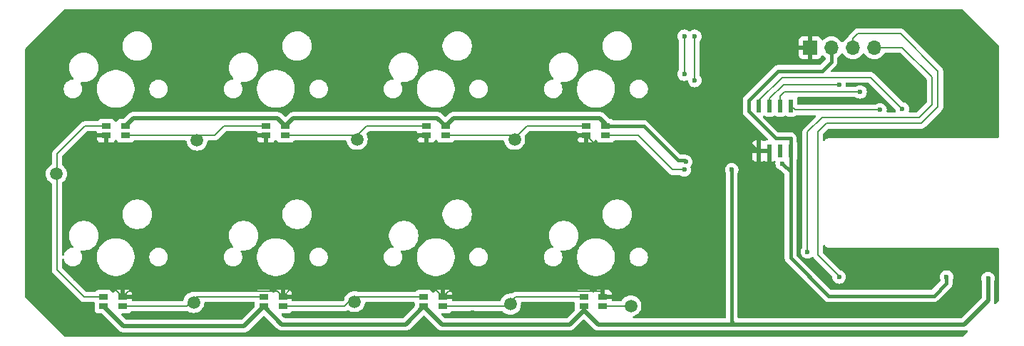
<source format=gbr>
%TF.GenerationSoftware,KiCad,Pcbnew,8.0.2*%
%TF.CreationDate,2024-06-01T03:16:02+02:00*%
%TF.ProjectId,Hellboard,48656c6c-626f-4617-9264-2e6b69636164,rev?*%
%TF.SameCoordinates,Original*%
%TF.FileFunction,Copper,L1,Top*%
%TF.FilePolarity,Positive*%
%FSLAX46Y46*%
G04 Gerber Fmt 4.6, Leading zero omitted, Abs format (unit mm)*
G04 Created by KiCad (PCBNEW 8.0.2) date 2024-06-01 03:16:02*
%MOMM*%
%LPD*%
G01*
G04 APERTURE LIST*
%TA.AperFunction,SMDPad,CuDef*%
%ADD10C,1.500000*%
%TD*%
%TA.AperFunction,SMDPad,CuDef*%
%ADD11R,1.135000X0.700000*%
%TD*%
%TA.AperFunction,SMDPad,CuDef*%
%ADD12R,0.558000X1.538199*%
%TD*%
%TA.AperFunction,ComponentPad*%
%ADD13R,1.700000X1.700000*%
%TD*%
%TA.AperFunction,ComponentPad*%
%ADD14O,1.700000X1.700000*%
%TD*%
%TA.AperFunction,ViaPad*%
%ADD15C,0.600000*%
%TD*%
%TA.AperFunction,Conductor*%
%ADD16C,0.500000*%
%TD*%
%TA.AperFunction,Conductor*%
%ADD17C,0.400000*%
%TD*%
%TA.AperFunction,Conductor*%
%ADD18C,0.200000*%
%TD*%
G04 APERTURE END LIST*
D10*
%TO.P,TP3,1,1*%
%TO.N,Net-(D2-DOUT)*%
X82900000Y-58000000D03*
%TD*%
D11*
%TO.P,D6,3,DOUT*%
%TO.N,Net-(D6-DOUT)*%
X74082500Y-77850000D03*
%TO.P,D6,4,VSS*%
%TO.N,GND*%
X74082500Y-76750000D03*
%TO.P,D6,5,DIN*%
%TO.N,Net-(D5-DOUT)*%
X71817500Y-76750000D03*
%TO.P,D6,6,VDD*%
%TO.N,+5V*%
X71817500Y-77850000D03*
%TD*%
D10*
%TO.P,TP8,1,1*%
%TO.N,Net-(D7-DOUT)*%
X101100000Y-77600000D03*
%TD*%
D11*
%TO.P,D8,3,DOUT*%
%TO.N,Net-(D8-DOUT)*%
X112082500Y-77850000D03*
%TO.P,D8,4,VSS*%
%TO.N,GND*%
X112082500Y-76750000D03*
%TO.P,D8,5,DIN*%
%TO.N,Net-(D7-DOUT)*%
X109817500Y-76750000D03*
%TO.P,D8,6,VDD*%
%TO.N,+5V*%
X109817500Y-77850000D03*
%TD*%
D10*
%TO.P,TP6,1,1*%
%TO.N,Net-(D5-DOUT)*%
X63500000Y-77400000D03*
%TD*%
D12*
%TO.P,CR1,1,S*%
%TO.N,EEPROM_CS*%
X134400000Y-54010600D03*
%TO.P,CR1,2,C*%
%TO.N,EEPROM_SCK*%
X133130000Y-54010600D03*
%TO.P,CR1,3,D*%
%TO.N,EEPROM_MOSI*%
X131860000Y-54010600D03*
%TO.P,CR1,4,Q*%
%TO.N,EEPROM_MISO*%
X130590000Y-54010600D03*
%TO.P,CR1,5,VSS*%
%TO.N,GND*%
X130590000Y-59370000D03*
%TO.P,CR1,6,ORG*%
X131860000Y-59370000D03*
%TO.P,CR1,7,DU*%
%TO.N,unconnected-(CR1-DU-Pad7)*%
X133130000Y-59370000D03*
%TO.P,CR1,8,VCC*%
%TO.N,+3.3V*%
X134400000Y-59370000D03*
%TD*%
D10*
%TO.P,TP7,1,1*%
%TO.N,Net-(D6-DOUT)*%
X82600000Y-77300000D03*
%TD*%
D11*
%TO.P,D1,3,DOUT*%
%TO.N,Net-(D1-DOUT)*%
X110117500Y-56450000D03*
%TO.P,D1,4,VSS*%
%TO.N,GND*%
X110117500Y-57550000D03*
%TO.P,D1,5,DIN*%
%TO.N,Net-(D1-DIN)*%
X112382500Y-57550000D03*
%TO.P,D1,6,VDD*%
%TO.N,+5V*%
X112382500Y-56450000D03*
%TD*%
D13*
%TO.P,J1,1,GND*%
%TO.N,GND*%
X136700000Y-47100000D03*
D14*
%TO.P,J1,2,VCC*%
%TO.N,+3.3V*%
X139240000Y-47100000D03*
%TO.P,J1,3,SCL*%
%TO.N,OLED_SCL*%
X141780000Y-47100000D03*
%TO.P,J1,4,SDA*%
%TO.N,OLED_SDA*%
X144320000Y-47100000D03*
%TD*%
D11*
%TO.P,D2,3,DOUT*%
%TO.N,Net-(D2-DOUT)*%
X91117500Y-56450000D03*
%TO.P,D2,4,VSS*%
%TO.N,GND*%
X91117500Y-57550000D03*
%TO.P,D2,5,DIN*%
%TO.N,Net-(D1-DOUT)*%
X93382500Y-57550000D03*
%TO.P,D2,6,VDD*%
%TO.N,+5V*%
X93382500Y-56450000D03*
%TD*%
%TO.P,D3,3,DOUT*%
%TO.N,Net-(D3-DOUT)*%
X72117500Y-56450000D03*
%TO.P,D3,4,VSS*%
%TO.N,GND*%
X72117500Y-57550000D03*
%TO.P,D3,5,DIN*%
%TO.N,Net-(D2-DOUT)*%
X74382500Y-57550000D03*
%TO.P,D3,6,VDD*%
%TO.N,+5V*%
X74382500Y-56450000D03*
%TD*%
D10*
%TO.P,TP5,1,1*%
%TO.N,Net-(D4-DOUT)*%
X47200000Y-62100000D03*
%TD*%
%TO.P,TP2,1,1*%
%TO.N,Net-(D1-DOUT)*%
X101600000Y-58000000D03*
%TD*%
D11*
%TO.P,D7,3,DOUT*%
%TO.N,Net-(D7-DOUT)*%
X93082500Y-77850000D03*
%TO.P,D7,4,VSS*%
%TO.N,GND*%
X93082500Y-76750000D03*
%TO.P,D7,5,DIN*%
%TO.N,Net-(D6-DOUT)*%
X90817500Y-76750000D03*
%TO.P,D7,6,VDD*%
%TO.N,+5V*%
X90817500Y-77850000D03*
%TD*%
D10*
%TO.P,TP9,1,1*%
%TO.N,Net-(D8-DOUT)*%
X115400000Y-77800000D03*
%TD*%
D11*
%TO.P,D4,3,DOUT*%
%TO.N,Net-(D4-DOUT)*%
X53117500Y-56450000D03*
%TO.P,D4,4,VSS*%
%TO.N,GND*%
X53117500Y-57550000D03*
%TO.P,D4,5,DIN*%
%TO.N,Net-(D3-DOUT)*%
X55382500Y-57550000D03*
%TO.P,D4,6,VDD*%
%TO.N,+5V*%
X55382500Y-56450000D03*
%TD*%
%TO.P,D5,3,DOUT*%
%TO.N,Net-(D5-DOUT)*%
X55082500Y-77850000D03*
%TO.P,D5,4,VSS*%
%TO.N,GND*%
X55082500Y-76750000D03*
%TO.P,D5,5,DIN*%
%TO.N,Net-(D4-DOUT)*%
X52817500Y-76750000D03*
%TO.P,D5,6,VDD*%
%TO.N,+5V*%
X52817500Y-77850000D03*
%TD*%
D10*
%TO.P,TP4,1,1*%
%TO.N,Net-(D3-DOUT)*%
X63900000Y-58100000D03*
%TD*%
D15*
%TO.N,+5V*%
X127380000Y-61620000D03*
X157814313Y-74554313D03*
X121920000Y-60660000D03*
%TO.N,OLED_SDA*%
X136380000Y-71370000D03*
%TO.N,OLED_SCL*%
X140130000Y-74370000D03*
%TO.N,EEPROM_CS*%
X144989400Y-54510600D03*
%TO.N,EEPROM_SCK*%
X142630000Y-52370000D03*
%TO.N,GND*%
X87200000Y-78000000D03*
X58100000Y-79100000D03*
X96600000Y-78600000D03*
X111400000Y-66000000D03*
X63500000Y-74250000D03*
X91400000Y-66000000D03*
X133000000Y-65400000D03*
X130800000Y-68200000D03*
X44700000Y-61400000D03*
X106700000Y-78300000D03*
X146800000Y-48100000D03*
X44200000Y-47500000D03*
X72200000Y-65900000D03*
X110200000Y-46600000D03*
X90900000Y-80800000D03*
X108250000Y-58750000D03*
X48500000Y-43400000D03*
X144300000Y-53000000D03*
X129500000Y-77300000D03*
X72100000Y-46400000D03*
X44200000Y-76600000D03*
X100100000Y-59500000D03*
X122700000Y-43200000D03*
X68400000Y-78100000D03*
X119100000Y-56500000D03*
X63900000Y-65100000D03*
X91000000Y-46600000D03*
X134600000Y-76200000D03*
X127200000Y-52500000D03*
X158400000Y-53900000D03*
X151200000Y-47800000D03*
X157900000Y-47400000D03*
X155500000Y-74500000D03*
X116400000Y-63300000D03*
X146900000Y-51900000D03*
X51000000Y-58750000D03*
X50400000Y-60900000D03*
X82600000Y-53700000D03*
X101700000Y-65400000D03*
X141500000Y-74400000D03*
X48500000Y-80900000D03*
X109900000Y-80800000D03*
X154100000Y-43600000D03*
X125900000Y-77600000D03*
X53000000Y-65900000D03*
X77700000Y-78800000D03*
X121700000Y-58700000D03*
X149100000Y-54100000D03*
X121200000Y-77400000D03*
X89250000Y-58750000D03*
X101700000Y-53500000D03*
X53200000Y-46500000D03*
X140500000Y-45300000D03*
X101750000Y-74000000D03*
X49500000Y-74500000D03*
X123100000Y-63500000D03*
X70000000Y-58750000D03*
X82600000Y-61500000D03*
X71900000Y-80900000D03*
X138000000Y-77500000D03*
X63300000Y-53800000D03*
X128300000Y-60600000D03*
X126600000Y-47500000D03*
X138100000Y-53300000D03*
X120600000Y-48000000D03*
X82750000Y-74000000D03*
X124300000Y-48700000D03*
%TO.N,+3.3V*%
X133380000Y-60870000D03*
X152880000Y-74370000D03*
%TO.N,EEPROM_MISO*%
X147630000Y-54370000D03*
%TO.N,EEPROM_MOSI*%
X140130000Y-51470000D03*
%TO.N,SW_1_3*%
X121750000Y-45750000D03*
X121750000Y-50250000D03*
%TO.N,SW_1_4*%
X123000000Y-51000000D03*
X123000000Y-45750000D03*
%TO.N,Net-(D1-DIN)*%
X121750000Y-61620000D03*
%TD*%
D16*
%TO.N,+5V*%
X111500000Y-80000000D02*
X127750000Y-80000000D01*
X56332500Y-55500000D02*
X55382500Y-56450000D01*
X92967500Y-80000000D02*
X90817500Y-77850000D01*
X112382500Y-56132500D02*
X111750000Y-55500000D01*
D17*
X121000000Y-60500000D02*
X121760000Y-60500000D01*
X157814313Y-74695737D02*
X157814313Y-74554313D01*
D18*
X112382500Y-56450000D02*
X112382500Y-56132500D01*
D16*
X109817500Y-78317500D02*
X111500000Y-80000000D01*
X69467500Y-80200000D02*
X55167500Y-80200000D01*
X92432500Y-55500000D02*
X75332500Y-55500000D01*
X108135000Y-80000000D02*
X92967500Y-80000000D01*
D17*
X116950000Y-56450000D02*
X121000000Y-60500000D01*
D16*
X109817500Y-77850000D02*
X109817500Y-78317500D01*
X93382500Y-56450000D02*
X92432500Y-55500000D01*
X90817500Y-77850000D02*
X88667500Y-80000000D01*
X73967500Y-80000000D02*
X71817500Y-77850000D01*
X75332500Y-55500000D02*
X74382500Y-56450000D01*
D17*
X121760000Y-60500000D02*
X121920000Y-60660000D01*
D16*
X109817500Y-78317500D02*
X108135000Y-80000000D01*
D17*
X127380000Y-79630000D02*
X127750000Y-80000000D01*
D16*
X73432500Y-55500000D02*
X56332500Y-55500000D01*
D17*
X127380000Y-61620000D02*
X127380000Y-79630000D01*
D16*
X55167500Y-80200000D02*
X52817500Y-77850000D01*
X111750000Y-55500000D02*
X94332500Y-55500000D01*
D17*
X116950000Y-56450000D02*
X112382500Y-56450000D01*
D16*
X94332500Y-55500000D02*
X93382500Y-56450000D01*
X127750000Y-80000000D02*
X155000000Y-80000000D01*
X157814313Y-77185687D02*
X157814313Y-74554313D01*
X155000000Y-80000000D02*
X157814313Y-77185687D01*
X74382500Y-56450000D02*
X73432500Y-55500000D01*
X88667500Y-80000000D02*
X73967500Y-80000000D01*
X71817500Y-77850000D02*
X69467500Y-80200000D01*
D18*
%TO.N,OLED_SDA*%
X151130000Y-50580000D02*
X147650000Y-47100000D01*
X149630000Y-55370000D02*
X151130000Y-53870000D01*
X136380000Y-71370000D02*
X136380000Y-57120000D01*
X147650000Y-47100000D02*
X144320000Y-47100000D01*
X138130000Y-55370000D02*
X149630000Y-55370000D01*
X151130000Y-53870000D02*
X151130000Y-50580000D01*
X136380000Y-57120000D02*
X138130000Y-55370000D01*
%TO.N,OLED_SCL*%
X140130000Y-74271471D02*
X137630000Y-71771471D01*
X141780000Y-46020000D02*
X141780000Y-47100000D01*
X151880000Y-54120000D02*
X151880000Y-49870000D01*
X137630000Y-71771471D02*
X137630000Y-57120000D01*
X140130000Y-74370000D02*
X140130000Y-74271471D01*
X151880000Y-49870000D02*
X147410000Y-45400000D01*
X138630000Y-56120000D02*
X149880000Y-56120000D01*
X149880000Y-56120000D02*
X151880000Y-54120000D01*
X137630000Y-57120000D02*
X138630000Y-56120000D01*
X147410000Y-45400000D02*
X142400000Y-45400000D01*
X142400000Y-45400000D02*
X141780000Y-46020000D01*
%TO.N,EEPROM_CS*%
X134400000Y-54010600D02*
X134900000Y-54510600D01*
X134900000Y-54510600D02*
X144989400Y-54510600D01*
%TO.N,EEPROM_SCK*%
X133380000Y-52620000D02*
X133630000Y-52370000D01*
X133630000Y-52370000D02*
X142630000Y-52370000D01*
X133130000Y-52870000D02*
X133380000Y-52620000D01*
X133130000Y-54010600D02*
X133130000Y-52870000D01*
%TO.N,GND*%
X55732500Y-76100000D02*
X55082500Y-76750000D01*
X63500000Y-76100000D02*
X63500000Y-74250000D01*
X82750000Y-75750000D02*
X82750000Y-74000000D01*
X108250000Y-58750000D02*
X109450000Y-57550000D01*
X70000000Y-58750000D02*
X71200000Y-57550000D01*
D16*
X128500000Y-52500000D02*
X133900000Y-47100000D01*
D18*
X93750000Y-76082500D02*
X93082500Y-76750000D01*
X112082500Y-76750000D02*
X112082500Y-76082500D01*
D16*
X131860000Y-59370000D02*
X130370000Y-59370000D01*
X131860000Y-75360000D02*
X131860000Y-59370000D01*
D18*
X117250000Y-62500000D02*
X116000000Y-61250000D01*
X50250000Y-75250000D02*
X49500000Y-74500000D01*
X101750000Y-76082500D02*
X93750000Y-76082500D01*
D16*
X155500000Y-77250000D02*
X154250000Y-78500000D01*
D18*
X90450000Y-57550000D02*
X91117500Y-57550000D01*
D16*
X154250000Y-78500000D02*
X135000000Y-78500000D01*
D18*
X116000000Y-61250000D02*
X113817500Y-61250000D01*
D16*
X128500000Y-57500000D02*
X128500000Y-52500000D01*
D18*
X82750000Y-75750000D02*
X75082500Y-75750000D01*
X113817500Y-61250000D02*
X110117500Y-57550000D01*
X109450000Y-57550000D02*
X110117500Y-57550000D01*
X74082500Y-76750000D02*
X73432500Y-76100000D01*
X53582500Y-75250000D02*
X50250000Y-75250000D01*
X55082500Y-76750000D02*
X53582500Y-75250000D01*
X75082500Y-75750000D02*
X74082500Y-76750000D01*
X52200000Y-57550000D02*
X53117500Y-57550000D01*
X73432500Y-76100000D02*
X63500000Y-76100000D01*
X122750000Y-62500000D02*
X117250000Y-62500000D01*
X93082500Y-76750000D02*
X92082500Y-75750000D01*
D16*
X131860000Y-59370000D02*
X130590000Y-59370000D01*
X155500000Y-74500000D02*
X155500000Y-77250000D01*
D18*
X112082500Y-76082500D02*
X101750000Y-76082500D01*
X125880000Y-59370000D02*
X122750000Y-62500000D01*
X101750000Y-76082500D02*
X101750000Y-74000000D01*
D16*
X135000000Y-78500000D02*
X131860000Y-75360000D01*
D18*
X51000000Y-58750000D02*
X52200000Y-57550000D01*
D16*
X130370000Y-59370000D02*
X128500000Y-57500000D01*
D18*
X130590000Y-59370000D02*
X125880000Y-59370000D01*
X92082500Y-75750000D02*
X82750000Y-75750000D01*
X63500000Y-76100000D02*
X55732500Y-76100000D01*
X71200000Y-57550000D02*
X72117500Y-57550000D01*
X89250000Y-58750000D02*
X90450000Y-57550000D01*
D16*
X133900000Y-47100000D02*
X136700000Y-47100000D01*
D18*
X130590000Y-59370000D02*
X130590000Y-59090000D01*
D17*
%TO.N,+3.3V*%
X134400000Y-57890000D02*
X132621301Y-57890000D01*
X139240000Y-48760000D02*
X139240000Y-47100000D01*
X129380000Y-53372501D02*
X132882501Y-49870000D01*
X152880000Y-75120000D02*
X151380000Y-76620000D01*
X138130000Y-49870000D02*
X139240000Y-48760000D01*
X134380000Y-61870000D02*
X133380000Y-60870000D01*
X134380000Y-72120000D02*
X134380000Y-61870000D01*
X132882501Y-49870000D02*
X138130000Y-49870000D01*
X152880000Y-74370000D02*
X152880000Y-75120000D01*
X129380000Y-54648699D02*
X129380000Y-53372501D01*
X134400000Y-61850000D02*
X134400000Y-59370000D01*
X132621301Y-57890000D02*
X129380000Y-54648699D01*
X134400000Y-59370000D02*
X134400000Y-57890000D01*
X134380000Y-61870000D02*
X134400000Y-61850000D01*
X151380000Y-76620000D02*
X138880000Y-76620000D01*
X138880000Y-76620000D02*
X134380000Y-72120000D01*
D18*
%TO.N,EEPROM_MISO*%
X130590000Y-54010600D02*
X130590000Y-53410000D01*
X133380000Y-50620000D02*
X143880000Y-50620000D01*
X143880000Y-50620000D02*
X147630000Y-54370000D01*
X130590000Y-53410000D02*
X133380000Y-50620000D01*
%TO.N,EEPROM_MOSI*%
X133530000Y-51470000D02*
X140130000Y-51470000D01*
X131860000Y-54010600D02*
X131860000Y-53140000D01*
X131860000Y-53140000D02*
X133530000Y-51470000D01*
%TO.N,SW_1_3*%
X121750000Y-45750000D02*
X121750000Y-50250000D01*
%TO.N,SW_1_4*%
X123000000Y-45750000D02*
X123000000Y-51000000D01*
%TO.N,Net-(D1-DIN)*%
X120370000Y-61620000D02*
X121750000Y-61620000D01*
X116300000Y-57550000D02*
X120370000Y-61620000D01*
X112382500Y-57550000D02*
X116300000Y-57550000D01*
%TO.N,Net-(D8-DOUT)*%
X115350000Y-77850000D02*
X115400000Y-77800000D01*
X112082500Y-77850000D02*
X115350000Y-77850000D01*
%TO.N,Net-(D1-DOUT)*%
X103050000Y-56450000D02*
X101950000Y-57550000D01*
X110117500Y-56450000D02*
X103050000Y-56450000D01*
X101950000Y-57550000D02*
X93382500Y-57550000D01*
%TO.N,Net-(D2-DOUT)*%
X84050000Y-56450000D02*
X82950000Y-57550000D01*
X82950000Y-57550000D02*
X74382500Y-57550000D01*
X91117500Y-56450000D02*
X84050000Y-56450000D01*
%TO.N,Net-(D3-DOUT)*%
X72117500Y-56450000D02*
X67050000Y-56450000D01*
X67050000Y-56450000D02*
X65950000Y-57550000D01*
X65950000Y-57550000D02*
X55382500Y-57550000D01*
%TO.N,Net-(D4-DOUT)*%
X47250000Y-73500000D02*
X50500000Y-76750000D01*
X47250000Y-59750000D02*
X47250000Y-73500000D01*
X50500000Y-76750000D02*
X52817500Y-76750000D01*
X53117500Y-56450000D02*
X50550000Y-56450000D01*
X50550000Y-56450000D02*
X47250000Y-59750000D01*
%TO.N,Net-(D5-DOUT)*%
X62650000Y-77850000D02*
X63750000Y-76750000D01*
X55082500Y-77850000D02*
X62650000Y-77850000D01*
X63750000Y-76750000D02*
X71817500Y-76750000D01*
%TO.N,Net-(D6-DOUT)*%
X81400000Y-77850000D02*
X82500000Y-76750000D01*
X82500000Y-76750000D02*
X90817500Y-76750000D01*
X74082500Y-77850000D02*
X81400000Y-77850000D01*
%TO.N,Net-(D7-DOUT)*%
X93082500Y-77850000D02*
X100650000Y-77850000D01*
X101750000Y-76750000D02*
X109817500Y-76750000D01*
X100650000Y-77850000D02*
X101750000Y-76750000D01*
%TD*%
%TA.AperFunction,Conductor*%
%TO.N,GND*%
G36*
X154808363Y-42520185D02*
G01*
X154829005Y-42536819D01*
X159063181Y-46770995D01*
X159096666Y-46832318D01*
X159099500Y-46858676D01*
X159099500Y-57745500D01*
X159079815Y-57812539D01*
X159027011Y-57858294D01*
X158975500Y-57869500D01*
X138834108Y-57869500D01*
X138706812Y-57903608D01*
X138592686Y-57969500D01*
X138592683Y-57969502D01*
X138499502Y-58062683D01*
X138499500Y-58062686D01*
X138461887Y-58127833D01*
X138411319Y-58176048D01*
X138342712Y-58189270D01*
X138277847Y-58163302D01*
X138237319Y-58106387D01*
X138230500Y-58065832D01*
X138230500Y-57420097D01*
X138250185Y-57353058D01*
X138266819Y-57332416D01*
X138842417Y-56756819D01*
X138903740Y-56723334D01*
X138930098Y-56720500D01*
X149793331Y-56720500D01*
X149793347Y-56720501D01*
X149800943Y-56720501D01*
X149959054Y-56720501D01*
X149959057Y-56720501D01*
X150111785Y-56679577D01*
X150161904Y-56650639D01*
X150248716Y-56600520D01*
X150360520Y-56488716D01*
X150360520Y-56488714D01*
X150370728Y-56478507D01*
X150370730Y-56478504D01*
X152238506Y-54610728D01*
X152238511Y-54610724D01*
X152248714Y-54600520D01*
X152248716Y-54600520D01*
X152360520Y-54488716D01*
X152429060Y-54370000D01*
X152439577Y-54351785D01*
X152480500Y-54199057D01*
X152480500Y-54040943D01*
X152480500Y-49959060D01*
X152480501Y-49959047D01*
X152480501Y-49790944D01*
X152471031Y-49755601D01*
X152439577Y-49638216D01*
X152402922Y-49574727D01*
X152360524Y-49501290D01*
X152360518Y-49501282D01*
X147897590Y-45038355D01*
X147897588Y-45038352D01*
X147778717Y-44919481D01*
X147778716Y-44919480D01*
X147691904Y-44869360D01*
X147691904Y-44869359D01*
X147691900Y-44869358D01*
X147641785Y-44840423D01*
X147489057Y-44799499D01*
X147330943Y-44799499D01*
X147323347Y-44799499D01*
X147323331Y-44799500D01*
X142320940Y-44799500D01*
X142280019Y-44810464D01*
X142280019Y-44810465D01*
X142242751Y-44820451D01*
X142168214Y-44840423D01*
X142168209Y-44840426D01*
X142031290Y-44919475D01*
X142031282Y-44919481D01*
X141299481Y-45651282D01*
X141299479Y-45651285D01*
X141249361Y-45738094D01*
X141249359Y-45738096D01*
X141220425Y-45788209D01*
X141220422Y-45788215D01*
X141210091Y-45826769D01*
X141173724Y-45886429D01*
X141142725Y-45907053D01*
X141102169Y-45925965D01*
X140908597Y-46061505D01*
X140741505Y-46228597D01*
X140611575Y-46414158D01*
X140556998Y-46457783D01*
X140487500Y-46464977D01*
X140425145Y-46433454D01*
X140408425Y-46414158D01*
X140278494Y-46228597D01*
X140111402Y-46061506D01*
X140111395Y-46061501D01*
X139917834Y-45925967D01*
X139917830Y-45925965D01*
X139824872Y-45882618D01*
X139703663Y-45826097D01*
X139703659Y-45826096D01*
X139703655Y-45826094D01*
X139475413Y-45764938D01*
X139475403Y-45764936D01*
X139240001Y-45744341D01*
X139239999Y-45744341D01*
X139004596Y-45764936D01*
X139004586Y-45764938D01*
X138776344Y-45826094D01*
X138776335Y-45826098D01*
X138562171Y-45925964D01*
X138562169Y-45925965D01*
X138368600Y-46061503D01*
X138246284Y-46183819D01*
X138184961Y-46217303D01*
X138115269Y-46212319D01*
X138059336Y-46170447D01*
X138042421Y-46139470D01*
X137993354Y-46007913D01*
X137993350Y-46007906D01*
X137907190Y-45892812D01*
X137907187Y-45892809D01*
X137792093Y-45806649D01*
X137792086Y-45806645D01*
X137657379Y-45756403D01*
X137657372Y-45756401D01*
X137597844Y-45750000D01*
X136950000Y-45750000D01*
X136950000Y-46666988D01*
X136892993Y-46634075D01*
X136765826Y-46600000D01*
X136634174Y-46600000D01*
X136507007Y-46634075D01*
X136450000Y-46666988D01*
X136450000Y-45750000D01*
X135802155Y-45750000D01*
X135742627Y-45756401D01*
X135742620Y-45756403D01*
X135607913Y-45806645D01*
X135607906Y-45806649D01*
X135492812Y-45892809D01*
X135492809Y-45892812D01*
X135406649Y-46007906D01*
X135406645Y-46007913D01*
X135356403Y-46142620D01*
X135356401Y-46142627D01*
X135350000Y-46202155D01*
X135350000Y-46850000D01*
X136266988Y-46850000D01*
X136234075Y-46907007D01*
X136200000Y-47034174D01*
X136200000Y-47165826D01*
X136234075Y-47292993D01*
X136266988Y-47350000D01*
X135350000Y-47350000D01*
X135350000Y-47997844D01*
X135356401Y-48057372D01*
X135356403Y-48057379D01*
X135406645Y-48192086D01*
X135406649Y-48192093D01*
X135492809Y-48307187D01*
X135492812Y-48307190D01*
X135607906Y-48393350D01*
X135607913Y-48393354D01*
X135742620Y-48443596D01*
X135742627Y-48443598D01*
X135802155Y-48449999D01*
X135802172Y-48450000D01*
X136450000Y-48450000D01*
X136450000Y-47533012D01*
X136507007Y-47565925D01*
X136634174Y-47600000D01*
X136765826Y-47600000D01*
X136892993Y-47565925D01*
X136950000Y-47533012D01*
X136950000Y-48450000D01*
X137597828Y-48450000D01*
X137597844Y-48449999D01*
X137657372Y-48443598D01*
X137657379Y-48443596D01*
X137792086Y-48393354D01*
X137792093Y-48393350D01*
X137907187Y-48307190D01*
X137907190Y-48307187D01*
X137993350Y-48192093D01*
X137993354Y-48192086D01*
X138042422Y-48060529D01*
X138084293Y-48004595D01*
X138149757Y-47980178D01*
X138218030Y-47995030D01*
X138246282Y-48016178D01*
X138368597Y-48138493D01*
X138368600Y-48138496D01*
X138486623Y-48221136D01*
X138530248Y-48275713D01*
X138539500Y-48322711D01*
X138539500Y-48418481D01*
X138519815Y-48485520D01*
X138503181Y-48506162D01*
X137876162Y-49133181D01*
X137814839Y-49166666D01*
X137788481Y-49169500D01*
X132813504Y-49169500D01*
X132705091Y-49191065D01*
X132705090Y-49191065D01*
X132691632Y-49193742D01*
X132678174Y-49196419D01*
X132678172Y-49196420D01*
X132625367Y-49218292D01*
X132625365Y-49218293D01*
X132625364Y-49218292D01*
X132550692Y-49249223D01*
X132468545Y-49304113D01*
X132435956Y-49325888D01*
X132435952Y-49325891D01*
X128835888Y-52925954D01*
X128835887Y-52925955D01*
X128759222Y-53040693D01*
X128706422Y-53168166D01*
X128706420Y-53168173D01*
X128704425Y-53178207D01*
X128704423Y-53178215D01*
X128679500Y-53303505D01*
X128679500Y-53303508D01*
X128679500Y-54579705D01*
X128679500Y-54717693D01*
X128679500Y-54717695D01*
X128679499Y-54717695D01*
X128706418Y-54853021D01*
X128706421Y-54853031D01*
X128759222Y-54980506D01*
X128835887Y-55095244D01*
X128835888Y-55095245D01*
X131629863Y-57889219D01*
X131663348Y-57950542D01*
X131658364Y-58020234D01*
X131616492Y-58076167D01*
X131551028Y-58100584D01*
X131542182Y-58100900D01*
X131533155Y-58100900D01*
X131473627Y-58107301D01*
X131473620Y-58107303D01*
X131338913Y-58157545D01*
X131338906Y-58157549D01*
X131299310Y-58187191D01*
X131233846Y-58211608D01*
X131165573Y-58196756D01*
X131150690Y-58187191D01*
X131111093Y-58157549D01*
X131111086Y-58157545D01*
X130976379Y-58107303D01*
X130976372Y-58107301D01*
X130916844Y-58100900D01*
X130840000Y-58100900D01*
X130840000Y-59120000D01*
X131986000Y-59120000D01*
X132053039Y-59139685D01*
X132098794Y-59192489D01*
X132110000Y-59244000D01*
X132110000Y-60639100D01*
X132186828Y-60639100D01*
X132186844Y-60639099D01*
X132246372Y-60632698D01*
X132246376Y-60632697D01*
X132381090Y-60582451D01*
X132398092Y-60569723D01*
X132463555Y-60545302D01*
X132531829Y-60560151D01*
X132581237Y-60609553D01*
X132596093Y-60677826D01*
X132595206Y-60683801D01*
X132595411Y-60683825D01*
X132574435Y-60869996D01*
X132574435Y-60870003D01*
X132594630Y-61049249D01*
X132594631Y-61049254D01*
X132654211Y-61219523D01*
X132700458Y-61293124D01*
X132750184Y-61372262D01*
X132877738Y-61499816D01*
X133030478Y-61595789D01*
X133133984Y-61632007D01*
X133180710Y-61661367D01*
X133643181Y-62123838D01*
X133676666Y-62185161D01*
X133679500Y-62211519D01*
X133679500Y-72051006D01*
X133679500Y-72188994D01*
X133679500Y-72188996D01*
X133679499Y-72188996D01*
X133706418Y-72324322D01*
X133706421Y-72324332D01*
X133759222Y-72451807D01*
X133835887Y-72566545D01*
X138433454Y-77164112D01*
X138548192Y-77240777D01*
X138675667Y-77293578D01*
X138675672Y-77293580D01*
X138675676Y-77293580D01*
X138675677Y-77293581D01*
X138811003Y-77320500D01*
X138811006Y-77320500D01*
X151448996Y-77320500D01*
X151552053Y-77300000D01*
X151584328Y-77293580D01*
X151691691Y-77249109D01*
X151711807Y-77240777D01*
X151711808Y-77240776D01*
X151711811Y-77240775D01*
X151826543Y-77164114D01*
X153424113Y-75566543D01*
X153500774Y-75451812D01*
X153500775Y-75451811D01*
X153553580Y-75324328D01*
X153580500Y-75188993D01*
X153580500Y-74795493D01*
X153599508Y-74729519D01*
X153604724Y-74721215D01*
X153605789Y-74719522D01*
X153665368Y-74549255D01*
X153685565Y-74370000D01*
X153682201Y-74340145D01*
X153665369Y-74190750D01*
X153665368Y-74190745D01*
X153616837Y-74052051D01*
X153605789Y-74020478D01*
X153509816Y-73867738D01*
X153382262Y-73740184D01*
X153368895Y-73731785D01*
X153229523Y-73644211D01*
X153059254Y-73584631D01*
X153059249Y-73584630D01*
X152880004Y-73564435D01*
X152879996Y-73564435D01*
X152700750Y-73584630D01*
X152700745Y-73584631D01*
X152530476Y-73644211D01*
X152377737Y-73740184D01*
X152250184Y-73867737D01*
X152154211Y-74020476D01*
X152094631Y-74190745D01*
X152094630Y-74190750D01*
X152074435Y-74369996D01*
X152074435Y-74370003D01*
X152094630Y-74549249D01*
X152094631Y-74549254D01*
X152154213Y-74719529D01*
X152157231Y-74725795D01*
X152155994Y-74726390D01*
X152172929Y-74786303D01*
X152152565Y-74853139D01*
X152136616Y-74872726D01*
X151126162Y-75883181D01*
X151064839Y-75916666D01*
X151038481Y-75919500D01*
X139221519Y-75919500D01*
X139154480Y-75899815D01*
X139133838Y-75883181D01*
X135116819Y-71866162D01*
X135083334Y-71804839D01*
X135080500Y-71778481D01*
X135080500Y-62031750D01*
X135082883Y-62007558D01*
X135087493Y-61984385D01*
X135090449Y-61969522D01*
X135100500Y-61918993D01*
X135100500Y-60452486D01*
X135119005Y-60389462D01*
X135118547Y-60389212D01*
X135119698Y-60387102D01*
X135120185Y-60385447D01*
X135122143Y-60382625D01*
X135122797Y-60381429D01*
X135173091Y-60246582D01*
X135173103Y-60246472D01*
X135179500Y-60186973D01*
X135179499Y-58553028D01*
X135173091Y-58493417D01*
X135150972Y-58434114D01*
X135122797Y-58358571D01*
X135118546Y-58350786D01*
X135120680Y-58349620D01*
X135100815Y-58296352D01*
X135100500Y-58287513D01*
X135100500Y-57821004D01*
X135073581Y-57685677D01*
X135073580Y-57685676D01*
X135073580Y-57685672D01*
X135025944Y-57570668D01*
X135020778Y-57558195D01*
X135020771Y-57558182D01*
X134944114Y-57443458D01*
X134944111Y-57443454D01*
X134846545Y-57345888D01*
X134846541Y-57345885D01*
X134731817Y-57269228D01*
X134731804Y-57269221D01*
X134604332Y-57216421D01*
X134604322Y-57216418D01*
X134468995Y-57189500D01*
X134468993Y-57189500D01*
X132962820Y-57189500D01*
X132895781Y-57169815D01*
X132875139Y-57153181D01*
X131117657Y-55395699D01*
X131084172Y-55334376D01*
X131089156Y-55264684D01*
X131131026Y-55208752D01*
X131150690Y-55194031D01*
X131216153Y-55169615D01*
X131284426Y-55184466D01*
X131299309Y-55194031D01*
X131318972Y-55208751D01*
X131338668Y-55223495D01*
X131338671Y-55223497D01*
X131383618Y-55240261D01*
X131473517Y-55273791D01*
X131533127Y-55280200D01*
X132186872Y-55280199D01*
X132246483Y-55273791D01*
X132381331Y-55223496D01*
X132420688Y-55194032D01*
X132486152Y-55169615D01*
X132554425Y-55184466D01*
X132569309Y-55194031D01*
X132588972Y-55208751D01*
X132608668Y-55223495D01*
X132608671Y-55223497D01*
X132653618Y-55240261D01*
X132743517Y-55273791D01*
X132803127Y-55280200D01*
X133456872Y-55280199D01*
X133516483Y-55273791D01*
X133651331Y-55223496D01*
X133690688Y-55194032D01*
X133756152Y-55169615D01*
X133824425Y-55184466D01*
X133839309Y-55194031D01*
X133858972Y-55208751D01*
X133878668Y-55223495D01*
X133878671Y-55223497D01*
X133923618Y-55240261D01*
X134013517Y-55273791D01*
X134073127Y-55280200D01*
X134726872Y-55280199D01*
X134786483Y-55273791D01*
X134921331Y-55223496D01*
X135036546Y-55137246D01*
X135036546Y-55137245D01*
X135038433Y-55135833D01*
X135103897Y-55111416D01*
X135112744Y-55111100D01*
X137240302Y-55111100D01*
X137307341Y-55130785D01*
X137353096Y-55183589D01*
X137363040Y-55252747D01*
X137334015Y-55316303D01*
X137327983Y-55322781D01*
X135899481Y-56751282D01*
X135899477Y-56751287D01*
X135859562Y-56820424D01*
X135820424Y-56888211D01*
X135820423Y-56888212D01*
X135804001Y-56949500D01*
X135779499Y-57040943D01*
X135779499Y-57040945D01*
X135779499Y-57209046D01*
X135779500Y-57209059D01*
X135779500Y-70787587D01*
X135759815Y-70854626D01*
X135752450Y-70864896D01*
X135750186Y-70867734D01*
X135654211Y-71020476D01*
X135594631Y-71190745D01*
X135594630Y-71190750D01*
X135574435Y-71369996D01*
X135574435Y-71370003D01*
X135594630Y-71549249D01*
X135594631Y-71549254D01*
X135654211Y-71719523D01*
X135736528Y-71850528D01*
X135750184Y-71872262D01*
X135877738Y-71999816D01*
X136030478Y-72095789D01*
X136157349Y-72140183D01*
X136200745Y-72155368D01*
X136200750Y-72155369D01*
X136379996Y-72175565D01*
X136380000Y-72175565D01*
X136380004Y-72175565D01*
X136559249Y-72155369D01*
X136559252Y-72155368D01*
X136559255Y-72155368D01*
X136729522Y-72095789D01*
X136882262Y-71999816D01*
X136886024Y-71996054D01*
X136947347Y-71962569D01*
X137017039Y-71967553D01*
X137072972Y-72009425D01*
X137081092Y-72021735D01*
X137149477Y-72140183D01*
X137149481Y-72140188D01*
X137268349Y-72259056D01*
X137268355Y-72259061D01*
X139288116Y-74278822D01*
X139321601Y-74340145D01*
X139324435Y-74366503D01*
X139324435Y-74370003D01*
X139344630Y-74549249D01*
X139344631Y-74549254D01*
X139404211Y-74719523D01*
X139473530Y-74829843D01*
X139500184Y-74872262D01*
X139627738Y-74999816D01*
X139780478Y-75095789D01*
X139950745Y-75155368D01*
X139950750Y-75155369D01*
X140129996Y-75175565D01*
X140130000Y-75175565D01*
X140130004Y-75175565D01*
X140309249Y-75155369D01*
X140309252Y-75155368D01*
X140309255Y-75155368D01*
X140479522Y-75095789D01*
X140632262Y-74999816D01*
X140759816Y-74872262D01*
X140855789Y-74719522D01*
X140915368Y-74549255D01*
X140935565Y-74370000D01*
X140932201Y-74340145D01*
X140915369Y-74190750D01*
X140915368Y-74190745D01*
X140866837Y-74052051D01*
X140855789Y-74020478D01*
X140759816Y-73867738D01*
X140632262Y-73740184D01*
X140618895Y-73731785D01*
X140479521Y-73644210D01*
X140310035Y-73584905D01*
X140263308Y-73555544D01*
X138266819Y-71559055D01*
X138233334Y-71497732D01*
X138230500Y-71471374D01*
X138230500Y-70674167D01*
X138250185Y-70607128D01*
X138302989Y-70561373D01*
X138372147Y-70551429D01*
X138435703Y-70580454D01*
X138461887Y-70612167D01*
X138499497Y-70677310D01*
X138499499Y-70677312D01*
X138499500Y-70677314D01*
X138592686Y-70770500D01*
X138706814Y-70836392D01*
X138834108Y-70870500D01*
X158975500Y-70870500D01*
X159042539Y-70890185D01*
X159088294Y-70942989D01*
X159099500Y-70994500D01*
X159099500Y-77141324D01*
X159079815Y-77208363D01*
X159063181Y-77229005D01*
X158728145Y-77564040D01*
X158666822Y-77597525D01*
X158597130Y-77592541D01*
X158541197Y-77550669D01*
X158516780Y-77485205D01*
X158525903Y-77428905D01*
X158535972Y-77404599D01*
X158564813Y-77259604D01*
X158564813Y-77111769D01*
X158564813Y-74854285D01*
X158571771Y-74813330D01*
X158599681Y-74733568D01*
X158599682Y-74733562D01*
X158619878Y-74554316D01*
X158619878Y-74554309D01*
X158599682Y-74375063D01*
X158599681Y-74375058D01*
X158580659Y-74320696D01*
X158540102Y-74204791D01*
X158531279Y-74190750D01*
X158493013Y-74129850D01*
X158444129Y-74052051D01*
X158316575Y-73924497D01*
X158230097Y-73870159D01*
X158163836Y-73828524D01*
X157993567Y-73768944D01*
X157993562Y-73768943D01*
X157814317Y-73748748D01*
X157814309Y-73748748D01*
X157635063Y-73768943D01*
X157635058Y-73768944D01*
X157464789Y-73828524D01*
X157312050Y-73924497D01*
X157184497Y-74052050D01*
X157088524Y-74204789D01*
X157028944Y-74375058D01*
X157028943Y-74375063D01*
X157008748Y-74554309D01*
X157008748Y-74554316D01*
X157028943Y-74733562D01*
X157028944Y-74733567D01*
X157056855Y-74813330D01*
X157063813Y-74854285D01*
X157063813Y-76823457D01*
X157044128Y-76890496D01*
X157027494Y-76911138D01*
X154725451Y-79213181D01*
X154664128Y-79246666D01*
X154637770Y-79249500D01*
X128204500Y-79249500D01*
X128137461Y-79229815D01*
X128091706Y-79177011D01*
X128080500Y-79125500D01*
X128080500Y-62045493D01*
X128099508Y-61979519D01*
X128105787Y-61969525D01*
X128105786Y-61969525D01*
X128105789Y-61969522D01*
X128165368Y-61799255D01*
X128183159Y-61641354D01*
X128185565Y-61620003D01*
X128185565Y-61619996D01*
X128165369Y-61440750D01*
X128165368Y-61440745D01*
X128105788Y-61270476D01*
X128009815Y-61117737D01*
X127882262Y-60990184D01*
X127729523Y-60894211D01*
X127559254Y-60834631D01*
X127559249Y-60834630D01*
X127380004Y-60814435D01*
X127379996Y-60814435D01*
X127200750Y-60834630D01*
X127200745Y-60834631D01*
X127030476Y-60894211D01*
X126877737Y-60990184D01*
X126750184Y-61117737D01*
X126654211Y-61270476D01*
X126594631Y-61440745D01*
X126594630Y-61440750D01*
X126574435Y-61619996D01*
X126574435Y-61620003D01*
X126594630Y-61799249D01*
X126594631Y-61799254D01*
X126654212Y-61969525D01*
X126660492Y-61979519D01*
X126679500Y-62045493D01*
X126679500Y-79125500D01*
X126659815Y-79192539D01*
X126607011Y-79238294D01*
X126555500Y-79249500D01*
X115763831Y-79249500D01*
X115696792Y-79229815D01*
X115651037Y-79177011D01*
X115641093Y-79107853D01*
X115670118Y-79044297D01*
X115728896Y-79006523D01*
X115731738Y-79005725D01*
X115792828Y-78989355D01*
X115829330Y-78979575D01*
X116027639Y-78887102D01*
X116206877Y-78761598D01*
X116361598Y-78606877D01*
X116487102Y-78427639D01*
X116579575Y-78229330D01*
X116636207Y-78017977D01*
X116655277Y-77800000D01*
X116636207Y-77582023D01*
X116579575Y-77370670D01*
X116487102Y-77172362D01*
X116487100Y-77172359D01*
X116487099Y-77172357D01*
X116361599Y-76993124D01*
X116295486Y-76927011D01*
X116206877Y-76838402D01*
X116027639Y-76712898D01*
X116027640Y-76712898D01*
X116027638Y-76712897D01*
X115928484Y-76666661D01*
X115829330Y-76620425D01*
X115829326Y-76620424D01*
X115829322Y-76620422D01*
X115617977Y-76563793D01*
X115400002Y-76544723D01*
X115399998Y-76544723D01*
X115254682Y-76557436D01*
X115182023Y-76563793D01*
X115182020Y-76563793D01*
X114970677Y-76620422D01*
X114970668Y-76620426D01*
X114772361Y-76712898D01*
X114772357Y-76712900D01*
X114593121Y-76838402D01*
X114438403Y-76993120D01*
X114312899Y-77172360D01*
X114312898Y-77172362D01*
X114310314Y-77177903D01*
X114264145Y-77230342D01*
X114197932Y-77249500D01*
X113274000Y-77249500D01*
X113206961Y-77229815D01*
X113161206Y-77177011D01*
X113150000Y-77125500D01*
X113150000Y-77000000D01*
X112709167Y-77000000D01*
X112701188Y-76999572D01*
X112701183Y-76999678D01*
X112697879Y-76999500D01*
X112697873Y-76999500D01*
X112697866Y-76999500D01*
X111956500Y-76999500D01*
X111889461Y-76979815D01*
X111843706Y-76927011D01*
X111832500Y-76875500D01*
X111832500Y-76500000D01*
X112332500Y-76500000D01*
X113150000Y-76500000D01*
X113150000Y-76352172D01*
X113149999Y-76352155D01*
X113143598Y-76292627D01*
X113143596Y-76292620D01*
X113093354Y-76157913D01*
X113093350Y-76157906D01*
X113007190Y-76042812D01*
X113007187Y-76042809D01*
X112892093Y-75956649D01*
X112892086Y-75956645D01*
X112757379Y-75906403D01*
X112757372Y-75906401D01*
X112697844Y-75900000D01*
X112332500Y-75900000D01*
X112332500Y-76500000D01*
X111832500Y-76500000D01*
X111832500Y-75900000D01*
X111467155Y-75900000D01*
X111407627Y-75906401D01*
X111407620Y-75906403D01*
X111272913Y-75956645D01*
X111272906Y-75956649D01*
X111157812Y-76042809D01*
X111157809Y-76042812D01*
X111071649Y-76157906D01*
X111071646Y-76157912D01*
X111066447Y-76171851D01*
X111024574Y-76227783D01*
X110959109Y-76252198D01*
X110890836Y-76237345D01*
X110841432Y-76187938D01*
X110834083Y-76171845D01*
X110828796Y-76157669D01*
X110828793Y-76157664D01*
X110742547Y-76042455D01*
X110742544Y-76042452D01*
X110627335Y-75956206D01*
X110627328Y-75956202D01*
X110492482Y-75905908D01*
X110492483Y-75905908D01*
X110432883Y-75899501D01*
X110432881Y-75899500D01*
X110432873Y-75899500D01*
X110432864Y-75899500D01*
X109202129Y-75899500D01*
X109202123Y-75899501D01*
X109142516Y-75905908D01*
X109007671Y-75956202D01*
X109007664Y-75956206D01*
X108892457Y-76042451D01*
X108892451Y-76042457D01*
X108849515Y-76099812D01*
X108793581Y-76141682D01*
X108750249Y-76149500D01*
X101836669Y-76149500D01*
X101836653Y-76149499D01*
X101829057Y-76149499D01*
X101670943Y-76149499D01*
X101591010Y-76170917D01*
X101518216Y-76190422D01*
X101479286Y-76212899D01*
X101479285Y-76212898D01*
X101381284Y-76269479D01*
X101330349Y-76320413D01*
X101269025Y-76353897D01*
X101231863Y-76356258D01*
X101100004Y-76344723D01*
X101099998Y-76344723D01*
X100968151Y-76356258D01*
X100882023Y-76363793D01*
X100882020Y-76363793D01*
X100670677Y-76420422D01*
X100670668Y-76420426D01*
X100472361Y-76512898D01*
X100472357Y-76512900D01*
X100293121Y-76638402D01*
X100138402Y-76793121D01*
X100012900Y-76972357D01*
X100012898Y-76972361D01*
X99969284Y-77065892D01*
X99931056Y-77147873D01*
X99918137Y-77175577D01*
X99916383Y-77174759D01*
X99880016Y-77224165D01*
X99814750Y-77249109D01*
X99804908Y-77249500D01*
X94274000Y-77249500D01*
X94206961Y-77229815D01*
X94161206Y-77177011D01*
X94150000Y-77125500D01*
X94150000Y-77000000D01*
X93709167Y-77000000D01*
X93701188Y-76999572D01*
X93701183Y-76999678D01*
X93697879Y-76999500D01*
X93697873Y-76999500D01*
X93697866Y-76999500D01*
X92956500Y-76999500D01*
X92889461Y-76979815D01*
X92843706Y-76927011D01*
X92832500Y-76875500D01*
X92832500Y-76500000D01*
X93332500Y-76500000D01*
X94150000Y-76500000D01*
X94150000Y-76352172D01*
X94149999Y-76352155D01*
X94143598Y-76292627D01*
X94143596Y-76292620D01*
X94093354Y-76157913D01*
X94093350Y-76157906D01*
X94007190Y-76042812D01*
X94007187Y-76042809D01*
X93892093Y-75956649D01*
X93892086Y-75956645D01*
X93757379Y-75906403D01*
X93757372Y-75906401D01*
X93697844Y-75900000D01*
X93332500Y-75900000D01*
X93332500Y-76500000D01*
X92832500Y-76500000D01*
X92832500Y-75900000D01*
X92467155Y-75900000D01*
X92407627Y-75906401D01*
X92407620Y-75906403D01*
X92272913Y-75956645D01*
X92272906Y-75956649D01*
X92157812Y-76042809D01*
X92157809Y-76042812D01*
X92071649Y-76157906D01*
X92071646Y-76157912D01*
X92066447Y-76171851D01*
X92024574Y-76227783D01*
X91959109Y-76252198D01*
X91890836Y-76237345D01*
X91841432Y-76187938D01*
X91834083Y-76171845D01*
X91828796Y-76157669D01*
X91828793Y-76157664D01*
X91742547Y-76042455D01*
X91742544Y-76042452D01*
X91627335Y-75956206D01*
X91627328Y-75956202D01*
X91492482Y-75905908D01*
X91492483Y-75905908D01*
X91432883Y-75899501D01*
X91432881Y-75899500D01*
X91432873Y-75899500D01*
X91432864Y-75899500D01*
X90202129Y-75899500D01*
X90202123Y-75899501D01*
X90142516Y-75905908D01*
X90007671Y-75956202D01*
X90007664Y-75956206D01*
X89892457Y-76042451D01*
X89892451Y-76042457D01*
X89849515Y-76099812D01*
X89793581Y-76141682D01*
X89750249Y-76149500D01*
X83119171Y-76149500D01*
X83066767Y-76137882D01*
X83029330Y-76120425D01*
X83029326Y-76120424D01*
X83029322Y-76120422D01*
X82817977Y-76063793D01*
X82600002Y-76044723D01*
X82599998Y-76044723D01*
X82454682Y-76057436D01*
X82382023Y-76063793D01*
X82382020Y-76063793D01*
X82170677Y-76120422D01*
X82170668Y-76120426D01*
X81972361Y-76212898D01*
X81972357Y-76212900D01*
X81793121Y-76338402D01*
X81638402Y-76493121D01*
X81512900Y-76672357D01*
X81512898Y-76672361D01*
X81420424Y-76870670D01*
X81420423Y-76870673D01*
X81388880Y-76988390D01*
X81356787Y-77043976D01*
X81187582Y-77213182D01*
X81126262Y-77246666D01*
X81099903Y-77249500D01*
X75274000Y-77249500D01*
X75206961Y-77229815D01*
X75161206Y-77177011D01*
X75150000Y-77125500D01*
X75150000Y-77000000D01*
X74709167Y-77000000D01*
X74701188Y-76999572D01*
X74701183Y-76999678D01*
X74697879Y-76999500D01*
X74697873Y-76999500D01*
X74697866Y-76999500D01*
X73956500Y-76999500D01*
X73889461Y-76979815D01*
X73843706Y-76927011D01*
X73832500Y-76875500D01*
X73832500Y-76500000D01*
X74332500Y-76500000D01*
X75150000Y-76500000D01*
X75150000Y-76352172D01*
X75149999Y-76352155D01*
X75143598Y-76292627D01*
X75143596Y-76292620D01*
X75093354Y-76157913D01*
X75093350Y-76157906D01*
X75007190Y-76042812D01*
X75007187Y-76042809D01*
X74892093Y-75956649D01*
X74892086Y-75956645D01*
X74757379Y-75906403D01*
X74757372Y-75906401D01*
X74697844Y-75900000D01*
X74332500Y-75900000D01*
X74332500Y-76500000D01*
X73832500Y-76500000D01*
X73832500Y-75900000D01*
X73467155Y-75900000D01*
X73407627Y-75906401D01*
X73407620Y-75906403D01*
X73272913Y-75956645D01*
X73272906Y-75956649D01*
X73157812Y-76042809D01*
X73157809Y-76042812D01*
X73071649Y-76157906D01*
X73071646Y-76157912D01*
X73066447Y-76171851D01*
X73024574Y-76227783D01*
X72959109Y-76252198D01*
X72890836Y-76237345D01*
X72841432Y-76187938D01*
X72834083Y-76171845D01*
X72828796Y-76157669D01*
X72828793Y-76157664D01*
X72742547Y-76042455D01*
X72742544Y-76042452D01*
X72627335Y-75956206D01*
X72627328Y-75956202D01*
X72492482Y-75905908D01*
X72492483Y-75905908D01*
X72432883Y-75899501D01*
X72432881Y-75899500D01*
X72432873Y-75899500D01*
X72432864Y-75899500D01*
X71202129Y-75899500D01*
X71202123Y-75899501D01*
X71142516Y-75905908D01*
X71007671Y-75956202D01*
X71007664Y-75956206D01*
X70892457Y-76042451D01*
X70892451Y-76042457D01*
X70849515Y-76099812D01*
X70793581Y-76141682D01*
X70750249Y-76149500D01*
X63836669Y-76149500D01*
X63836653Y-76149499D01*
X63829057Y-76149499D01*
X63670943Y-76149499D01*
X63670941Y-76149499D01*
X63670935Y-76149500D01*
X63663414Y-76151515D01*
X63620523Y-76155266D01*
X63500003Y-76144723D01*
X63499998Y-76144723D01*
X63357703Y-76157172D01*
X63282023Y-76163793D01*
X63282020Y-76163793D01*
X63070677Y-76220422D01*
X63070668Y-76220426D01*
X62872361Y-76312898D01*
X62872357Y-76312900D01*
X62693121Y-76438402D01*
X62538402Y-76593121D01*
X62412900Y-76772357D01*
X62412898Y-76772361D01*
X62320426Y-76970668D01*
X62320422Y-76970677D01*
X62270339Y-77157593D01*
X62233974Y-77217254D01*
X62171127Y-77247783D01*
X62150564Y-77249500D01*
X56274000Y-77249500D01*
X56206961Y-77229815D01*
X56161206Y-77177011D01*
X56150000Y-77125500D01*
X56150000Y-77000000D01*
X55709167Y-77000000D01*
X55701188Y-76999572D01*
X55701183Y-76999678D01*
X55697879Y-76999500D01*
X55697873Y-76999500D01*
X55697866Y-76999500D01*
X54956500Y-76999500D01*
X54889461Y-76979815D01*
X54843706Y-76927011D01*
X54832500Y-76875500D01*
X54832500Y-76500000D01*
X55332500Y-76500000D01*
X56150000Y-76500000D01*
X56150000Y-76352172D01*
X56149999Y-76352155D01*
X56143598Y-76292627D01*
X56143596Y-76292620D01*
X56093354Y-76157913D01*
X56093350Y-76157906D01*
X56007190Y-76042812D01*
X56007187Y-76042809D01*
X55892093Y-75956649D01*
X55892086Y-75956645D01*
X55757379Y-75906403D01*
X55757372Y-75906401D01*
X55697844Y-75900000D01*
X55332500Y-75900000D01*
X55332500Y-76500000D01*
X54832500Y-76500000D01*
X54832500Y-75900000D01*
X54467155Y-75900000D01*
X54407627Y-75906401D01*
X54407620Y-75906403D01*
X54272913Y-75956645D01*
X54272906Y-75956649D01*
X54157812Y-76042809D01*
X54157809Y-76042812D01*
X54071649Y-76157906D01*
X54071646Y-76157912D01*
X54066447Y-76171851D01*
X54024574Y-76227783D01*
X53959109Y-76252198D01*
X53890836Y-76237345D01*
X53841432Y-76187938D01*
X53834083Y-76171845D01*
X53828796Y-76157669D01*
X53828793Y-76157664D01*
X53742547Y-76042455D01*
X53742544Y-76042452D01*
X53627335Y-75956206D01*
X53627328Y-75956202D01*
X53492482Y-75905908D01*
X53492483Y-75905908D01*
X53432883Y-75899501D01*
X53432881Y-75899500D01*
X53432873Y-75899500D01*
X53432864Y-75899500D01*
X52202129Y-75899500D01*
X52202123Y-75899501D01*
X52142516Y-75905908D01*
X52007671Y-75956202D01*
X52007664Y-75956206D01*
X51892457Y-76042451D01*
X51892451Y-76042457D01*
X51849515Y-76099812D01*
X51793581Y-76141682D01*
X51750249Y-76149500D01*
X50800097Y-76149500D01*
X50733058Y-76129815D01*
X50712416Y-76113181D01*
X47886819Y-73287584D01*
X47853334Y-73226261D01*
X47850500Y-73199903D01*
X47850500Y-72284167D01*
X47870185Y-72217128D01*
X47922989Y-72171373D01*
X47992147Y-72161429D01*
X48055703Y-72190454D01*
X48093477Y-72249232D01*
X48095076Y-72255228D01*
X48095721Y-72257917D01*
X48149290Y-72422788D01*
X48149291Y-72422791D01*
X48164076Y-72451807D01*
X48227998Y-72577260D01*
X48329899Y-72717514D01*
X48452486Y-72840101D01*
X48592740Y-72942002D01*
X48668502Y-72980604D01*
X48747208Y-73020708D01*
X48747211Y-73020709D01*
X48829648Y-73047494D01*
X48912088Y-73074280D01*
X48991391Y-73086840D01*
X49083313Y-73101400D01*
X49083318Y-73101400D01*
X49256687Y-73101400D01*
X49339695Y-73088252D01*
X49427912Y-73074280D01*
X49592791Y-73020708D01*
X49747260Y-72942002D01*
X49887514Y-72840101D01*
X50010101Y-72717514D01*
X50112002Y-72577260D01*
X50190708Y-72422791D01*
X50244280Y-72257912D01*
X50262926Y-72140187D01*
X50271400Y-72086687D01*
X50271400Y-71913312D01*
X50261831Y-71852900D01*
X52005600Y-71852900D01*
X52005600Y-72147099D01*
X52005601Y-72147116D01*
X52044001Y-72438796D01*
X52120152Y-72722994D01*
X52232734Y-72994794D01*
X52232742Y-72994810D01*
X52379840Y-73249589D01*
X52379851Y-73249605D01*
X52558948Y-73483009D01*
X52558954Y-73483016D01*
X52766983Y-73691045D01*
X52766990Y-73691051D01*
X52842182Y-73748748D01*
X53000403Y-73870155D01*
X53000410Y-73870159D01*
X53255189Y-74017257D01*
X53255205Y-74017265D01*
X53527005Y-74129847D01*
X53527007Y-74129847D01*
X53527013Y-74129850D01*
X53811200Y-74205998D01*
X54102894Y-74244400D01*
X54102901Y-74244400D01*
X54397099Y-74244400D01*
X54397106Y-74244400D01*
X54688800Y-74205998D01*
X54972987Y-74129850D01*
X55160812Y-74052051D01*
X55244794Y-74017265D01*
X55244797Y-74017263D01*
X55244803Y-74017261D01*
X55499597Y-73870155D01*
X55733011Y-73691050D01*
X55941050Y-73483011D01*
X56120155Y-73249597D01*
X56267261Y-72994803D01*
X56379850Y-72722987D01*
X56455998Y-72438800D01*
X56494400Y-72147106D01*
X56494400Y-71913312D01*
X58228600Y-71913312D01*
X58228600Y-72086687D01*
X58255720Y-72257913D01*
X58309290Y-72422788D01*
X58309291Y-72422791D01*
X58324076Y-72451807D01*
X58387998Y-72577260D01*
X58489899Y-72717514D01*
X58612486Y-72840101D01*
X58752740Y-72942002D01*
X58828502Y-72980604D01*
X58907208Y-73020708D01*
X58907211Y-73020709D01*
X58989648Y-73047494D01*
X59072088Y-73074280D01*
X59151391Y-73086840D01*
X59243313Y-73101400D01*
X59243318Y-73101400D01*
X59416687Y-73101400D01*
X59499695Y-73088252D01*
X59587912Y-73074280D01*
X59752791Y-73020708D01*
X59907260Y-72942002D01*
X60047514Y-72840101D01*
X60170101Y-72717514D01*
X60272002Y-72577260D01*
X60350708Y-72422791D01*
X60404280Y-72257912D01*
X60422926Y-72140187D01*
X60431400Y-72086687D01*
X60431400Y-71913312D01*
X67068600Y-71913312D01*
X67068600Y-72086687D01*
X67095720Y-72257913D01*
X67149290Y-72422788D01*
X67149291Y-72422791D01*
X67164076Y-72451807D01*
X67227998Y-72577260D01*
X67329899Y-72717514D01*
X67452486Y-72840101D01*
X67592740Y-72942002D01*
X67668502Y-72980604D01*
X67747208Y-73020708D01*
X67747211Y-73020709D01*
X67829648Y-73047494D01*
X67912088Y-73074280D01*
X67991391Y-73086840D01*
X68083313Y-73101400D01*
X68083318Y-73101400D01*
X68256687Y-73101400D01*
X68339695Y-73088252D01*
X68427912Y-73074280D01*
X68592791Y-73020708D01*
X68747260Y-72942002D01*
X68887514Y-72840101D01*
X69010101Y-72717514D01*
X69112002Y-72577260D01*
X69190708Y-72422791D01*
X69244280Y-72257912D01*
X69262926Y-72140187D01*
X69271400Y-72086687D01*
X69271400Y-71913312D01*
X69261831Y-71852900D01*
X71005600Y-71852900D01*
X71005600Y-72147099D01*
X71005601Y-72147116D01*
X71044001Y-72438796D01*
X71120152Y-72722994D01*
X71232734Y-72994794D01*
X71232742Y-72994810D01*
X71379840Y-73249589D01*
X71379851Y-73249605D01*
X71558948Y-73483009D01*
X71558954Y-73483016D01*
X71766983Y-73691045D01*
X71766990Y-73691051D01*
X71842182Y-73748748D01*
X72000403Y-73870155D01*
X72000410Y-73870159D01*
X72255189Y-74017257D01*
X72255205Y-74017265D01*
X72527005Y-74129847D01*
X72527007Y-74129847D01*
X72527013Y-74129850D01*
X72811200Y-74205998D01*
X73102894Y-74244400D01*
X73102901Y-74244400D01*
X73397099Y-74244400D01*
X73397106Y-74244400D01*
X73688800Y-74205998D01*
X73972987Y-74129850D01*
X74160812Y-74052051D01*
X74244794Y-74017265D01*
X74244797Y-74017263D01*
X74244803Y-74017261D01*
X74499597Y-73870155D01*
X74733011Y-73691050D01*
X74941050Y-73483011D01*
X75120155Y-73249597D01*
X75267261Y-72994803D01*
X75379850Y-72722987D01*
X75455998Y-72438800D01*
X75494400Y-72147106D01*
X75494400Y-71913312D01*
X77228600Y-71913312D01*
X77228600Y-72086687D01*
X77255720Y-72257913D01*
X77309290Y-72422788D01*
X77309291Y-72422791D01*
X77324076Y-72451807D01*
X77387998Y-72577260D01*
X77489899Y-72717514D01*
X77612486Y-72840101D01*
X77752740Y-72942002D01*
X77828502Y-72980604D01*
X77907208Y-73020708D01*
X77907211Y-73020709D01*
X77989648Y-73047494D01*
X78072088Y-73074280D01*
X78151391Y-73086840D01*
X78243313Y-73101400D01*
X78243318Y-73101400D01*
X78416687Y-73101400D01*
X78499695Y-73088252D01*
X78587912Y-73074280D01*
X78752791Y-73020708D01*
X78907260Y-72942002D01*
X79047514Y-72840101D01*
X79170101Y-72717514D01*
X79272002Y-72577260D01*
X79350708Y-72422791D01*
X79404280Y-72257912D01*
X79422926Y-72140187D01*
X79431400Y-72086687D01*
X79431400Y-71913312D01*
X86068600Y-71913312D01*
X86068600Y-72086687D01*
X86095720Y-72257913D01*
X86149290Y-72422788D01*
X86149291Y-72422791D01*
X86164076Y-72451807D01*
X86227998Y-72577260D01*
X86329899Y-72717514D01*
X86452486Y-72840101D01*
X86592740Y-72942002D01*
X86668502Y-72980604D01*
X86747208Y-73020708D01*
X86747211Y-73020709D01*
X86829648Y-73047494D01*
X86912088Y-73074280D01*
X86991391Y-73086840D01*
X87083313Y-73101400D01*
X87083318Y-73101400D01*
X87256687Y-73101400D01*
X87339695Y-73088252D01*
X87427912Y-73074280D01*
X87592791Y-73020708D01*
X87747260Y-72942002D01*
X87887514Y-72840101D01*
X88010101Y-72717514D01*
X88112002Y-72577260D01*
X88190708Y-72422791D01*
X88244280Y-72257912D01*
X88262926Y-72140187D01*
X88271400Y-72086687D01*
X88271400Y-71913312D01*
X88261831Y-71852900D01*
X90005600Y-71852900D01*
X90005600Y-72147099D01*
X90005601Y-72147116D01*
X90044001Y-72438796D01*
X90120152Y-72722994D01*
X90232734Y-72994794D01*
X90232742Y-72994810D01*
X90379840Y-73249589D01*
X90379851Y-73249605D01*
X90558948Y-73483009D01*
X90558954Y-73483016D01*
X90766983Y-73691045D01*
X90766990Y-73691051D01*
X90842182Y-73748748D01*
X91000403Y-73870155D01*
X91000410Y-73870159D01*
X91255189Y-74017257D01*
X91255205Y-74017265D01*
X91527005Y-74129847D01*
X91527007Y-74129847D01*
X91527013Y-74129850D01*
X91811200Y-74205998D01*
X92102894Y-74244400D01*
X92102901Y-74244400D01*
X92397099Y-74244400D01*
X92397106Y-74244400D01*
X92688800Y-74205998D01*
X92972987Y-74129850D01*
X93160812Y-74052051D01*
X93244794Y-74017265D01*
X93244797Y-74017263D01*
X93244803Y-74017261D01*
X93499597Y-73870155D01*
X93733011Y-73691050D01*
X93941050Y-73483011D01*
X94120155Y-73249597D01*
X94267261Y-72994803D01*
X94379850Y-72722987D01*
X94455998Y-72438800D01*
X94494400Y-72147106D01*
X94494400Y-71913312D01*
X96228600Y-71913312D01*
X96228600Y-72086687D01*
X96255720Y-72257913D01*
X96309290Y-72422788D01*
X96309291Y-72422791D01*
X96324076Y-72451807D01*
X96387998Y-72577260D01*
X96489899Y-72717514D01*
X96612486Y-72840101D01*
X96752740Y-72942002D01*
X96828502Y-72980604D01*
X96907208Y-73020708D01*
X96907211Y-73020709D01*
X96989648Y-73047494D01*
X97072088Y-73074280D01*
X97151391Y-73086840D01*
X97243313Y-73101400D01*
X97243318Y-73101400D01*
X97416687Y-73101400D01*
X97499695Y-73088252D01*
X97587912Y-73074280D01*
X97752791Y-73020708D01*
X97907260Y-72942002D01*
X98047514Y-72840101D01*
X98170101Y-72717514D01*
X98272002Y-72577260D01*
X98350708Y-72422791D01*
X98404280Y-72257912D01*
X98422926Y-72140187D01*
X98431400Y-72086687D01*
X98431400Y-71913312D01*
X105068600Y-71913312D01*
X105068600Y-72086687D01*
X105095720Y-72257913D01*
X105149290Y-72422788D01*
X105149291Y-72422791D01*
X105164076Y-72451807D01*
X105227998Y-72577260D01*
X105329899Y-72717514D01*
X105452486Y-72840101D01*
X105592740Y-72942002D01*
X105668502Y-72980604D01*
X105747208Y-73020708D01*
X105747211Y-73020709D01*
X105829648Y-73047494D01*
X105912088Y-73074280D01*
X105991391Y-73086840D01*
X106083313Y-73101400D01*
X106083318Y-73101400D01*
X106256687Y-73101400D01*
X106339695Y-73088252D01*
X106427912Y-73074280D01*
X106592791Y-73020708D01*
X106747260Y-72942002D01*
X106887514Y-72840101D01*
X107010101Y-72717514D01*
X107112002Y-72577260D01*
X107190708Y-72422791D01*
X107244280Y-72257912D01*
X107262926Y-72140187D01*
X107271400Y-72086687D01*
X107271400Y-71913312D01*
X107261831Y-71852900D01*
X109005600Y-71852900D01*
X109005600Y-72147099D01*
X109005601Y-72147116D01*
X109044001Y-72438796D01*
X109120152Y-72722994D01*
X109232734Y-72994794D01*
X109232742Y-72994810D01*
X109379840Y-73249589D01*
X109379851Y-73249605D01*
X109558948Y-73483009D01*
X109558954Y-73483016D01*
X109766983Y-73691045D01*
X109766990Y-73691051D01*
X109842182Y-73748748D01*
X110000403Y-73870155D01*
X110000410Y-73870159D01*
X110255189Y-74017257D01*
X110255205Y-74017265D01*
X110527005Y-74129847D01*
X110527007Y-74129847D01*
X110527013Y-74129850D01*
X110811200Y-74205998D01*
X111102894Y-74244400D01*
X111102901Y-74244400D01*
X111397099Y-74244400D01*
X111397106Y-74244400D01*
X111688800Y-74205998D01*
X111972987Y-74129850D01*
X112160812Y-74052051D01*
X112244794Y-74017265D01*
X112244797Y-74017263D01*
X112244803Y-74017261D01*
X112499597Y-73870155D01*
X112733011Y-73691050D01*
X112941050Y-73483011D01*
X113120155Y-73249597D01*
X113267261Y-72994803D01*
X113379850Y-72722987D01*
X113455998Y-72438800D01*
X113494400Y-72147106D01*
X113494400Y-71913312D01*
X115228600Y-71913312D01*
X115228600Y-72086687D01*
X115255720Y-72257913D01*
X115309290Y-72422788D01*
X115309291Y-72422791D01*
X115324076Y-72451807D01*
X115387998Y-72577260D01*
X115489899Y-72717514D01*
X115612486Y-72840101D01*
X115752740Y-72942002D01*
X115828502Y-72980604D01*
X115907208Y-73020708D01*
X115907211Y-73020709D01*
X115989648Y-73047494D01*
X116072088Y-73074280D01*
X116151391Y-73086840D01*
X116243313Y-73101400D01*
X116243318Y-73101400D01*
X116416687Y-73101400D01*
X116499695Y-73088252D01*
X116587912Y-73074280D01*
X116752791Y-73020708D01*
X116907260Y-72942002D01*
X117047514Y-72840101D01*
X117170101Y-72717514D01*
X117272002Y-72577260D01*
X117350708Y-72422791D01*
X117404280Y-72257912D01*
X117422926Y-72140187D01*
X117431400Y-72086687D01*
X117431400Y-71913312D01*
X117415622Y-71813702D01*
X117404280Y-71742088D01*
X117350708Y-71577209D01*
X117350708Y-71577208D01*
X117272001Y-71422739D01*
X117170101Y-71282486D01*
X117047514Y-71159899D01*
X116907260Y-71057998D01*
X116858874Y-71033344D01*
X116752791Y-70979291D01*
X116752788Y-70979290D01*
X116587913Y-70925720D01*
X116416687Y-70898600D01*
X116416682Y-70898600D01*
X116243318Y-70898600D01*
X116243313Y-70898600D01*
X116072086Y-70925720D01*
X115907211Y-70979290D01*
X115907208Y-70979291D01*
X115752739Y-71057998D01*
X115721405Y-71080764D01*
X115612486Y-71159899D01*
X115612484Y-71159901D01*
X115612483Y-71159901D01*
X115489901Y-71282483D01*
X115489901Y-71282484D01*
X115489899Y-71282486D01*
X115459231Y-71324697D01*
X115387998Y-71422739D01*
X115309291Y-71577208D01*
X115309290Y-71577211D01*
X115255720Y-71742086D01*
X115228600Y-71913312D01*
X113494400Y-71913312D01*
X113494400Y-71852894D01*
X113455998Y-71561200D01*
X113379850Y-71277013D01*
X113352300Y-71210500D01*
X113267265Y-71005205D01*
X113267257Y-71005189D01*
X113120159Y-70750410D01*
X113120155Y-70750403D01*
X113010216Y-70607128D01*
X112941051Y-70516990D01*
X112941045Y-70516983D01*
X112733016Y-70308954D01*
X112733009Y-70308948D01*
X112499605Y-70129851D01*
X112499603Y-70129849D01*
X112499597Y-70129845D01*
X112499592Y-70129842D01*
X112499589Y-70129840D01*
X112244810Y-69982742D01*
X112244794Y-69982734D01*
X111972994Y-69870152D01*
X111955927Y-69865579D01*
X111688800Y-69794002D01*
X111688799Y-69794001D01*
X111688796Y-69794001D01*
X111397116Y-69755601D01*
X111397111Y-69755600D01*
X111397106Y-69755600D01*
X111102894Y-69755600D01*
X111102888Y-69755600D01*
X111102883Y-69755601D01*
X110811203Y-69794001D01*
X110527005Y-69870152D01*
X110255205Y-69982734D01*
X110255189Y-69982742D01*
X110000410Y-70129840D01*
X110000394Y-70129851D01*
X109766990Y-70308948D01*
X109766983Y-70308954D01*
X109558954Y-70516983D01*
X109558948Y-70516990D01*
X109379851Y-70750394D01*
X109379840Y-70750410D01*
X109232742Y-71005189D01*
X109232734Y-71005205D01*
X109120152Y-71277005D01*
X109044001Y-71561203D01*
X109005601Y-71852883D01*
X109005600Y-71852900D01*
X107261831Y-71852900D01*
X107255622Y-71813702D01*
X107244280Y-71742088D01*
X107190708Y-71577209D01*
X107190708Y-71577208D01*
X107112001Y-71422738D01*
X107088580Y-71390503D01*
X107065099Y-71324697D01*
X107080924Y-71256642D01*
X107131029Y-71207947D01*
X107199507Y-71194071D01*
X107205068Y-71194675D01*
X107325266Y-71210500D01*
X107325273Y-71210500D01*
X107554727Y-71210500D01*
X107554734Y-71210500D01*
X107782238Y-71180548D01*
X108003887Y-71121158D01*
X108215888Y-71033344D01*
X108414612Y-70918611D01*
X108596661Y-70778919D01*
X108596665Y-70778914D01*
X108596670Y-70778911D01*
X108758911Y-70616670D01*
X108758914Y-70616665D01*
X108758919Y-70616661D01*
X108898611Y-70434612D01*
X109013344Y-70235888D01*
X109101158Y-70023887D01*
X109160548Y-69802238D01*
X109190500Y-69574734D01*
X109190500Y-69345266D01*
X109160548Y-69117762D01*
X109101158Y-68896113D01*
X109013344Y-68684112D01*
X108898611Y-68485388D01*
X108898608Y-68485385D01*
X108898607Y-68485382D01*
X108758918Y-68303338D01*
X108758911Y-68303330D01*
X108596670Y-68141089D01*
X108596661Y-68141081D01*
X108414617Y-68001392D01*
X108215890Y-67886657D01*
X108215876Y-67886650D01*
X108003887Y-67798842D01*
X107782238Y-67739452D01*
X107744215Y-67734446D01*
X107554741Y-67709500D01*
X107554734Y-67709500D01*
X107325266Y-67709500D01*
X107325258Y-67709500D01*
X107108715Y-67738009D01*
X107097762Y-67739452D01*
X107004076Y-67764554D01*
X106876112Y-67798842D01*
X106664123Y-67886650D01*
X106664109Y-67886657D01*
X106465382Y-68001392D01*
X106283338Y-68141081D01*
X106121081Y-68303338D01*
X105981392Y-68485382D01*
X105866657Y-68684109D01*
X105866650Y-68684123D01*
X105778842Y-68896112D01*
X105719453Y-69117759D01*
X105719451Y-69117770D01*
X105689500Y-69345258D01*
X105689500Y-69574741D01*
X105713312Y-69755600D01*
X105719452Y-69802238D01*
X105746614Y-69903608D01*
X105778842Y-70023887D01*
X105866650Y-70235876D01*
X105866657Y-70235890D01*
X105981392Y-70434617D01*
X106121081Y-70616661D01*
X106121089Y-70616670D01*
X106191338Y-70686919D01*
X106224823Y-70748242D01*
X106219839Y-70817934D01*
X106177967Y-70873867D01*
X106112503Y-70898284D01*
X106103657Y-70898600D01*
X106083313Y-70898600D01*
X105912086Y-70925720D01*
X105747211Y-70979290D01*
X105747208Y-70979291D01*
X105592739Y-71057998D01*
X105561405Y-71080764D01*
X105452486Y-71159899D01*
X105452484Y-71159901D01*
X105452483Y-71159901D01*
X105329901Y-71282483D01*
X105329901Y-71282484D01*
X105329899Y-71282486D01*
X105299231Y-71324697D01*
X105227998Y-71422739D01*
X105149291Y-71577208D01*
X105149290Y-71577211D01*
X105095720Y-71742086D01*
X105068600Y-71913312D01*
X98431400Y-71913312D01*
X98415622Y-71813702D01*
X98404280Y-71742088D01*
X98350708Y-71577209D01*
X98350708Y-71577208D01*
X98272001Y-71422739D01*
X98170101Y-71282486D01*
X98047514Y-71159899D01*
X97907260Y-71057998D01*
X97858874Y-71033344D01*
X97752791Y-70979291D01*
X97752788Y-70979290D01*
X97587913Y-70925720D01*
X97416687Y-70898600D01*
X97416682Y-70898600D01*
X97243318Y-70898600D01*
X97243313Y-70898600D01*
X97072086Y-70925720D01*
X96907211Y-70979290D01*
X96907208Y-70979291D01*
X96752739Y-71057998D01*
X96721405Y-71080764D01*
X96612486Y-71159899D01*
X96612484Y-71159901D01*
X96612483Y-71159901D01*
X96489901Y-71282483D01*
X96489901Y-71282484D01*
X96489899Y-71282486D01*
X96459231Y-71324697D01*
X96387998Y-71422739D01*
X96309291Y-71577208D01*
X96309290Y-71577211D01*
X96255720Y-71742086D01*
X96228600Y-71913312D01*
X94494400Y-71913312D01*
X94494400Y-71852894D01*
X94455998Y-71561200D01*
X94379850Y-71277013D01*
X94352300Y-71210500D01*
X94267265Y-71005205D01*
X94267257Y-71005189D01*
X94120159Y-70750410D01*
X94120155Y-70750403D01*
X94010216Y-70607128D01*
X93941051Y-70516990D01*
X93941045Y-70516983D01*
X93733016Y-70308954D01*
X93733009Y-70308948D01*
X93499605Y-70129851D01*
X93499603Y-70129849D01*
X93499597Y-70129845D01*
X93499592Y-70129842D01*
X93499589Y-70129840D01*
X93244810Y-69982742D01*
X93244794Y-69982734D01*
X92972994Y-69870152D01*
X92955927Y-69865579D01*
X92688800Y-69794002D01*
X92688799Y-69794001D01*
X92688796Y-69794001D01*
X92397116Y-69755601D01*
X92397111Y-69755600D01*
X92397106Y-69755600D01*
X92102894Y-69755600D01*
X92102888Y-69755600D01*
X92102883Y-69755601D01*
X91811203Y-69794001D01*
X91527005Y-69870152D01*
X91255205Y-69982734D01*
X91255189Y-69982742D01*
X91000410Y-70129840D01*
X91000394Y-70129851D01*
X90766990Y-70308948D01*
X90766983Y-70308954D01*
X90558954Y-70516983D01*
X90558948Y-70516990D01*
X90379851Y-70750394D01*
X90379840Y-70750410D01*
X90232742Y-71005189D01*
X90232734Y-71005205D01*
X90120152Y-71277005D01*
X90044001Y-71561203D01*
X90005601Y-71852883D01*
X90005600Y-71852900D01*
X88261831Y-71852900D01*
X88255622Y-71813702D01*
X88244280Y-71742088D01*
X88190708Y-71577209D01*
X88190708Y-71577208D01*
X88112001Y-71422738D01*
X88088580Y-71390503D01*
X88065099Y-71324697D01*
X88080924Y-71256642D01*
X88131029Y-71207947D01*
X88199507Y-71194071D01*
X88205068Y-71194675D01*
X88325266Y-71210500D01*
X88325273Y-71210500D01*
X88554727Y-71210500D01*
X88554734Y-71210500D01*
X88782238Y-71180548D01*
X89003887Y-71121158D01*
X89215888Y-71033344D01*
X89414612Y-70918611D01*
X89596661Y-70778919D01*
X89596665Y-70778914D01*
X89596670Y-70778911D01*
X89758911Y-70616670D01*
X89758914Y-70616665D01*
X89758919Y-70616661D01*
X89898611Y-70434612D01*
X90013344Y-70235888D01*
X90101158Y-70023887D01*
X90160548Y-69802238D01*
X90190500Y-69574734D01*
X90190500Y-69345266D01*
X90160548Y-69117762D01*
X90101158Y-68896113D01*
X90013344Y-68684112D01*
X89898611Y-68485388D01*
X89898608Y-68485385D01*
X89898607Y-68485382D01*
X89758918Y-68303338D01*
X89758911Y-68303330D01*
X89596670Y-68141089D01*
X89596661Y-68141081D01*
X89414617Y-68001392D01*
X89215890Y-67886657D01*
X89215876Y-67886650D01*
X89003887Y-67798842D01*
X88782238Y-67739452D01*
X88744215Y-67734446D01*
X88554741Y-67709500D01*
X88554734Y-67709500D01*
X88325266Y-67709500D01*
X88325258Y-67709500D01*
X88108715Y-67738009D01*
X88097762Y-67739452D01*
X88004076Y-67764554D01*
X87876112Y-67798842D01*
X87664123Y-67886650D01*
X87664109Y-67886657D01*
X87465382Y-68001392D01*
X87283338Y-68141081D01*
X87121081Y-68303338D01*
X86981392Y-68485382D01*
X86866657Y-68684109D01*
X86866650Y-68684123D01*
X86778842Y-68896112D01*
X86719453Y-69117759D01*
X86719451Y-69117770D01*
X86689500Y-69345258D01*
X86689500Y-69574741D01*
X86713312Y-69755600D01*
X86719452Y-69802238D01*
X86746614Y-69903608D01*
X86778842Y-70023887D01*
X86866650Y-70235876D01*
X86866657Y-70235890D01*
X86981392Y-70434617D01*
X87121081Y-70616661D01*
X87121089Y-70616670D01*
X87191338Y-70686919D01*
X87224823Y-70748242D01*
X87219839Y-70817934D01*
X87177967Y-70873867D01*
X87112503Y-70898284D01*
X87103657Y-70898600D01*
X87083313Y-70898600D01*
X86912086Y-70925720D01*
X86747211Y-70979290D01*
X86747208Y-70979291D01*
X86592739Y-71057998D01*
X86561405Y-71080764D01*
X86452486Y-71159899D01*
X86452484Y-71159901D01*
X86452483Y-71159901D01*
X86329901Y-71282483D01*
X86329901Y-71282484D01*
X86329899Y-71282486D01*
X86299231Y-71324697D01*
X86227998Y-71422739D01*
X86149291Y-71577208D01*
X86149290Y-71577211D01*
X86095720Y-71742086D01*
X86068600Y-71913312D01*
X79431400Y-71913312D01*
X79415622Y-71813702D01*
X79404280Y-71742088D01*
X79350708Y-71577209D01*
X79350708Y-71577208D01*
X79272001Y-71422739D01*
X79170101Y-71282486D01*
X79047514Y-71159899D01*
X78907260Y-71057998D01*
X78858874Y-71033344D01*
X78752791Y-70979291D01*
X78752788Y-70979290D01*
X78587913Y-70925720D01*
X78416687Y-70898600D01*
X78416682Y-70898600D01*
X78243318Y-70898600D01*
X78243313Y-70898600D01*
X78072086Y-70925720D01*
X77907211Y-70979290D01*
X77907208Y-70979291D01*
X77752739Y-71057998D01*
X77721405Y-71080764D01*
X77612486Y-71159899D01*
X77612484Y-71159901D01*
X77612483Y-71159901D01*
X77489901Y-71282483D01*
X77489901Y-71282484D01*
X77489899Y-71282486D01*
X77459231Y-71324697D01*
X77387998Y-71422739D01*
X77309291Y-71577208D01*
X77309290Y-71577211D01*
X77255720Y-71742086D01*
X77228600Y-71913312D01*
X75494400Y-71913312D01*
X75494400Y-71852894D01*
X75455998Y-71561200D01*
X75379850Y-71277013D01*
X75352300Y-71210500D01*
X75267265Y-71005205D01*
X75267257Y-71005189D01*
X75120159Y-70750410D01*
X75120155Y-70750403D01*
X75010216Y-70607128D01*
X74941051Y-70516990D01*
X74941045Y-70516983D01*
X74733016Y-70308954D01*
X74733009Y-70308948D01*
X74499605Y-70129851D01*
X74499603Y-70129849D01*
X74499597Y-70129845D01*
X74499592Y-70129842D01*
X74499589Y-70129840D01*
X74244810Y-69982742D01*
X74244794Y-69982734D01*
X73972994Y-69870152D01*
X73955927Y-69865579D01*
X73688800Y-69794002D01*
X73688799Y-69794001D01*
X73688796Y-69794001D01*
X73397116Y-69755601D01*
X73397111Y-69755600D01*
X73397106Y-69755600D01*
X73102894Y-69755600D01*
X73102888Y-69755600D01*
X73102883Y-69755601D01*
X72811203Y-69794001D01*
X72527005Y-69870152D01*
X72255205Y-69982734D01*
X72255189Y-69982742D01*
X72000410Y-70129840D01*
X72000394Y-70129851D01*
X71766990Y-70308948D01*
X71766983Y-70308954D01*
X71558954Y-70516983D01*
X71558948Y-70516990D01*
X71379851Y-70750394D01*
X71379840Y-70750410D01*
X71232742Y-71005189D01*
X71232734Y-71005205D01*
X71120152Y-71277005D01*
X71044001Y-71561203D01*
X71005601Y-71852883D01*
X71005600Y-71852900D01*
X69261831Y-71852900D01*
X69255622Y-71813702D01*
X69244280Y-71742088D01*
X69190708Y-71577209D01*
X69190708Y-71577208D01*
X69112001Y-71422738D01*
X69088580Y-71390503D01*
X69065099Y-71324697D01*
X69080924Y-71256642D01*
X69131029Y-71207947D01*
X69199507Y-71194071D01*
X69205068Y-71194675D01*
X69325266Y-71210500D01*
X69325273Y-71210500D01*
X69554727Y-71210500D01*
X69554734Y-71210500D01*
X69782238Y-71180548D01*
X70003887Y-71121158D01*
X70215888Y-71033344D01*
X70414612Y-70918611D01*
X70596661Y-70778919D01*
X70596665Y-70778914D01*
X70596670Y-70778911D01*
X70758911Y-70616670D01*
X70758914Y-70616665D01*
X70758919Y-70616661D01*
X70898611Y-70434612D01*
X71013344Y-70235888D01*
X71101158Y-70023887D01*
X71160548Y-69802238D01*
X71190500Y-69574734D01*
X71190500Y-69345266D01*
X71160548Y-69117762D01*
X71101158Y-68896113D01*
X71013344Y-68684112D01*
X70898611Y-68485388D01*
X70898608Y-68485385D01*
X70898607Y-68485382D01*
X70758918Y-68303338D01*
X70758911Y-68303330D01*
X70596670Y-68141089D01*
X70596661Y-68141081D01*
X70414617Y-68001392D01*
X70215890Y-67886657D01*
X70215876Y-67886650D01*
X70003887Y-67798842D01*
X69782238Y-67739452D01*
X69744215Y-67734446D01*
X69554741Y-67709500D01*
X69554734Y-67709500D01*
X69325266Y-67709500D01*
X69325258Y-67709500D01*
X69108715Y-67738009D01*
X69097762Y-67739452D01*
X69004076Y-67764554D01*
X68876112Y-67798842D01*
X68664123Y-67886650D01*
X68664109Y-67886657D01*
X68465382Y-68001392D01*
X68283338Y-68141081D01*
X68121081Y-68303338D01*
X67981392Y-68485382D01*
X67866657Y-68684109D01*
X67866650Y-68684123D01*
X67778842Y-68896112D01*
X67719453Y-69117759D01*
X67719451Y-69117770D01*
X67689500Y-69345258D01*
X67689500Y-69574741D01*
X67713312Y-69755600D01*
X67719452Y-69802238D01*
X67746614Y-69903608D01*
X67778842Y-70023887D01*
X67866650Y-70235876D01*
X67866657Y-70235890D01*
X67981392Y-70434617D01*
X68121081Y-70616661D01*
X68121089Y-70616670D01*
X68191338Y-70686919D01*
X68224823Y-70748242D01*
X68219839Y-70817934D01*
X68177967Y-70873867D01*
X68112503Y-70898284D01*
X68103657Y-70898600D01*
X68083313Y-70898600D01*
X67912086Y-70925720D01*
X67747211Y-70979290D01*
X67747208Y-70979291D01*
X67592739Y-71057998D01*
X67561405Y-71080764D01*
X67452486Y-71159899D01*
X67452484Y-71159901D01*
X67452483Y-71159901D01*
X67329901Y-71282483D01*
X67329901Y-71282484D01*
X67329899Y-71282486D01*
X67299231Y-71324697D01*
X67227998Y-71422739D01*
X67149291Y-71577208D01*
X67149290Y-71577211D01*
X67095720Y-71742086D01*
X67068600Y-71913312D01*
X60431400Y-71913312D01*
X60415622Y-71813702D01*
X60404280Y-71742088D01*
X60350708Y-71577209D01*
X60350708Y-71577208D01*
X60272001Y-71422739D01*
X60170101Y-71282486D01*
X60047514Y-71159899D01*
X59907260Y-71057998D01*
X59858874Y-71033344D01*
X59752791Y-70979291D01*
X59752788Y-70979290D01*
X59587913Y-70925720D01*
X59416687Y-70898600D01*
X59416682Y-70898600D01*
X59243318Y-70898600D01*
X59243313Y-70898600D01*
X59072086Y-70925720D01*
X58907211Y-70979290D01*
X58907208Y-70979291D01*
X58752739Y-71057998D01*
X58721405Y-71080764D01*
X58612486Y-71159899D01*
X58612484Y-71159901D01*
X58612483Y-71159901D01*
X58489901Y-71282483D01*
X58489901Y-71282484D01*
X58489899Y-71282486D01*
X58459231Y-71324697D01*
X58387998Y-71422739D01*
X58309291Y-71577208D01*
X58309290Y-71577211D01*
X58255720Y-71742086D01*
X58228600Y-71913312D01*
X56494400Y-71913312D01*
X56494400Y-71852894D01*
X56455998Y-71561200D01*
X56379850Y-71277013D01*
X56352300Y-71210500D01*
X56267265Y-71005205D01*
X56267257Y-71005189D01*
X56120159Y-70750410D01*
X56120155Y-70750403D01*
X56010216Y-70607128D01*
X55941051Y-70516990D01*
X55941045Y-70516983D01*
X55733016Y-70308954D01*
X55733009Y-70308948D01*
X55499605Y-70129851D01*
X55499603Y-70129849D01*
X55499597Y-70129845D01*
X55499592Y-70129842D01*
X55499589Y-70129840D01*
X55244810Y-69982742D01*
X55244794Y-69982734D01*
X54972994Y-69870152D01*
X54955927Y-69865579D01*
X54688800Y-69794002D01*
X54688799Y-69794001D01*
X54688796Y-69794001D01*
X54397116Y-69755601D01*
X54397111Y-69755600D01*
X54397106Y-69755600D01*
X54102894Y-69755600D01*
X54102888Y-69755600D01*
X54102883Y-69755601D01*
X53811203Y-69794001D01*
X53527005Y-69870152D01*
X53255205Y-69982734D01*
X53255189Y-69982742D01*
X53000410Y-70129840D01*
X53000394Y-70129851D01*
X52766990Y-70308948D01*
X52766983Y-70308954D01*
X52558954Y-70516983D01*
X52558948Y-70516990D01*
X52379851Y-70750394D01*
X52379840Y-70750410D01*
X52232742Y-71005189D01*
X52232734Y-71005205D01*
X52120152Y-71277005D01*
X52044001Y-71561203D01*
X52005601Y-71852883D01*
X52005600Y-71852900D01*
X50261831Y-71852900D01*
X50255622Y-71813702D01*
X50244280Y-71742088D01*
X50190708Y-71577209D01*
X50190708Y-71577208D01*
X50112001Y-71422738D01*
X50088580Y-71390503D01*
X50065099Y-71324697D01*
X50080924Y-71256642D01*
X50131029Y-71207947D01*
X50199507Y-71194071D01*
X50205068Y-71194675D01*
X50325266Y-71210500D01*
X50325273Y-71210500D01*
X50554727Y-71210500D01*
X50554734Y-71210500D01*
X50782238Y-71180548D01*
X51003887Y-71121158D01*
X51215888Y-71033344D01*
X51414612Y-70918611D01*
X51596661Y-70778919D01*
X51596665Y-70778914D01*
X51596670Y-70778911D01*
X51758911Y-70616670D01*
X51758914Y-70616665D01*
X51758919Y-70616661D01*
X51898611Y-70434612D01*
X52013344Y-70235888D01*
X52101158Y-70023887D01*
X52160548Y-69802238D01*
X52190500Y-69574734D01*
X52190500Y-69345266D01*
X52160548Y-69117762D01*
X52101158Y-68896113D01*
X52013344Y-68684112D01*
X51898611Y-68485388D01*
X51898608Y-68485385D01*
X51898607Y-68485382D01*
X51758918Y-68303338D01*
X51758911Y-68303330D01*
X51596670Y-68141089D01*
X51596661Y-68141081D01*
X51414617Y-68001392D01*
X51215890Y-67886657D01*
X51215876Y-67886650D01*
X51003887Y-67798842D01*
X50782238Y-67739452D01*
X50744215Y-67734446D01*
X50554741Y-67709500D01*
X50554734Y-67709500D01*
X50325266Y-67709500D01*
X50325258Y-67709500D01*
X50108715Y-67738009D01*
X50097762Y-67739452D01*
X50004076Y-67764554D01*
X49876112Y-67798842D01*
X49664123Y-67886650D01*
X49664109Y-67886657D01*
X49465382Y-68001392D01*
X49283338Y-68141081D01*
X49121081Y-68303338D01*
X48981392Y-68485382D01*
X48866657Y-68684109D01*
X48866650Y-68684123D01*
X48778842Y-68896112D01*
X48719453Y-69117759D01*
X48719451Y-69117770D01*
X48689500Y-69345258D01*
X48689500Y-69574741D01*
X48713312Y-69755600D01*
X48719452Y-69802238D01*
X48746614Y-69903608D01*
X48778842Y-70023887D01*
X48866650Y-70235876D01*
X48866657Y-70235890D01*
X48981392Y-70434617D01*
X49121081Y-70616661D01*
X49121089Y-70616670D01*
X49191338Y-70686919D01*
X49224823Y-70748242D01*
X49219839Y-70817934D01*
X49177967Y-70873867D01*
X49112503Y-70898284D01*
X49103657Y-70898600D01*
X49083313Y-70898600D01*
X48912086Y-70925720D01*
X48747211Y-70979290D01*
X48747208Y-70979291D01*
X48592739Y-71057998D01*
X48561405Y-71080764D01*
X48452486Y-71159899D01*
X48452484Y-71159901D01*
X48452483Y-71159901D01*
X48329901Y-71282483D01*
X48329901Y-71282484D01*
X48329899Y-71282486D01*
X48299231Y-71324697D01*
X48227998Y-71422739D01*
X48149291Y-71577208D01*
X48149290Y-71577211D01*
X48095720Y-71742084D01*
X48095075Y-71744775D01*
X48094548Y-71745691D01*
X48094214Y-71746722D01*
X48093997Y-71746651D01*
X48060287Y-71805368D01*
X47998262Y-71837534D01*
X47928692Y-71831061D01*
X47873667Y-71788003D01*
X47850655Y-71722032D01*
X47850500Y-71715832D01*
X47850500Y-66805258D01*
X55039500Y-66805258D01*
X55039500Y-67034741D01*
X55064446Y-67224215D01*
X55069452Y-67262238D01*
X55069453Y-67262240D01*
X55128842Y-67483887D01*
X55216650Y-67695876D01*
X55216657Y-67695890D01*
X55331392Y-67894617D01*
X55471081Y-68076661D01*
X55471089Y-68076670D01*
X55633330Y-68238911D01*
X55633338Y-68238918D01*
X55815382Y-68378607D01*
X55815385Y-68378608D01*
X55815388Y-68378611D01*
X56014112Y-68493344D01*
X56014117Y-68493346D01*
X56014123Y-68493349D01*
X56105480Y-68531190D01*
X56226113Y-68581158D01*
X56447762Y-68640548D01*
X56675266Y-68670500D01*
X56675273Y-68670500D01*
X56904727Y-68670500D01*
X56904734Y-68670500D01*
X57132238Y-68640548D01*
X57353887Y-68581158D01*
X57565888Y-68493344D01*
X57764612Y-68378611D01*
X57946661Y-68238919D01*
X57946665Y-68238914D01*
X57946670Y-68238911D01*
X58108911Y-68076670D01*
X58108914Y-68076665D01*
X58108919Y-68076661D01*
X58248611Y-67894612D01*
X58363344Y-67695888D01*
X58451158Y-67483887D01*
X58510548Y-67262238D01*
X58540500Y-67034734D01*
X58540500Y-66805266D01*
X58540499Y-66805258D01*
X74039500Y-66805258D01*
X74039500Y-67034741D01*
X74064446Y-67224215D01*
X74069452Y-67262238D01*
X74069453Y-67262240D01*
X74128842Y-67483887D01*
X74216650Y-67695876D01*
X74216657Y-67695890D01*
X74331392Y-67894617D01*
X74471081Y-68076661D01*
X74471089Y-68076670D01*
X74633330Y-68238911D01*
X74633338Y-68238918D01*
X74815382Y-68378607D01*
X74815385Y-68378608D01*
X74815388Y-68378611D01*
X75014112Y-68493344D01*
X75014117Y-68493346D01*
X75014123Y-68493349D01*
X75105480Y-68531190D01*
X75226113Y-68581158D01*
X75447762Y-68640548D01*
X75675266Y-68670500D01*
X75675273Y-68670500D01*
X75904727Y-68670500D01*
X75904734Y-68670500D01*
X76132238Y-68640548D01*
X76353887Y-68581158D01*
X76565888Y-68493344D01*
X76764612Y-68378611D01*
X76946661Y-68238919D01*
X76946665Y-68238914D01*
X76946670Y-68238911D01*
X77108911Y-68076670D01*
X77108914Y-68076665D01*
X77108919Y-68076661D01*
X77248611Y-67894612D01*
X77363344Y-67695888D01*
X77451158Y-67483887D01*
X77510548Y-67262238D01*
X77540500Y-67034734D01*
X77540500Y-66805266D01*
X77540499Y-66805258D01*
X93039500Y-66805258D01*
X93039500Y-67034741D01*
X93064446Y-67224215D01*
X93069452Y-67262238D01*
X93069453Y-67262240D01*
X93128842Y-67483887D01*
X93216650Y-67695876D01*
X93216657Y-67695890D01*
X93331392Y-67894617D01*
X93471081Y-68076661D01*
X93471089Y-68076670D01*
X93633330Y-68238911D01*
X93633338Y-68238918D01*
X93815382Y-68378607D01*
X93815385Y-68378608D01*
X93815388Y-68378611D01*
X94014112Y-68493344D01*
X94014117Y-68493346D01*
X94014123Y-68493349D01*
X94105480Y-68531190D01*
X94226113Y-68581158D01*
X94447762Y-68640548D01*
X94675266Y-68670500D01*
X94675273Y-68670500D01*
X94904727Y-68670500D01*
X94904734Y-68670500D01*
X95132238Y-68640548D01*
X95353887Y-68581158D01*
X95565888Y-68493344D01*
X95764612Y-68378611D01*
X95946661Y-68238919D01*
X95946665Y-68238914D01*
X95946670Y-68238911D01*
X96108911Y-68076670D01*
X96108914Y-68076665D01*
X96108919Y-68076661D01*
X96248611Y-67894612D01*
X96363344Y-67695888D01*
X96451158Y-67483887D01*
X96510548Y-67262238D01*
X96540500Y-67034734D01*
X96540500Y-66805266D01*
X96540499Y-66805258D01*
X112039500Y-66805258D01*
X112039500Y-67034741D01*
X112064446Y-67224215D01*
X112069452Y-67262238D01*
X112069453Y-67262240D01*
X112128842Y-67483887D01*
X112216650Y-67695876D01*
X112216657Y-67695890D01*
X112331392Y-67894617D01*
X112471081Y-68076661D01*
X112471089Y-68076670D01*
X112633330Y-68238911D01*
X112633338Y-68238918D01*
X112815382Y-68378607D01*
X112815385Y-68378608D01*
X112815388Y-68378611D01*
X113014112Y-68493344D01*
X113014117Y-68493346D01*
X113014123Y-68493349D01*
X113105480Y-68531190D01*
X113226113Y-68581158D01*
X113447762Y-68640548D01*
X113675266Y-68670500D01*
X113675273Y-68670500D01*
X113904727Y-68670500D01*
X113904734Y-68670500D01*
X114132238Y-68640548D01*
X114353887Y-68581158D01*
X114565888Y-68493344D01*
X114764612Y-68378611D01*
X114946661Y-68238919D01*
X114946665Y-68238914D01*
X114946670Y-68238911D01*
X115108911Y-68076670D01*
X115108914Y-68076665D01*
X115108919Y-68076661D01*
X115248611Y-67894612D01*
X115363344Y-67695888D01*
X115451158Y-67483887D01*
X115510548Y-67262238D01*
X115540500Y-67034734D01*
X115540500Y-66805266D01*
X115510548Y-66577762D01*
X115451158Y-66356113D01*
X115363344Y-66144112D01*
X115248611Y-65945388D01*
X115248608Y-65945385D01*
X115248607Y-65945382D01*
X115108918Y-65763338D01*
X115108911Y-65763330D01*
X114946670Y-65601089D01*
X114946661Y-65601081D01*
X114764617Y-65461392D01*
X114565890Y-65346657D01*
X114565876Y-65346650D01*
X114353887Y-65258842D01*
X114132238Y-65199452D01*
X114094215Y-65194446D01*
X113904741Y-65169500D01*
X113904734Y-65169500D01*
X113675266Y-65169500D01*
X113675258Y-65169500D01*
X113458715Y-65198009D01*
X113447762Y-65199452D01*
X113354076Y-65224554D01*
X113226112Y-65258842D01*
X113014123Y-65346650D01*
X113014109Y-65346657D01*
X112815382Y-65461392D01*
X112633338Y-65601081D01*
X112471081Y-65763338D01*
X112331392Y-65945382D01*
X112216657Y-66144109D01*
X112216650Y-66144123D01*
X112128842Y-66356112D01*
X112069453Y-66577759D01*
X112069451Y-66577770D01*
X112039500Y-66805258D01*
X96540499Y-66805258D01*
X96510548Y-66577762D01*
X96451158Y-66356113D01*
X96363344Y-66144112D01*
X96248611Y-65945388D01*
X96248608Y-65945385D01*
X96248607Y-65945382D01*
X96108918Y-65763338D01*
X96108911Y-65763330D01*
X95946670Y-65601089D01*
X95946661Y-65601081D01*
X95764617Y-65461392D01*
X95565890Y-65346657D01*
X95565876Y-65346650D01*
X95353887Y-65258842D01*
X95132238Y-65199452D01*
X95094215Y-65194446D01*
X94904741Y-65169500D01*
X94904734Y-65169500D01*
X94675266Y-65169500D01*
X94675258Y-65169500D01*
X94458715Y-65198009D01*
X94447762Y-65199452D01*
X94354076Y-65224554D01*
X94226112Y-65258842D01*
X94014123Y-65346650D01*
X94014109Y-65346657D01*
X93815382Y-65461392D01*
X93633338Y-65601081D01*
X93471081Y-65763338D01*
X93331392Y-65945382D01*
X93216657Y-66144109D01*
X93216650Y-66144123D01*
X93128842Y-66356112D01*
X93069453Y-66577759D01*
X93069451Y-66577770D01*
X93039500Y-66805258D01*
X77540499Y-66805258D01*
X77510548Y-66577762D01*
X77451158Y-66356113D01*
X77363344Y-66144112D01*
X77248611Y-65945388D01*
X77248608Y-65945385D01*
X77248607Y-65945382D01*
X77108918Y-65763338D01*
X77108911Y-65763330D01*
X76946670Y-65601089D01*
X76946661Y-65601081D01*
X76764617Y-65461392D01*
X76565890Y-65346657D01*
X76565876Y-65346650D01*
X76353887Y-65258842D01*
X76132238Y-65199452D01*
X76094215Y-65194446D01*
X75904741Y-65169500D01*
X75904734Y-65169500D01*
X75675266Y-65169500D01*
X75675258Y-65169500D01*
X75458715Y-65198009D01*
X75447762Y-65199452D01*
X75354076Y-65224554D01*
X75226112Y-65258842D01*
X75014123Y-65346650D01*
X75014109Y-65346657D01*
X74815382Y-65461392D01*
X74633338Y-65601081D01*
X74471081Y-65763338D01*
X74331392Y-65945382D01*
X74216657Y-66144109D01*
X74216650Y-66144123D01*
X74128842Y-66356112D01*
X74069453Y-66577759D01*
X74069451Y-66577770D01*
X74039500Y-66805258D01*
X58540499Y-66805258D01*
X58510548Y-66577762D01*
X58451158Y-66356113D01*
X58363344Y-66144112D01*
X58248611Y-65945388D01*
X58248608Y-65945385D01*
X58248607Y-65945382D01*
X58108918Y-65763338D01*
X58108911Y-65763330D01*
X57946670Y-65601089D01*
X57946661Y-65601081D01*
X57764617Y-65461392D01*
X57565890Y-65346657D01*
X57565876Y-65346650D01*
X57353887Y-65258842D01*
X57132238Y-65199452D01*
X57094215Y-65194446D01*
X56904741Y-65169500D01*
X56904734Y-65169500D01*
X56675266Y-65169500D01*
X56675258Y-65169500D01*
X56458715Y-65198009D01*
X56447762Y-65199452D01*
X56354076Y-65224554D01*
X56226112Y-65258842D01*
X56014123Y-65346650D01*
X56014109Y-65346657D01*
X55815382Y-65461392D01*
X55633338Y-65601081D01*
X55471081Y-65763338D01*
X55331392Y-65945382D01*
X55216657Y-66144109D01*
X55216650Y-66144123D01*
X55128842Y-66356112D01*
X55069453Y-66577759D01*
X55069451Y-66577770D01*
X55039500Y-66805258D01*
X47850500Y-66805258D01*
X47850500Y-63235644D01*
X47870185Y-63168605D01*
X47903377Y-63134069D01*
X48006877Y-63061598D01*
X48161598Y-62906877D01*
X48287102Y-62727639D01*
X48379575Y-62529330D01*
X48436207Y-62317977D01*
X48455277Y-62100000D01*
X48436207Y-61882023D01*
X48379575Y-61670670D01*
X48287102Y-61472362D01*
X48287100Y-61472359D01*
X48287099Y-61472357D01*
X48161599Y-61293124D01*
X48087997Y-61219522D01*
X48006877Y-61138402D01*
X48006872Y-61138399D01*
X48006869Y-61138396D01*
X47903376Y-61065928D01*
X47859751Y-61011351D01*
X47850500Y-60964354D01*
X47850500Y-60050097D01*
X47870185Y-59983058D01*
X47886819Y-59962416D01*
X49901392Y-57947844D01*
X52050000Y-57947844D01*
X52056401Y-58007372D01*
X52056403Y-58007379D01*
X52106645Y-58142086D01*
X52106649Y-58142093D01*
X52192809Y-58257187D01*
X52192812Y-58257190D01*
X52307906Y-58343350D01*
X52307913Y-58343354D01*
X52442620Y-58393596D01*
X52442627Y-58393598D01*
X52502155Y-58399999D01*
X52502172Y-58400000D01*
X52867500Y-58400000D01*
X52867500Y-57800000D01*
X52050000Y-57800000D01*
X52050000Y-57947844D01*
X49901392Y-57947844D01*
X50762417Y-57086819D01*
X50823740Y-57053334D01*
X50850098Y-57050500D01*
X51926000Y-57050500D01*
X51993039Y-57070185D01*
X52038794Y-57122989D01*
X52050000Y-57174500D01*
X52050000Y-57300000D01*
X52490833Y-57300000D01*
X52498811Y-57300427D01*
X52498817Y-57300322D01*
X52502102Y-57300497D01*
X52502127Y-57300500D01*
X53243501Y-57300499D01*
X53310539Y-57320183D01*
X53356294Y-57372987D01*
X53367500Y-57424499D01*
X53367500Y-58400000D01*
X53732828Y-58400000D01*
X53732844Y-58399999D01*
X53792372Y-58393598D01*
X53792379Y-58393596D01*
X53927086Y-58343354D01*
X53927093Y-58343350D01*
X54042187Y-58257190D01*
X54042190Y-58257187D01*
X54128350Y-58142093D01*
X54128354Y-58142086D01*
X54133550Y-58128155D01*
X54175420Y-58072220D01*
X54240884Y-58047801D01*
X54309157Y-58062651D01*
X54358564Y-58112055D01*
X54365915Y-58128151D01*
X54371203Y-58142330D01*
X54371206Y-58142335D01*
X54457452Y-58257544D01*
X54457455Y-58257547D01*
X54572664Y-58343793D01*
X54572671Y-58343797D01*
X54707517Y-58394091D01*
X54707516Y-58394091D01*
X54714444Y-58394835D01*
X54767127Y-58400500D01*
X55997872Y-58400499D01*
X56057483Y-58394091D01*
X56192331Y-58343796D01*
X56307546Y-58257546D01*
X56337166Y-58217979D01*
X56350485Y-58200188D01*
X56406419Y-58158318D01*
X56449751Y-58150500D01*
X62535516Y-58150500D01*
X62602555Y-58170185D01*
X62648310Y-58222989D01*
X62659044Y-58263693D01*
X62663792Y-58317971D01*
X62663794Y-58317982D01*
X62720422Y-58529322D01*
X62720424Y-58529326D01*
X62720425Y-58529330D01*
X62742044Y-58575692D01*
X62812897Y-58727638D01*
X62812898Y-58727639D01*
X62938402Y-58906877D01*
X63093123Y-59061598D01*
X63272361Y-59187102D01*
X63470670Y-59279575D01*
X63682023Y-59336207D01*
X63864926Y-59352208D01*
X63899998Y-59355277D01*
X63900000Y-59355277D01*
X63900002Y-59355277D01*
X63928254Y-59352805D01*
X64117977Y-59336207D01*
X64329330Y-59279575D01*
X64527639Y-59187102D01*
X64706877Y-59061598D01*
X64861598Y-58906877D01*
X64987102Y-58727639D01*
X65079575Y-58529330D01*
X65136207Y-58317977D01*
X65140956Y-58263692D01*
X65166408Y-58198624D01*
X65222999Y-58157645D01*
X65264484Y-58150500D01*
X65863331Y-58150500D01*
X65863347Y-58150501D01*
X65870943Y-58150501D01*
X66029054Y-58150501D01*
X66029057Y-58150501D01*
X66181785Y-58109577D01*
X66263002Y-58062686D01*
X66318716Y-58030520D01*
X66401392Y-57947844D01*
X71050000Y-57947844D01*
X71056401Y-58007372D01*
X71056403Y-58007379D01*
X71106645Y-58142086D01*
X71106649Y-58142093D01*
X71192809Y-58257187D01*
X71192812Y-58257190D01*
X71307906Y-58343350D01*
X71307913Y-58343354D01*
X71442620Y-58393596D01*
X71442627Y-58393598D01*
X71502155Y-58399999D01*
X71502172Y-58400000D01*
X71867500Y-58400000D01*
X71867500Y-57800000D01*
X71050000Y-57800000D01*
X71050000Y-57947844D01*
X66401392Y-57947844D01*
X66430520Y-57918716D01*
X66430520Y-57918714D01*
X66440724Y-57908511D01*
X66440727Y-57908506D01*
X67262416Y-57086819D01*
X67323739Y-57053334D01*
X67350097Y-57050500D01*
X70926000Y-57050500D01*
X70993039Y-57070185D01*
X71038794Y-57122989D01*
X71050000Y-57174500D01*
X71050000Y-57300000D01*
X71490833Y-57300000D01*
X71498811Y-57300427D01*
X71498817Y-57300322D01*
X71502102Y-57300497D01*
X71502127Y-57300500D01*
X72243501Y-57300499D01*
X72310539Y-57320183D01*
X72356294Y-57372987D01*
X72367500Y-57424499D01*
X72367500Y-58400000D01*
X72732828Y-58400000D01*
X72732844Y-58399999D01*
X72792372Y-58393598D01*
X72792379Y-58393596D01*
X72927086Y-58343354D01*
X72927093Y-58343350D01*
X73042187Y-58257190D01*
X73042190Y-58257187D01*
X73128350Y-58142093D01*
X73128354Y-58142086D01*
X73133550Y-58128155D01*
X73175420Y-58072220D01*
X73240884Y-58047801D01*
X73309157Y-58062651D01*
X73358564Y-58112055D01*
X73365915Y-58128151D01*
X73371203Y-58142330D01*
X73371206Y-58142335D01*
X73457452Y-58257544D01*
X73457455Y-58257547D01*
X73572664Y-58343793D01*
X73572671Y-58343797D01*
X73707517Y-58394091D01*
X73707516Y-58394091D01*
X73714444Y-58394835D01*
X73767127Y-58400500D01*
X74997872Y-58400499D01*
X75057483Y-58394091D01*
X75192331Y-58343796D01*
X75307546Y-58257546D01*
X75337166Y-58217979D01*
X75350485Y-58200188D01*
X75406419Y-58158318D01*
X75449751Y-58150500D01*
X81550564Y-58150500D01*
X81617603Y-58170185D01*
X81663358Y-58222989D01*
X81670339Y-58242407D01*
X81720422Y-58429322D01*
X81720424Y-58429326D01*
X81720425Y-58429330D01*
X81766661Y-58528484D01*
X81812897Y-58627638D01*
X81835882Y-58660463D01*
X81938402Y-58806877D01*
X82093123Y-58961598D01*
X82272361Y-59087102D01*
X82470670Y-59179575D01*
X82682023Y-59236207D01*
X82864926Y-59252208D01*
X82899998Y-59255277D01*
X82900000Y-59255277D01*
X82900002Y-59255277D01*
X82928254Y-59252805D01*
X83117977Y-59236207D01*
X83329330Y-59179575D01*
X83527639Y-59087102D01*
X83706877Y-58961598D01*
X83861598Y-58806877D01*
X83987102Y-58627639D01*
X84079575Y-58429330D01*
X84136207Y-58217977D01*
X84154622Y-58007483D01*
X84155277Y-58000002D01*
X84155277Y-57999997D01*
X84150950Y-57950542D01*
X84150714Y-57947844D01*
X90050000Y-57947844D01*
X90056401Y-58007372D01*
X90056403Y-58007379D01*
X90106645Y-58142086D01*
X90106649Y-58142093D01*
X90192809Y-58257187D01*
X90192812Y-58257190D01*
X90307906Y-58343350D01*
X90307913Y-58343354D01*
X90442620Y-58393596D01*
X90442627Y-58393598D01*
X90502155Y-58399999D01*
X90502172Y-58400000D01*
X90867500Y-58400000D01*
X90867500Y-57800000D01*
X90050000Y-57800000D01*
X90050000Y-57947844D01*
X84150714Y-57947844D01*
X84136207Y-57782023D01*
X84079575Y-57570670D01*
X84020541Y-57444072D01*
X84010050Y-57374999D01*
X84038569Y-57311215D01*
X84045216Y-57304017D01*
X84262417Y-57086816D01*
X84323739Y-57053334D01*
X84350097Y-57050500D01*
X89926000Y-57050500D01*
X89993039Y-57070185D01*
X90038794Y-57122989D01*
X90050000Y-57174500D01*
X90050000Y-57300000D01*
X90490833Y-57300000D01*
X90498811Y-57300427D01*
X90498817Y-57300322D01*
X90502102Y-57300497D01*
X90502127Y-57300500D01*
X91243501Y-57300499D01*
X91310539Y-57320183D01*
X91356294Y-57372987D01*
X91367500Y-57424499D01*
X91367500Y-58400000D01*
X91732828Y-58400000D01*
X91732844Y-58399999D01*
X91792372Y-58393598D01*
X91792379Y-58393596D01*
X91927086Y-58343354D01*
X91927093Y-58343350D01*
X92042187Y-58257190D01*
X92042190Y-58257187D01*
X92128350Y-58142093D01*
X92128354Y-58142086D01*
X92133550Y-58128155D01*
X92175420Y-58072220D01*
X92240884Y-58047801D01*
X92309157Y-58062651D01*
X92358564Y-58112055D01*
X92365915Y-58128151D01*
X92371203Y-58142330D01*
X92371206Y-58142335D01*
X92457452Y-58257544D01*
X92457455Y-58257547D01*
X92572664Y-58343793D01*
X92572671Y-58343797D01*
X92707517Y-58394091D01*
X92707516Y-58394091D01*
X92714444Y-58394835D01*
X92767127Y-58400500D01*
X93997872Y-58400499D01*
X94057483Y-58394091D01*
X94192331Y-58343796D01*
X94307546Y-58257546D01*
X94337166Y-58217979D01*
X94350485Y-58200188D01*
X94406419Y-58158318D01*
X94449751Y-58150500D01*
X100250564Y-58150500D01*
X100317603Y-58170185D01*
X100363358Y-58222989D01*
X100370339Y-58242407D01*
X100420422Y-58429322D01*
X100420424Y-58429326D01*
X100420425Y-58429330D01*
X100466661Y-58528484D01*
X100512897Y-58627638D01*
X100535882Y-58660463D01*
X100638402Y-58806877D01*
X100793123Y-58961598D01*
X100972361Y-59087102D01*
X101170670Y-59179575D01*
X101382023Y-59236207D01*
X101564926Y-59252208D01*
X101599998Y-59255277D01*
X101600000Y-59255277D01*
X101600002Y-59255277D01*
X101628254Y-59252805D01*
X101817977Y-59236207D01*
X102029330Y-59179575D01*
X102227639Y-59087102D01*
X102406877Y-58961598D01*
X102561598Y-58806877D01*
X102687102Y-58627639D01*
X102779575Y-58429330D01*
X102836207Y-58217977D01*
X102854622Y-58007483D01*
X102855277Y-58000002D01*
X102855277Y-57999997D01*
X102850950Y-57950542D01*
X102850714Y-57947844D01*
X109050000Y-57947844D01*
X109056401Y-58007372D01*
X109056403Y-58007379D01*
X109106645Y-58142086D01*
X109106649Y-58142093D01*
X109192809Y-58257187D01*
X109192812Y-58257190D01*
X109307906Y-58343350D01*
X109307913Y-58343354D01*
X109442620Y-58393596D01*
X109442627Y-58393598D01*
X109502155Y-58399999D01*
X109502172Y-58400000D01*
X109867500Y-58400000D01*
X109867500Y-57800000D01*
X109050000Y-57800000D01*
X109050000Y-57947844D01*
X102850714Y-57947844D01*
X102836207Y-57782023D01*
X102797890Y-57639022D01*
X102799553Y-57569174D01*
X102829982Y-57519251D01*
X103262416Y-57086819D01*
X103323739Y-57053334D01*
X103350097Y-57050500D01*
X108926000Y-57050500D01*
X108993039Y-57070185D01*
X109038794Y-57122989D01*
X109050000Y-57174500D01*
X109050000Y-57300000D01*
X109490833Y-57300000D01*
X109498811Y-57300427D01*
X109498817Y-57300322D01*
X109502102Y-57300497D01*
X109502127Y-57300500D01*
X110243501Y-57300499D01*
X110310539Y-57320183D01*
X110356294Y-57372987D01*
X110367500Y-57424499D01*
X110367500Y-58400000D01*
X110732828Y-58400000D01*
X110732844Y-58399999D01*
X110792372Y-58393598D01*
X110792379Y-58393596D01*
X110927086Y-58343354D01*
X110927093Y-58343350D01*
X111042187Y-58257190D01*
X111042190Y-58257187D01*
X111128350Y-58142093D01*
X111128354Y-58142086D01*
X111133550Y-58128155D01*
X111175420Y-58072220D01*
X111240884Y-58047801D01*
X111309157Y-58062651D01*
X111358564Y-58112055D01*
X111365915Y-58128151D01*
X111371203Y-58142330D01*
X111371206Y-58142335D01*
X111457452Y-58257544D01*
X111457455Y-58257547D01*
X111572664Y-58343793D01*
X111572671Y-58343797D01*
X111707517Y-58394091D01*
X111707516Y-58394091D01*
X111714444Y-58394835D01*
X111767127Y-58400500D01*
X112997872Y-58400499D01*
X113057483Y-58394091D01*
X113192331Y-58343796D01*
X113307546Y-58257546D01*
X113337166Y-58217979D01*
X113350485Y-58200188D01*
X113406419Y-58158318D01*
X113449751Y-58150500D01*
X115999903Y-58150500D01*
X116066942Y-58170185D01*
X116087584Y-58186819D01*
X119885139Y-61984374D01*
X119885149Y-61984385D01*
X119889479Y-61988715D01*
X119889480Y-61988716D01*
X120001284Y-62100520D01*
X120088095Y-62150639D01*
X120088097Y-62150641D01*
X120138213Y-62179576D01*
X120138215Y-62179577D01*
X120290942Y-62220500D01*
X120290943Y-62220500D01*
X121167588Y-62220500D01*
X121234627Y-62240185D01*
X121244903Y-62247555D01*
X121247736Y-62249814D01*
X121247738Y-62249816D01*
X121400478Y-62345789D01*
X121570745Y-62405368D01*
X121570750Y-62405369D01*
X121749996Y-62425565D01*
X121750000Y-62425565D01*
X121750004Y-62425565D01*
X121929249Y-62405369D01*
X121929252Y-62405368D01*
X121929255Y-62405368D01*
X122099522Y-62345789D01*
X122252262Y-62249816D01*
X122379816Y-62122262D01*
X122475789Y-61969522D01*
X122535368Y-61799255D01*
X122553159Y-61641354D01*
X122555565Y-61620003D01*
X122555565Y-61619996D01*
X122535369Y-61440750D01*
X122535366Y-61440737D01*
X122492661Y-61318693D01*
X122489099Y-61248914D01*
X122522021Y-61190056D01*
X122549816Y-61162262D01*
X122645789Y-61009522D01*
X122705368Y-60839255D01*
X122722881Y-60683825D01*
X122725565Y-60660003D01*
X122725565Y-60659996D01*
X122705369Y-60480750D01*
X122705368Y-60480745D01*
X122671034Y-60382625D01*
X122645789Y-60310478D01*
X122568167Y-60186944D01*
X129811000Y-60186944D01*
X129817401Y-60246472D01*
X129817403Y-60246479D01*
X129867645Y-60381186D01*
X129867649Y-60381193D01*
X129953809Y-60496287D01*
X129953812Y-60496290D01*
X130068906Y-60582450D01*
X130068913Y-60582454D01*
X130203620Y-60632696D01*
X130203627Y-60632698D01*
X130263155Y-60639099D01*
X130263172Y-60639100D01*
X130340000Y-60639100D01*
X130840000Y-60639100D01*
X130916828Y-60639100D01*
X130916844Y-60639099D01*
X130976372Y-60632698D01*
X130976379Y-60632696D01*
X131111086Y-60582454D01*
X131111089Y-60582452D01*
X131150688Y-60552809D01*
X131216153Y-60528391D01*
X131284426Y-60543242D01*
X131299312Y-60552809D01*
X131338910Y-60582452D01*
X131338913Y-60582454D01*
X131473620Y-60632696D01*
X131473627Y-60632698D01*
X131533155Y-60639099D01*
X131533172Y-60639100D01*
X131610000Y-60639100D01*
X131610000Y-59620000D01*
X130840000Y-59620000D01*
X130840000Y-60639100D01*
X130340000Y-60639100D01*
X130340000Y-59620000D01*
X129811000Y-59620000D01*
X129811000Y-60186944D01*
X122568167Y-60186944D01*
X122549816Y-60157738D01*
X122422262Y-60030184D01*
X122372211Y-59998735D01*
X122269521Y-59934210D01*
X122187524Y-59905518D01*
X122099255Y-59874632D01*
X122091187Y-59873722D01*
X122057624Y-59865064D01*
X121964329Y-59826420D01*
X121964321Y-59826418D01*
X121828996Y-59799500D01*
X121828994Y-59799500D01*
X121828993Y-59799500D01*
X121341519Y-59799500D01*
X121274480Y-59779815D01*
X121253838Y-59763181D01*
X120043712Y-58553055D01*
X129811000Y-58553055D01*
X129811000Y-59120000D01*
X130340000Y-59120000D01*
X130340000Y-58100900D01*
X130263155Y-58100900D01*
X130203627Y-58107301D01*
X130203620Y-58107303D01*
X130068913Y-58157545D01*
X130068906Y-58157549D01*
X129953812Y-58243709D01*
X129953809Y-58243712D01*
X129867649Y-58358806D01*
X129867645Y-58358813D01*
X129817403Y-58493520D01*
X129817401Y-58493527D01*
X129811000Y-58553055D01*
X120043712Y-58553055D01*
X117396546Y-55905888D01*
X117396545Y-55905887D01*
X117281807Y-55829222D01*
X117154332Y-55776421D01*
X117154322Y-55776418D01*
X117018996Y-55749500D01*
X117018994Y-55749500D01*
X117018993Y-55749500D01*
X113358231Y-55749500D01*
X113291192Y-55729815D01*
X113283920Y-55724767D01*
X113192331Y-55656204D01*
X113192328Y-55656202D01*
X113057482Y-55605908D01*
X113057483Y-55605908D01*
X112997883Y-55599501D01*
X112997881Y-55599500D01*
X112997873Y-55599500D01*
X112997865Y-55599500D01*
X112962230Y-55599500D01*
X112895191Y-55579815D01*
X112874549Y-55563181D01*
X112228421Y-54917052D01*
X112228414Y-54917046D01*
X112154729Y-54867812D01*
X112154729Y-54867813D01*
X112105491Y-54834913D01*
X111968917Y-54778343D01*
X111968907Y-54778340D01*
X111823920Y-54749500D01*
X111823918Y-54749500D01*
X94258582Y-54749500D01*
X94258580Y-54749500D01*
X94113592Y-54778340D01*
X94113586Y-54778342D01*
X93977008Y-54834914D01*
X93976996Y-54834921D01*
X93927769Y-54867813D01*
X93854088Y-54917044D01*
X93854080Y-54917050D01*
X93470181Y-55300950D01*
X93408858Y-55334435D01*
X93339166Y-55329451D01*
X93294819Y-55300950D01*
X92910921Y-54917052D01*
X92910914Y-54917046D01*
X92837229Y-54867812D01*
X92837229Y-54867813D01*
X92787991Y-54834913D01*
X92651417Y-54778343D01*
X92651407Y-54778340D01*
X92506420Y-54749500D01*
X92506418Y-54749500D01*
X75258582Y-54749500D01*
X75258580Y-54749500D01*
X75113592Y-54778340D01*
X75113586Y-54778342D01*
X74977008Y-54834914D01*
X74976996Y-54834921D01*
X74927769Y-54867813D01*
X74854088Y-54917044D01*
X74854080Y-54917050D01*
X74470181Y-55300950D01*
X74408858Y-55334435D01*
X74339166Y-55329451D01*
X74294819Y-55300950D01*
X73910921Y-54917052D01*
X73910914Y-54917046D01*
X73837229Y-54867812D01*
X73837229Y-54867813D01*
X73787991Y-54834913D01*
X73651417Y-54778343D01*
X73651407Y-54778340D01*
X73506420Y-54749500D01*
X73506418Y-54749500D01*
X56258582Y-54749500D01*
X56258580Y-54749500D01*
X56113592Y-54778340D01*
X56113586Y-54778342D01*
X55977008Y-54834914D01*
X55976996Y-54834921D01*
X55927770Y-54867811D01*
X55927771Y-54867812D01*
X55854081Y-54917049D01*
X55207949Y-55563181D01*
X55146626Y-55596666D01*
X55120268Y-55599500D01*
X54767130Y-55599500D01*
X54767123Y-55599501D01*
X54707516Y-55605908D01*
X54572671Y-55656202D01*
X54572664Y-55656206D01*
X54457455Y-55742452D01*
X54457452Y-55742455D01*
X54371206Y-55857664D01*
X54371203Y-55857670D01*
X54366182Y-55871133D01*
X54324310Y-55927066D01*
X54258846Y-55951483D01*
X54190573Y-55936631D01*
X54141168Y-55887225D01*
X54133818Y-55871133D01*
X54128796Y-55857670D01*
X54128793Y-55857664D01*
X54042547Y-55742455D01*
X54042544Y-55742452D01*
X53927335Y-55656206D01*
X53927328Y-55656202D01*
X53792482Y-55605908D01*
X53792483Y-55605908D01*
X53732883Y-55599501D01*
X53732881Y-55599500D01*
X53732873Y-55599500D01*
X53732864Y-55599500D01*
X52502129Y-55599500D01*
X52502123Y-55599501D01*
X52442516Y-55605908D01*
X52307671Y-55656202D01*
X52307664Y-55656206D01*
X52192457Y-55742451D01*
X52192451Y-55742457D01*
X52149515Y-55799812D01*
X52093581Y-55841682D01*
X52050249Y-55849500D01*
X50636670Y-55849500D01*
X50636654Y-55849499D01*
X50629058Y-55849499D01*
X50470943Y-55849499D01*
X50394579Y-55869961D01*
X50318214Y-55890423D01*
X50318209Y-55890426D01*
X50181290Y-55969475D01*
X50181282Y-55969481D01*
X46769481Y-59381282D01*
X46769480Y-59381284D01*
X46736162Y-59438993D01*
X46690423Y-59518215D01*
X46649499Y-59670943D01*
X46649499Y-59670945D01*
X46649499Y-59839046D01*
X46649500Y-59839059D01*
X46649500Y-60897930D01*
X46629815Y-60964969D01*
X46577914Y-61010308D01*
X46572365Y-61012896D01*
X46572360Y-61012898D01*
X46393121Y-61138402D01*
X46238402Y-61293121D01*
X46112900Y-61472357D01*
X46112898Y-61472361D01*
X46020426Y-61670668D01*
X46020422Y-61670677D01*
X45963793Y-61882020D01*
X45963793Y-61882024D01*
X45944723Y-62099997D01*
X45944723Y-62100002D01*
X45963793Y-62317975D01*
X45963793Y-62317979D01*
X46020422Y-62529322D01*
X46020424Y-62529326D01*
X46020425Y-62529330D01*
X46066661Y-62628484D01*
X46112897Y-62727638D01*
X46112898Y-62727639D01*
X46238402Y-62906877D01*
X46393123Y-63061598D01*
X46572361Y-63187102D01*
X46577900Y-63189685D01*
X46630339Y-63235851D01*
X46649500Y-63302068D01*
X46649500Y-73413330D01*
X46649499Y-73413348D01*
X46649499Y-73579054D01*
X46649498Y-73579054D01*
X46650993Y-73584632D01*
X46690423Y-73731785D01*
X46690424Y-73731787D01*
X46690423Y-73731787D01*
X46700217Y-73748749D01*
X46700218Y-73748751D01*
X46769475Y-73868709D01*
X46769481Y-73868717D01*
X46888349Y-73987585D01*
X46888355Y-73987590D01*
X50015139Y-77114374D01*
X50015149Y-77114385D01*
X50131285Y-77230521D01*
X50149046Y-77240775D01*
X50194553Y-77267048D01*
X50268215Y-77309577D01*
X50420943Y-77350500D01*
X51625500Y-77350500D01*
X51692539Y-77370185D01*
X51738294Y-77422989D01*
X51749500Y-77474500D01*
X51749500Y-78247870D01*
X51749501Y-78247876D01*
X51755908Y-78307483D01*
X51806202Y-78442328D01*
X51806206Y-78442335D01*
X51892452Y-78557544D01*
X51892455Y-78557547D01*
X52007664Y-78643793D01*
X52007671Y-78643797D01*
X52038451Y-78655277D01*
X52142517Y-78694091D01*
X52202127Y-78700500D01*
X52555269Y-78700499D01*
X52622308Y-78720183D01*
X52642950Y-78736818D01*
X54689086Y-80782954D01*
X54707837Y-80795482D01*
X54762770Y-80832186D01*
X54812005Y-80865084D01*
X54812006Y-80865084D01*
X54812007Y-80865085D01*
X54812009Y-80865086D01*
X54812543Y-80865307D01*
X54948587Y-80921658D01*
X54948591Y-80921658D01*
X54948592Y-80921659D01*
X55093579Y-80950500D01*
X55093582Y-80950500D01*
X69541420Y-80950500D01*
X69638962Y-80931096D01*
X69686413Y-80921658D01*
X69822995Y-80865084D01*
X69872229Y-80832186D01*
X69872234Y-80832183D01*
X69896571Y-80815921D01*
X69945916Y-80782952D01*
X71729819Y-78999047D01*
X71791142Y-78965563D01*
X71860834Y-78970547D01*
X71905181Y-78999048D01*
X73384548Y-80478415D01*
X73384549Y-80478416D01*
X73489081Y-80582948D01*
X73489085Y-80582952D01*
X73611998Y-80665080D01*
X73612011Y-80665087D01*
X73748582Y-80721656D01*
X73748587Y-80721658D01*
X73748591Y-80721658D01*
X73748592Y-80721659D01*
X73893579Y-80750500D01*
X73893582Y-80750500D01*
X88741420Y-80750500D01*
X88838962Y-80731096D01*
X88886413Y-80721658D01*
X89022995Y-80665084D01*
X89072229Y-80632186D01*
X89145916Y-80582952D01*
X90729818Y-78999047D01*
X90791141Y-78965563D01*
X90860832Y-78970547D01*
X90905180Y-78999048D01*
X92384548Y-80478415D01*
X92384549Y-80478416D01*
X92489081Y-80582948D01*
X92489085Y-80582952D01*
X92611998Y-80665080D01*
X92612011Y-80665087D01*
X92748582Y-80721656D01*
X92748587Y-80721658D01*
X92748591Y-80721658D01*
X92748592Y-80721659D01*
X92893579Y-80750500D01*
X92893582Y-80750500D01*
X108208920Y-80750500D01*
X108306462Y-80731096D01*
X108353913Y-80721658D01*
X108490495Y-80665084D01*
X108539729Y-80632186D01*
X108613416Y-80582952D01*
X109729818Y-79466547D01*
X109791141Y-79433063D01*
X109860832Y-79438047D01*
X109905180Y-79466548D01*
X111021580Y-80582948D01*
X111021584Y-80582951D01*
X111144498Y-80665080D01*
X111144511Y-80665087D01*
X111281082Y-80721656D01*
X111281087Y-80721658D01*
X111281091Y-80721658D01*
X111281092Y-80721659D01*
X111426079Y-80750500D01*
X111426082Y-80750500D01*
X155073920Y-80750500D01*
X155171462Y-80731096D01*
X155218913Y-80721658D01*
X155243219Y-80711589D01*
X155312688Y-80704120D01*
X155375167Y-80735394D01*
X155410821Y-80795482D01*
X155408328Y-80865307D01*
X155378354Y-80913831D01*
X154829005Y-81463181D01*
X154767682Y-81496666D01*
X154741324Y-81499500D01*
X48258676Y-81499500D01*
X48191637Y-81479815D01*
X48170995Y-81463181D01*
X43536819Y-76829005D01*
X43503334Y-76767682D01*
X43500500Y-76741324D01*
X43500500Y-51913312D01*
X48068600Y-51913312D01*
X48068600Y-52086687D01*
X48095720Y-52257913D01*
X48149290Y-52422788D01*
X48149291Y-52422791D01*
X48213728Y-52549254D01*
X48227998Y-52577260D01*
X48329899Y-52717514D01*
X48452486Y-52840101D01*
X48592740Y-52942002D01*
X48654238Y-52973337D01*
X48747208Y-53020708D01*
X48747211Y-53020709D01*
X48808717Y-53040693D01*
X48912088Y-53074280D01*
X48991391Y-53086840D01*
X49083313Y-53101400D01*
X49083318Y-53101400D01*
X49256687Y-53101400D01*
X49339695Y-53088252D01*
X49427912Y-53074280D01*
X49592791Y-53020708D01*
X49747260Y-52942002D01*
X49887514Y-52840101D01*
X50010101Y-52717514D01*
X50112002Y-52577260D01*
X50190708Y-52422791D01*
X50244280Y-52257912D01*
X50261831Y-52147099D01*
X50271400Y-52086687D01*
X50271400Y-51913312D01*
X50261831Y-51852900D01*
X52005600Y-51852900D01*
X52005600Y-52147099D01*
X52005601Y-52147116D01*
X52034944Y-52370003D01*
X52044002Y-52438800D01*
X52073598Y-52549255D01*
X52120152Y-52722994D01*
X52232734Y-52994794D01*
X52232742Y-52994810D01*
X52379840Y-53249589D01*
X52379851Y-53249605D01*
X52558948Y-53483009D01*
X52558954Y-53483016D01*
X52766983Y-53691045D01*
X52766990Y-53691051D01*
X52889181Y-53784811D01*
X53000403Y-53870155D01*
X53000410Y-53870159D01*
X53255189Y-54017257D01*
X53255205Y-54017265D01*
X53527005Y-54129847D01*
X53527007Y-54129847D01*
X53527013Y-54129850D01*
X53811200Y-54205998D01*
X54102894Y-54244400D01*
X54102901Y-54244400D01*
X54397099Y-54244400D01*
X54397106Y-54244400D01*
X54688800Y-54205998D01*
X54972987Y-54129850D01*
X55046318Y-54099475D01*
X55244794Y-54017265D01*
X55244797Y-54017263D01*
X55244803Y-54017261D01*
X55499597Y-53870155D01*
X55733011Y-53691050D01*
X55941050Y-53483011D01*
X56120155Y-53249597D01*
X56267261Y-52994803D01*
X56276153Y-52973337D01*
X56379847Y-52722994D01*
X56379846Y-52722994D01*
X56379850Y-52722987D01*
X56455998Y-52438800D01*
X56494400Y-52147106D01*
X56494400Y-51913312D01*
X58228600Y-51913312D01*
X58228600Y-52086687D01*
X58255720Y-52257913D01*
X58309290Y-52422788D01*
X58309291Y-52422791D01*
X58373728Y-52549254D01*
X58387998Y-52577260D01*
X58489899Y-52717514D01*
X58612486Y-52840101D01*
X58752740Y-52942002D01*
X58814238Y-52973337D01*
X58907208Y-53020708D01*
X58907211Y-53020709D01*
X58968717Y-53040693D01*
X59072088Y-53074280D01*
X59151391Y-53086840D01*
X59243313Y-53101400D01*
X59243318Y-53101400D01*
X59416687Y-53101400D01*
X59499695Y-53088252D01*
X59587912Y-53074280D01*
X59752791Y-53020708D01*
X59907260Y-52942002D01*
X60047514Y-52840101D01*
X60170101Y-52717514D01*
X60272002Y-52577260D01*
X60350708Y-52422791D01*
X60404280Y-52257912D01*
X60421831Y-52147099D01*
X60431400Y-52086687D01*
X60431400Y-51913312D01*
X67068600Y-51913312D01*
X67068600Y-52086687D01*
X67095720Y-52257913D01*
X67149290Y-52422788D01*
X67149291Y-52422791D01*
X67213728Y-52549254D01*
X67227998Y-52577260D01*
X67329899Y-52717514D01*
X67452486Y-52840101D01*
X67592740Y-52942002D01*
X67654238Y-52973337D01*
X67747208Y-53020708D01*
X67747211Y-53020709D01*
X67808717Y-53040693D01*
X67912088Y-53074280D01*
X67991391Y-53086840D01*
X68083313Y-53101400D01*
X68083318Y-53101400D01*
X68256687Y-53101400D01*
X68339695Y-53088252D01*
X68427912Y-53074280D01*
X68592791Y-53020708D01*
X68747260Y-52942002D01*
X68887514Y-52840101D01*
X69010101Y-52717514D01*
X69112002Y-52577260D01*
X69190708Y-52422791D01*
X69244280Y-52257912D01*
X69261831Y-52147099D01*
X69271400Y-52086687D01*
X69271400Y-51913312D01*
X69261831Y-51852900D01*
X71005600Y-51852900D01*
X71005600Y-52147099D01*
X71005601Y-52147116D01*
X71034944Y-52370003D01*
X71044002Y-52438800D01*
X71073598Y-52549255D01*
X71120152Y-52722994D01*
X71232734Y-52994794D01*
X71232742Y-52994810D01*
X71379840Y-53249589D01*
X71379851Y-53249605D01*
X71558948Y-53483009D01*
X71558954Y-53483016D01*
X71766983Y-53691045D01*
X71766990Y-53691051D01*
X71889181Y-53784811D01*
X72000403Y-53870155D01*
X72000410Y-53870159D01*
X72255189Y-54017257D01*
X72255205Y-54017265D01*
X72527005Y-54129847D01*
X72527007Y-54129847D01*
X72527013Y-54129850D01*
X72811200Y-54205998D01*
X73102894Y-54244400D01*
X73102901Y-54244400D01*
X73397099Y-54244400D01*
X73397106Y-54244400D01*
X73688800Y-54205998D01*
X73972987Y-54129850D01*
X74046318Y-54099475D01*
X74244794Y-54017265D01*
X74244797Y-54017263D01*
X74244803Y-54017261D01*
X74499597Y-53870155D01*
X74733011Y-53691050D01*
X74941050Y-53483011D01*
X75120155Y-53249597D01*
X75267261Y-52994803D01*
X75276153Y-52973337D01*
X75379847Y-52722994D01*
X75379846Y-52722994D01*
X75379850Y-52722987D01*
X75455998Y-52438800D01*
X75494400Y-52147106D01*
X75494400Y-51913312D01*
X77228600Y-51913312D01*
X77228600Y-52086687D01*
X77255720Y-52257913D01*
X77309290Y-52422788D01*
X77309291Y-52422791D01*
X77373728Y-52549254D01*
X77387998Y-52577260D01*
X77489899Y-52717514D01*
X77612486Y-52840101D01*
X77752740Y-52942002D01*
X77814238Y-52973337D01*
X77907208Y-53020708D01*
X77907211Y-53020709D01*
X77968717Y-53040693D01*
X78072088Y-53074280D01*
X78151391Y-53086840D01*
X78243313Y-53101400D01*
X78243318Y-53101400D01*
X78416687Y-53101400D01*
X78499695Y-53088252D01*
X78587912Y-53074280D01*
X78752791Y-53020708D01*
X78907260Y-52942002D01*
X79047514Y-52840101D01*
X79170101Y-52717514D01*
X79272002Y-52577260D01*
X79350708Y-52422791D01*
X79404280Y-52257912D01*
X79421831Y-52147099D01*
X79431400Y-52086687D01*
X79431400Y-51913312D01*
X86068600Y-51913312D01*
X86068600Y-52086687D01*
X86095720Y-52257913D01*
X86149290Y-52422788D01*
X86149291Y-52422791D01*
X86213728Y-52549254D01*
X86227998Y-52577260D01*
X86329899Y-52717514D01*
X86452486Y-52840101D01*
X86592740Y-52942002D01*
X86654238Y-52973337D01*
X86747208Y-53020708D01*
X86747211Y-53020709D01*
X86808717Y-53040693D01*
X86912088Y-53074280D01*
X86991391Y-53086840D01*
X87083313Y-53101400D01*
X87083318Y-53101400D01*
X87256687Y-53101400D01*
X87339695Y-53088252D01*
X87427912Y-53074280D01*
X87592791Y-53020708D01*
X87747260Y-52942002D01*
X87887514Y-52840101D01*
X88010101Y-52717514D01*
X88112002Y-52577260D01*
X88190708Y-52422791D01*
X88244280Y-52257912D01*
X88261831Y-52147099D01*
X88271400Y-52086687D01*
X88271400Y-51913312D01*
X88261831Y-51852900D01*
X90005600Y-51852900D01*
X90005600Y-52147099D01*
X90005601Y-52147116D01*
X90034944Y-52370003D01*
X90044002Y-52438800D01*
X90073598Y-52549255D01*
X90120152Y-52722994D01*
X90232734Y-52994794D01*
X90232742Y-52994810D01*
X90379840Y-53249589D01*
X90379851Y-53249605D01*
X90558948Y-53483009D01*
X90558954Y-53483016D01*
X90766983Y-53691045D01*
X90766990Y-53691051D01*
X90889181Y-53784811D01*
X91000403Y-53870155D01*
X91000410Y-53870159D01*
X91255189Y-54017257D01*
X91255205Y-54017265D01*
X91527005Y-54129847D01*
X91527007Y-54129847D01*
X91527013Y-54129850D01*
X91811200Y-54205998D01*
X92102894Y-54244400D01*
X92102901Y-54244400D01*
X92397099Y-54244400D01*
X92397106Y-54244400D01*
X92688800Y-54205998D01*
X92972987Y-54129850D01*
X93046318Y-54099475D01*
X93244794Y-54017265D01*
X93244797Y-54017263D01*
X93244803Y-54017261D01*
X93499597Y-53870155D01*
X93733011Y-53691050D01*
X93941050Y-53483011D01*
X94120155Y-53249597D01*
X94267261Y-52994803D01*
X94276153Y-52973337D01*
X94379847Y-52722994D01*
X94379846Y-52722994D01*
X94379850Y-52722987D01*
X94455998Y-52438800D01*
X94494400Y-52147106D01*
X94494400Y-51913312D01*
X96228600Y-51913312D01*
X96228600Y-52086687D01*
X96255720Y-52257913D01*
X96309290Y-52422788D01*
X96309291Y-52422791D01*
X96373728Y-52549254D01*
X96387998Y-52577260D01*
X96489899Y-52717514D01*
X96612486Y-52840101D01*
X96752740Y-52942002D01*
X96814238Y-52973337D01*
X96907208Y-53020708D01*
X96907211Y-53020709D01*
X96968717Y-53040693D01*
X97072088Y-53074280D01*
X97151391Y-53086840D01*
X97243313Y-53101400D01*
X97243318Y-53101400D01*
X97416687Y-53101400D01*
X97499695Y-53088252D01*
X97587912Y-53074280D01*
X97752791Y-53020708D01*
X97907260Y-52942002D01*
X98047514Y-52840101D01*
X98170101Y-52717514D01*
X98272002Y-52577260D01*
X98350708Y-52422791D01*
X98404280Y-52257912D01*
X98421831Y-52147099D01*
X98431400Y-52086687D01*
X98431400Y-51913312D01*
X105068600Y-51913312D01*
X105068600Y-52086687D01*
X105095720Y-52257913D01*
X105149290Y-52422788D01*
X105149291Y-52422791D01*
X105213728Y-52549254D01*
X105227998Y-52577260D01*
X105329899Y-52717514D01*
X105452486Y-52840101D01*
X105592740Y-52942002D01*
X105654238Y-52973337D01*
X105747208Y-53020708D01*
X105747211Y-53020709D01*
X105808717Y-53040693D01*
X105912088Y-53074280D01*
X105991391Y-53086840D01*
X106083313Y-53101400D01*
X106083318Y-53101400D01*
X106256687Y-53101400D01*
X106339695Y-53088252D01*
X106427912Y-53074280D01*
X106592791Y-53020708D01*
X106747260Y-52942002D01*
X106887514Y-52840101D01*
X107010101Y-52717514D01*
X107112002Y-52577260D01*
X107190708Y-52422791D01*
X107244280Y-52257912D01*
X107261831Y-52147099D01*
X107271400Y-52086687D01*
X107271400Y-51913312D01*
X107261831Y-51852900D01*
X109005600Y-51852900D01*
X109005600Y-52147099D01*
X109005601Y-52147116D01*
X109034944Y-52370003D01*
X109044002Y-52438800D01*
X109073598Y-52549255D01*
X109120152Y-52722994D01*
X109232734Y-52994794D01*
X109232742Y-52994810D01*
X109379840Y-53249589D01*
X109379851Y-53249605D01*
X109558948Y-53483009D01*
X109558954Y-53483016D01*
X109766983Y-53691045D01*
X109766990Y-53691051D01*
X109889181Y-53784811D01*
X110000403Y-53870155D01*
X110000410Y-53870159D01*
X110255189Y-54017257D01*
X110255205Y-54017265D01*
X110527005Y-54129847D01*
X110527007Y-54129847D01*
X110527013Y-54129850D01*
X110811200Y-54205998D01*
X111102894Y-54244400D01*
X111102901Y-54244400D01*
X111397099Y-54244400D01*
X111397106Y-54244400D01*
X111688800Y-54205998D01*
X111972987Y-54129850D01*
X112046318Y-54099475D01*
X112244794Y-54017265D01*
X112244797Y-54017263D01*
X112244803Y-54017261D01*
X112499597Y-53870155D01*
X112733011Y-53691050D01*
X112941050Y-53483011D01*
X113120155Y-53249597D01*
X113267261Y-52994803D01*
X113276153Y-52973337D01*
X113379847Y-52722994D01*
X113379846Y-52722994D01*
X113379850Y-52722987D01*
X113455998Y-52438800D01*
X113494400Y-52147106D01*
X113494400Y-51913312D01*
X115228600Y-51913312D01*
X115228600Y-52086687D01*
X115255720Y-52257913D01*
X115309290Y-52422788D01*
X115309291Y-52422791D01*
X115373728Y-52549254D01*
X115387998Y-52577260D01*
X115489899Y-52717514D01*
X115612486Y-52840101D01*
X115752740Y-52942002D01*
X115814238Y-52973337D01*
X115907208Y-53020708D01*
X115907211Y-53020709D01*
X115968717Y-53040693D01*
X116072088Y-53074280D01*
X116151391Y-53086840D01*
X116243313Y-53101400D01*
X116243318Y-53101400D01*
X116416687Y-53101400D01*
X116499695Y-53088252D01*
X116587912Y-53074280D01*
X116752791Y-53020708D01*
X116907260Y-52942002D01*
X117047514Y-52840101D01*
X117170101Y-52717514D01*
X117272002Y-52577260D01*
X117350708Y-52422791D01*
X117404280Y-52257912D01*
X117421831Y-52147099D01*
X117431400Y-52086687D01*
X117431400Y-51913312D01*
X117411135Y-51785368D01*
X117404280Y-51742088D01*
X117353120Y-51584631D01*
X117350709Y-51577211D01*
X117350708Y-51577208D01*
X117296082Y-51470000D01*
X117272002Y-51422740D01*
X117170101Y-51282486D01*
X117047514Y-51159899D01*
X116907260Y-51057998D01*
X116902485Y-51055565D01*
X116752791Y-50979291D01*
X116752788Y-50979290D01*
X116587913Y-50925720D01*
X116416687Y-50898600D01*
X116416682Y-50898600D01*
X116243318Y-50898600D01*
X116243313Y-50898600D01*
X116072086Y-50925720D01*
X115907211Y-50979290D01*
X115907208Y-50979291D01*
X115752739Y-51057998D01*
X115672719Y-51116136D01*
X115612486Y-51159899D01*
X115612484Y-51159901D01*
X115612483Y-51159901D01*
X115489901Y-51282483D01*
X115489901Y-51282484D01*
X115489899Y-51282486D01*
X115459231Y-51324697D01*
X115387998Y-51422739D01*
X115309291Y-51577208D01*
X115309290Y-51577211D01*
X115255720Y-51742086D01*
X115228600Y-51913312D01*
X113494400Y-51913312D01*
X113494400Y-51852894D01*
X113455998Y-51561200D01*
X113379850Y-51277013D01*
X113379847Y-51277005D01*
X113267265Y-51005205D01*
X113267257Y-51005189D01*
X113120159Y-50750410D01*
X113120155Y-50750403D01*
X112941050Y-50516989D01*
X112941045Y-50516983D01*
X112733016Y-50308954D01*
X112733009Y-50308948D01*
X112499605Y-50129851D01*
X112499603Y-50129849D01*
X112499597Y-50129845D01*
X112499592Y-50129842D01*
X112499589Y-50129840D01*
X112244810Y-49982742D01*
X112244794Y-49982734D01*
X111972994Y-49870152D01*
X111764541Y-49814297D01*
X111688800Y-49794002D01*
X111688799Y-49794001D01*
X111688796Y-49794001D01*
X111397116Y-49755601D01*
X111397111Y-49755600D01*
X111397106Y-49755600D01*
X111102894Y-49755600D01*
X111102888Y-49755600D01*
X111102883Y-49755601D01*
X110811203Y-49794001D01*
X110527005Y-49870152D01*
X110255205Y-49982734D01*
X110255189Y-49982742D01*
X110000410Y-50129840D01*
X110000394Y-50129851D01*
X109766990Y-50308948D01*
X109766983Y-50308954D01*
X109558954Y-50516983D01*
X109558948Y-50516990D01*
X109379851Y-50750394D01*
X109379840Y-50750410D01*
X109232742Y-51005189D01*
X109232734Y-51005205D01*
X109120152Y-51277005D01*
X109044001Y-51561203D01*
X109005601Y-51852883D01*
X109005600Y-51852900D01*
X107261831Y-51852900D01*
X107251135Y-51785368D01*
X107244280Y-51742088D01*
X107193120Y-51584631D01*
X107190709Y-51577211D01*
X107190708Y-51577208D01*
X107112001Y-51422738D01*
X107088580Y-51390503D01*
X107065099Y-51324697D01*
X107080924Y-51256642D01*
X107131029Y-51207947D01*
X107199507Y-51194071D01*
X107205068Y-51194675D01*
X107325266Y-51210500D01*
X107325273Y-51210500D01*
X107554727Y-51210500D01*
X107554734Y-51210500D01*
X107782238Y-51180548D01*
X108003887Y-51121158D01*
X108215888Y-51033344D01*
X108414612Y-50918611D01*
X108596661Y-50778919D01*
X108596665Y-50778914D01*
X108596670Y-50778911D01*
X108758911Y-50616670D01*
X108758914Y-50616665D01*
X108758919Y-50616661D01*
X108898611Y-50434612D01*
X109013344Y-50235888D01*
X109101158Y-50023887D01*
X109160548Y-49802238D01*
X109190500Y-49574734D01*
X109190500Y-49345266D01*
X109160548Y-49117762D01*
X109101158Y-48896113D01*
X109013344Y-48684112D01*
X108898611Y-48485388D01*
X108898608Y-48485385D01*
X108898607Y-48485382D01*
X108761874Y-48307190D01*
X108758919Y-48303339D01*
X108758918Y-48303338D01*
X108758911Y-48303330D01*
X108596670Y-48141089D01*
X108596661Y-48141081D01*
X108414617Y-48001392D01*
X108215890Y-47886657D01*
X108215876Y-47886650D01*
X108003887Y-47798842D01*
X107782238Y-47739452D01*
X107744215Y-47734446D01*
X107554741Y-47709500D01*
X107554734Y-47709500D01*
X107325266Y-47709500D01*
X107325258Y-47709500D01*
X107117761Y-47736819D01*
X107097762Y-47739452D01*
X107087443Y-47742217D01*
X106876112Y-47798842D01*
X106664123Y-47886650D01*
X106664109Y-47886657D01*
X106465382Y-48001392D01*
X106283338Y-48141081D01*
X106121081Y-48303338D01*
X105981392Y-48485382D01*
X105866657Y-48684109D01*
X105866650Y-48684123D01*
X105778842Y-48896112D01*
X105778842Y-48896113D01*
X105726406Y-49091811D01*
X105719453Y-49117759D01*
X105719451Y-49117770D01*
X105689500Y-49345258D01*
X105689500Y-49574741D01*
X105711903Y-49744896D01*
X105719452Y-49802238D01*
X105761472Y-49959060D01*
X105778842Y-50023887D01*
X105866650Y-50235876D01*
X105866657Y-50235890D01*
X105981392Y-50434617D01*
X106121081Y-50616661D01*
X106121089Y-50616670D01*
X106191338Y-50686919D01*
X106224823Y-50748242D01*
X106219839Y-50817934D01*
X106177967Y-50873867D01*
X106112503Y-50898284D01*
X106103657Y-50898600D01*
X106083313Y-50898600D01*
X105912086Y-50925720D01*
X105747211Y-50979290D01*
X105747208Y-50979291D01*
X105592739Y-51057998D01*
X105512719Y-51116136D01*
X105452486Y-51159899D01*
X105452484Y-51159901D01*
X105452483Y-51159901D01*
X105329901Y-51282483D01*
X105329901Y-51282484D01*
X105329899Y-51282486D01*
X105299231Y-51324697D01*
X105227998Y-51422739D01*
X105149291Y-51577208D01*
X105149290Y-51577211D01*
X105095720Y-51742086D01*
X105068600Y-51913312D01*
X98431400Y-51913312D01*
X98411135Y-51785368D01*
X98404280Y-51742088D01*
X98353120Y-51584631D01*
X98350709Y-51577211D01*
X98350708Y-51577208D01*
X98296082Y-51470000D01*
X98272002Y-51422740D01*
X98170101Y-51282486D01*
X98047514Y-51159899D01*
X97907260Y-51057998D01*
X97902485Y-51055565D01*
X97752791Y-50979291D01*
X97752788Y-50979290D01*
X97587913Y-50925720D01*
X97416687Y-50898600D01*
X97416682Y-50898600D01*
X97243318Y-50898600D01*
X97243313Y-50898600D01*
X97072086Y-50925720D01*
X96907211Y-50979290D01*
X96907208Y-50979291D01*
X96752739Y-51057998D01*
X96672719Y-51116136D01*
X96612486Y-51159899D01*
X96612484Y-51159901D01*
X96612483Y-51159901D01*
X96489901Y-51282483D01*
X96489901Y-51282484D01*
X96489899Y-51282486D01*
X96459231Y-51324697D01*
X96387998Y-51422739D01*
X96309291Y-51577208D01*
X96309290Y-51577211D01*
X96255720Y-51742086D01*
X96228600Y-51913312D01*
X94494400Y-51913312D01*
X94494400Y-51852894D01*
X94455998Y-51561200D01*
X94379850Y-51277013D01*
X94379847Y-51277005D01*
X94267265Y-51005205D01*
X94267257Y-51005189D01*
X94120159Y-50750410D01*
X94120155Y-50750403D01*
X93941050Y-50516989D01*
X93941045Y-50516983D01*
X93733016Y-50308954D01*
X93733009Y-50308948D01*
X93499605Y-50129851D01*
X93499603Y-50129849D01*
X93499597Y-50129845D01*
X93499592Y-50129842D01*
X93499589Y-50129840D01*
X93244810Y-49982742D01*
X93244794Y-49982734D01*
X92972994Y-49870152D01*
X92764541Y-49814297D01*
X92688800Y-49794002D01*
X92688799Y-49794001D01*
X92688796Y-49794001D01*
X92397116Y-49755601D01*
X92397111Y-49755600D01*
X92397106Y-49755600D01*
X92102894Y-49755600D01*
X92102888Y-49755600D01*
X92102883Y-49755601D01*
X91811203Y-49794001D01*
X91527005Y-49870152D01*
X91255205Y-49982734D01*
X91255189Y-49982742D01*
X91000410Y-50129840D01*
X91000394Y-50129851D01*
X90766990Y-50308948D01*
X90766983Y-50308954D01*
X90558954Y-50516983D01*
X90558948Y-50516990D01*
X90379851Y-50750394D01*
X90379840Y-50750410D01*
X90232742Y-51005189D01*
X90232734Y-51005205D01*
X90120152Y-51277005D01*
X90044001Y-51561203D01*
X90005601Y-51852883D01*
X90005600Y-51852900D01*
X88261831Y-51852900D01*
X88251135Y-51785368D01*
X88244280Y-51742088D01*
X88193120Y-51584631D01*
X88190709Y-51577211D01*
X88190708Y-51577208D01*
X88112001Y-51422738D01*
X88088580Y-51390503D01*
X88065099Y-51324697D01*
X88080924Y-51256642D01*
X88131029Y-51207947D01*
X88199507Y-51194071D01*
X88205068Y-51194675D01*
X88325266Y-51210500D01*
X88325273Y-51210500D01*
X88554727Y-51210500D01*
X88554734Y-51210500D01*
X88782238Y-51180548D01*
X89003887Y-51121158D01*
X89215888Y-51033344D01*
X89414612Y-50918611D01*
X89596661Y-50778919D01*
X89596665Y-50778914D01*
X89596670Y-50778911D01*
X89758911Y-50616670D01*
X89758914Y-50616665D01*
X89758919Y-50616661D01*
X89898611Y-50434612D01*
X90013344Y-50235888D01*
X90101158Y-50023887D01*
X90160548Y-49802238D01*
X90190500Y-49574734D01*
X90190500Y-49345266D01*
X90160548Y-49117762D01*
X90101158Y-48896113D01*
X90013344Y-48684112D01*
X89898611Y-48485388D01*
X89898608Y-48485385D01*
X89898607Y-48485382D01*
X89761874Y-48307190D01*
X89758919Y-48303339D01*
X89758918Y-48303338D01*
X89758911Y-48303330D01*
X89596670Y-48141089D01*
X89596661Y-48141081D01*
X89414617Y-48001392D01*
X89215890Y-47886657D01*
X89215876Y-47886650D01*
X89003887Y-47798842D01*
X88782238Y-47739452D01*
X88744215Y-47734446D01*
X88554741Y-47709500D01*
X88554734Y-47709500D01*
X88325266Y-47709500D01*
X88325258Y-47709500D01*
X88117761Y-47736819D01*
X88097762Y-47739452D01*
X88087443Y-47742217D01*
X87876112Y-47798842D01*
X87664123Y-47886650D01*
X87664109Y-47886657D01*
X87465382Y-48001392D01*
X87283338Y-48141081D01*
X87121081Y-48303338D01*
X86981392Y-48485382D01*
X86866657Y-48684109D01*
X86866650Y-48684123D01*
X86778842Y-48896112D01*
X86778842Y-48896113D01*
X86726406Y-49091811D01*
X86719453Y-49117759D01*
X86719451Y-49117770D01*
X86689500Y-49345258D01*
X86689500Y-49574741D01*
X86711903Y-49744896D01*
X86719452Y-49802238D01*
X86761472Y-49959060D01*
X86778842Y-50023887D01*
X86866650Y-50235876D01*
X86866657Y-50235890D01*
X86981392Y-50434617D01*
X87121081Y-50616661D01*
X87121089Y-50616670D01*
X87191338Y-50686919D01*
X87224823Y-50748242D01*
X87219839Y-50817934D01*
X87177967Y-50873867D01*
X87112503Y-50898284D01*
X87103657Y-50898600D01*
X87083313Y-50898600D01*
X86912086Y-50925720D01*
X86747211Y-50979290D01*
X86747208Y-50979291D01*
X86592739Y-51057998D01*
X86512719Y-51116136D01*
X86452486Y-51159899D01*
X86452484Y-51159901D01*
X86452483Y-51159901D01*
X86329901Y-51282483D01*
X86329901Y-51282484D01*
X86329899Y-51282486D01*
X86299231Y-51324697D01*
X86227998Y-51422739D01*
X86149291Y-51577208D01*
X86149290Y-51577211D01*
X86095720Y-51742086D01*
X86068600Y-51913312D01*
X79431400Y-51913312D01*
X79411135Y-51785368D01*
X79404280Y-51742088D01*
X79353120Y-51584631D01*
X79350709Y-51577211D01*
X79350708Y-51577208D01*
X79296082Y-51470000D01*
X79272002Y-51422740D01*
X79170101Y-51282486D01*
X79047514Y-51159899D01*
X78907260Y-51057998D01*
X78902485Y-51055565D01*
X78752791Y-50979291D01*
X78752788Y-50979290D01*
X78587913Y-50925720D01*
X78416687Y-50898600D01*
X78416682Y-50898600D01*
X78243318Y-50898600D01*
X78243313Y-50898600D01*
X78072086Y-50925720D01*
X77907211Y-50979290D01*
X77907208Y-50979291D01*
X77752739Y-51057998D01*
X77672719Y-51116136D01*
X77612486Y-51159899D01*
X77612484Y-51159901D01*
X77612483Y-51159901D01*
X77489901Y-51282483D01*
X77489901Y-51282484D01*
X77489899Y-51282486D01*
X77459231Y-51324697D01*
X77387998Y-51422739D01*
X77309291Y-51577208D01*
X77309290Y-51577211D01*
X77255720Y-51742086D01*
X77228600Y-51913312D01*
X75494400Y-51913312D01*
X75494400Y-51852894D01*
X75455998Y-51561200D01*
X75379850Y-51277013D01*
X75379847Y-51277005D01*
X75267265Y-51005205D01*
X75267257Y-51005189D01*
X75120159Y-50750410D01*
X75120155Y-50750403D01*
X74941050Y-50516989D01*
X74941045Y-50516983D01*
X74733016Y-50308954D01*
X74733009Y-50308948D01*
X74499605Y-50129851D01*
X74499603Y-50129849D01*
X74499597Y-50129845D01*
X74499592Y-50129842D01*
X74499589Y-50129840D01*
X74244810Y-49982742D01*
X74244794Y-49982734D01*
X73972994Y-49870152D01*
X73764541Y-49814297D01*
X73688800Y-49794002D01*
X73688799Y-49794001D01*
X73688796Y-49794001D01*
X73397116Y-49755601D01*
X73397111Y-49755600D01*
X73397106Y-49755600D01*
X73102894Y-49755600D01*
X73102888Y-49755600D01*
X73102883Y-49755601D01*
X72811203Y-49794001D01*
X72527005Y-49870152D01*
X72255205Y-49982734D01*
X72255189Y-49982742D01*
X72000410Y-50129840D01*
X72000394Y-50129851D01*
X71766990Y-50308948D01*
X71766983Y-50308954D01*
X71558954Y-50516983D01*
X71558948Y-50516990D01*
X71379851Y-50750394D01*
X71379840Y-50750410D01*
X71232742Y-51005189D01*
X71232734Y-51005205D01*
X71120152Y-51277005D01*
X71044001Y-51561203D01*
X71005601Y-51852883D01*
X71005600Y-51852900D01*
X69261831Y-51852900D01*
X69251135Y-51785368D01*
X69244280Y-51742088D01*
X69193120Y-51584631D01*
X69190709Y-51577211D01*
X69190708Y-51577208D01*
X69112001Y-51422738D01*
X69088580Y-51390503D01*
X69065099Y-51324697D01*
X69080924Y-51256642D01*
X69131029Y-51207947D01*
X69199507Y-51194071D01*
X69205068Y-51194675D01*
X69325266Y-51210500D01*
X69325273Y-51210500D01*
X69554727Y-51210500D01*
X69554734Y-51210500D01*
X69782238Y-51180548D01*
X70003887Y-51121158D01*
X70215888Y-51033344D01*
X70414612Y-50918611D01*
X70596661Y-50778919D01*
X70596665Y-50778914D01*
X70596670Y-50778911D01*
X70758911Y-50616670D01*
X70758914Y-50616665D01*
X70758919Y-50616661D01*
X70898611Y-50434612D01*
X71013344Y-50235888D01*
X71101158Y-50023887D01*
X71160548Y-49802238D01*
X71190500Y-49574734D01*
X71190500Y-49345266D01*
X71160548Y-49117762D01*
X71101158Y-48896113D01*
X71013344Y-48684112D01*
X70898611Y-48485388D01*
X70898608Y-48485385D01*
X70898607Y-48485382D01*
X70761874Y-48307190D01*
X70758919Y-48303339D01*
X70758918Y-48303338D01*
X70758911Y-48303330D01*
X70596670Y-48141089D01*
X70596661Y-48141081D01*
X70414617Y-48001392D01*
X70215890Y-47886657D01*
X70215876Y-47886650D01*
X70003887Y-47798842D01*
X69782238Y-47739452D01*
X69744215Y-47734446D01*
X69554741Y-47709500D01*
X69554734Y-47709500D01*
X69325266Y-47709500D01*
X69325258Y-47709500D01*
X69117761Y-47736819D01*
X69097762Y-47739452D01*
X69087443Y-47742217D01*
X68876112Y-47798842D01*
X68664123Y-47886650D01*
X68664109Y-47886657D01*
X68465382Y-48001392D01*
X68283338Y-48141081D01*
X68121081Y-48303338D01*
X67981392Y-48485382D01*
X67866657Y-48684109D01*
X67866650Y-48684123D01*
X67778842Y-48896112D01*
X67778842Y-48896113D01*
X67726406Y-49091811D01*
X67719453Y-49117759D01*
X67719451Y-49117770D01*
X67689500Y-49345258D01*
X67689500Y-49574741D01*
X67711903Y-49744896D01*
X67719452Y-49802238D01*
X67761472Y-49959060D01*
X67778842Y-50023887D01*
X67866650Y-50235876D01*
X67866657Y-50235890D01*
X67981392Y-50434617D01*
X68121081Y-50616661D01*
X68121089Y-50616670D01*
X68191338Y-50686919D01*
X68224823Y-50748242D01*
X68219839Y-50817934D01*
X68177967Y-50873867D01*
X68112503Y-50898284D01*
X68103657Y-50898600D01*
X68083313Y-50898600D01*
X67912086Y-50925720D01*
X67747211Y-50979290D01*
X67747208Y-50979291D01*
X67592739Y-51057998D01*
X67512719Y-51116136D01*
X67452486Y-51159899D01*
X67452484Y-51159901D01*
X67452483Y-51159901D01*
X67329901Y-51282483D01*
X67329901Y-51282484D01*
X67329899Y-51282486D01*
X67299231Y-51324697D01*
X67227998Y-51422739D01*
X67149291Y-51577208D01*
X67149290Y-51577211D01*
X67095720Y-51742086D01*
X67068600Y-51913312D01*
X60431400Y-51913312D01*
X60411135Y-51785368D01*
X60404280Y-51742088D01*
X60353120Y-51584631D01*
X60350709Y-51577211D01*
X60350708Y-51577208D01*
X60296082Y-51470000D01*
X60272002Y-51422740D01*
X60170101Y-51282486D01*
X60047514Y-51159899D01*
X59907260Y-51057998D01*
X59902485Y-51055565D01*
X59752791Y-50979291D01*
X59752788Y-50979290D01*
X59587913Y-50925720D01*
X59416687Y-50898600D01*
X59416682Y-50898600D01*
X59243318Y-50898600D01*
X59243313Y-50898600D01*
X59072086Y-50925720D01*
X58907211Y-50979290D01*
X58907208Y-50979291D01*
X58752739Y-51057998D01*
X58672719Y-51116136D01*
X58612486Y-51159899D01*
X58612484Y-51159901D01*
X58612483Y-51159901D01*
X58489901Y-51282483D01*
X58489901Y-51282484D01*
X58489899Y-51282486D01*
X58459231Y-51324697D01*
X58387998Y-51422739D01*
X58309291Y-51577208D01*
X58309290Y-51577211D01*
X58255720Y-51742086D01*
X58228600Y-51913312D01*
X56494400Y-51913312D01*
X56494400Y-51852894D01*
X56455998Y-51561200D01*
X56379850Y-51277013D01*
X56379847Y-51277005D01*
X56267265Y-51005205D01*
X56267257Y-51005189D01*
X56120159Y-50750410D01*
X56120155Y-50750403D01*
X55941050Y-50516989D01*
X55941045Y-50516983D01*
X55733016Y-50308954D01*
X55733009Y-50308948D01*
X55499605Y-50129851D01*
X55499603Y-50129849D01*
X55499597Y-50129845D01*
X55499592Y-50129842D01*
X55499589Y-50129840D01*
X55244810Y-49982742D01*
X55244794Y-49982734D01*
X54972994Y-49870152D01*
X54764541Y-49814297D01*
X54688800Y-49794002D01*
X54688799Y-49794001D01*
X54688796Y-49794001D01*
X54397116Y-49755601D01*
X54397111Y-49755600D01*
X54397106Y-49755600D01*
X54102894Y-49755600D01*
X54102888Y-49755600D01*
X54102883Y-49755601D01*
X53811203Y-49794001D01*
X53527005Y-49870152D01*
X53255205Y-49982734D01*
X53255189Y-49982742D01*
X53000410Y-50129840D01*
X53000394Y-50129851D01*
X52766990Y-50308948D01*
X52766983Y-50308954D01*
X52558954Y-50516983D01*
X52558948Y-50516990D01*
X52379851Y-50750394D01*
X52379840Y-50750410D01*
X52232742Y-51005189D01*
X52232734Y-51005205D01*
X52120152Y-51277005D01*
X52044001Y-51561203D01*
X52005601Y-51852883D01*
X52005600Y-51852900D01*
X50261831Y-51852900D01*
X50251135Y-51785368D01*
X50244280Y-51742088D01*
X50193120Y-51584631D01*
X50190709Y-51577211D01*
X50190708Y-51577208D01*
X50112001Y-51422738D01*
X50088580Y-51390503D01*
X50065099Y-51324697D01*
X50080924Y-51256642D01*
X50131029Y-51207947D01*
X50199507Y-51194071D01*
X50205068Y-51194675D01*
X50325266Y-51210500D01*
X50325273Y-51210500D01*
X50554727Y-51210500D01*
X50554734Y-51210500D01*
X50782238Y-51180548D01*
X51003887Y-51121158D01*
X51215888Y-51033344D01*
X51414612Y-50918611D01*
X51596661Y-50778919D01*
X51596665Y-50778914D01*
X51596670Y-50778911D01*
X51758911Y-50616670D01*
X51758914Y-50616665D01*
X51758919Y-50616661D01*
X51898611Y-50434612D01*
X52013344Y-50235888D01*
X52101158Y-50023887D01*
X52160548Y-49802238D01*
X52190500Y-49574734D01*
X52190500Y-49345266D01*
X52160548Y-49117762D01*
X52101158Y-48896113D01*
X52013344Y-48684112D01*
X51898611Y-48485388D01*
X51898608Y-48485385D01*
X51898607Y-48485382D01*
X51761874Y-48307190D01*
X51758919Y-48303339D01*
X51758918Y-48303338D01*
X51758911Y-48303330D01*
X51596670Y-48141089D01*
X51596661Y-48141081D01*
X51414617Y-48001392D01*
X51215890Y-47886657D01*
X51215876Y-47886650D01*
X51003887Y-47798842D01*
X50782238Y-47739452D01*
X50744215Y-47734446D01*
X50554741Y-47709500D01*
X50554734Y-47709500D01*
X50325266Y-47709500D01*
X50325258Y-47709500D01*
X50117761Y-47736819D01*
X50097762Y-47739452D01*
X50087443Y-47742217D01*
X49876112Y-47798842D01*
X49664123Y-47886650D01*
X49664109Y-47886657D01*
X49465382Y-48001392D01*
X49283338Y-48141081D01*
X49121081Y-48303338D01*
X48981392Y-48485382D01*
X48866657Y-48684109D01*
X48866650Y-48684123D01*
X48778842Y-48896112D01*
X48778842Y-48896113D01*
X48726406Y-49091811D01*
X48719453Y-49117759D01*
X48719451Y-49117770D01*
X48689500Y-49345258D01*
X48689500Y-49574741D01*
X48711903Y-49744896D01*
X48719452Y-49802238D01*
X48761472Y-49959060D01*
X48778842Y-50023887D01*
X48866650Y-50235876D01*
X48866657Y-50235890D01*
X48981392Y-50434617D01*
X49121081Y-50616661D01*
X49121089Y-50616670D01*
X49191338Y-50686919D01*
X49224823Y-50748242D01*
X49219839Y-50817934D01*
X49177967Y-50873867D01*
X49112503Y-50898284D01*
X49103657Y-50898600D01*
X49083313Y-50898600D01*
X48912086Y-50925720D01*
X48747211Y-50979290D01*
X48747208Y-50979291D01*
X48592739Y-51057998D01*
X48512719Y-51116136D01*
X48452486Y-51159899D01*
X48452484Y-51159901D01*
X48452483Y-51159901D01*
X48329901Y-51282483D01*
X48329901Y-51282484D01*
X48329899Y-51282486D01*
X48299231Y-51324697D01*
X48227998Y-51422739D01*
X48149291Y-51577208D01*
X48149290Y-51577211D01*
X48095720Y-51742086D01*
X48068600Y-51913312D01*
X43500500Y-51913312D01*
X43500500Y-47258676D01*
X43520185Y-47191637D01*
X43536819Y-47170995D01*
X43902556Y-46805258D01*
X55039500Y-46805258D01*
X55039500Y-47034741D01*
X55056759Y-47165826D01*
X55069452Y-47262238D01*
X55108242Y-47407007D01*
X55128842Y-47483887D01*
X55216650Y-47695876D01*
X55216657Y-47695890D01*
X55331392Y-47894617D01*
X55471081Y-48076661D01*
X55471089Y-48076670D01*
X55633330Y-48238911D01*
X55633338Y-48238918D01*
X55815382Y-48378607D01*
X55815385Y-48378608D01*
X55815388Y-48378611D01*
X56014112Y-48493344D01*
X56014117Y-48493346D01*
X56014123Y-48493349D01*
X56045057Y-48506162D01*
X56226113Y-48581158D01*
X56447762Y-48640548D01*
X56675266Y-48670500D01*
X56675273Y-48670500D01*
X56904727Y-48670500D01*
X56904734Y-48670500D01*
X57132238Y-48640548D01*
X57353887Y-48581158D01*
X57565888Y-48493344D01*
X57764612Y-48378611D01*
X57946661Y-48238919D01*
X57946665Y-48238914D01*
X57946670Y-48238911D01*
X58108911Y-48076670D01*
X58108914Y-48076665D01*
X58108919Y-48076661D01*
X58248611Y-47894612D01*
X58363344Y-47695888D01*
X58451158Y-47483887D01*
X58510548Y-47262238D01*
X58540500Y-47034734D01*
X58540500Y-46805266D01*
X58540499Y-46805258D01*
X74039500Y-46805258D01*
X74039500Y-47034741D01*
X74056759Y-47165826D01*
X74069452Y-47262238D01*
X74108242Y-47407007D01*
X74128842Y-47483887D01*
X74216650Y-47695876D01*
X74216657Y-47695890D01*
X74331392Y-47894617D01*
X74471081Y-48076661D01*
X74471089Y-48076670D01*
X74633330Y-48238911D01*
X74633338Y-48238918D01*
X74815382Y-48378607D01*
X74815385Y-48378608D01*
X74815388Y-48378611D01*
X75014112Y-48493344D01*
X75014117Y-48493346D01*
X75014123Y-48493349D01*
X75045057Y-48506162D01*
X75226113Y-48581158D01*
X75447762Y-48640548D01*
X75675266Y-48670500D01*
X75675273Y-48670500D01*
X75904727Y-48670500D01*
X75904734Y-48670500D01*
X76132238Y-48640548D01*
X76353887Y-48581158D01*
X76565888Y-48493344D01*
X76764612Y-48378611D01*
X76946661Y-48238919D01*
X76946665Y-48238914D01*
X76946670Y-48238911D01*
X77108911Y-48076670D01*
X77108914Y-48076665D01*
X77108919Y-48076661D01*
X77248611Y-47894612D01*
X77363344Y-47695888D01*
X77451158Y-47483887D01*
X77510548Y-47262238D01*
X77540500Y-47034734D01*
X77540500Y-46805266D01*
X77540499Y-46805258D01*
X93039500Y-46805258D01*
X93039500Y-47034741D01*
X93056759Y-47165826D01*
X93069452Y-47262238D01*
X93108242Y-47407007D01*
X93128842Y-47483887D01*
X93216650Y-47695876D01*
X93216657Y-47695890D01*
X93331392Y-47894617D01*
X93471081Y-48076661D01*
X93471089Y-48076670D01*
X93633330Y-48238911D01*
X93633338Y-48238918D01*
X93815382Y-48378607D01*
X93815385Y-48378608D01*
X93815388Y-48378611D01*
X94014112Y-48493344D01*
X94014117Y-48493346D01*
X94014123Y-48493349D01*
X94045057Y-48506162D01*
X94226113Y-48581158D01*
X94447762Y-48640548D01*
X94675266Y-48670500D01*
X94675273Y-48670500D01*
X94904727Y-48670500D01*
X94904734Y-48670500D01*
X95132238Y-48640548D01*
X95353887Y-48581158D01*
X95565888Y-48493344D01*
X95764612Y-48378611D01*
X95946661Y-48238919D01*
X95946665Y-48238914D01*
X95946670Y-48238911D01*
X96108911Y-48076670D01*
X96108914Y-48076665D01*
X96108919Y-48076661D01*
X96248611Y-47894612D01*
X96363344Y-47695888D01*
X96451158Y-47483887D01*
X96510548Y-47262238D01*
X96540500Y-47034734D01*
X96540500Y-46805266D01*
X96540499Y-46805258D01*
X112039500Y-46805258D01*
X112039500Y-47034741D01*
X112056759Y-47165826D01*
X112069452Y-47262238D01*
X112108242Y-47407007D01*
X112128842Y-47483887D01*
X112216650Y-47695876D01*
X112216657Y-47695890D01*
X112331392Y-47894617D01*
X112471081Y-48076661D01*
X112471089Y-48076670D01*
X112633330Y-48238911D01*
X112633338Y-48238918D01*
X112815382Y-48378607D01*
X112815385Y-48378608D01*
X112815388Y-48378611D01*
X113014112Y-48493344D01*
X113014117Y-48493346D01*
X113014123Y-48493349D01*
X113045057Y-48506162D01*
X113226113Y-48581158D01*
X113447762Y-48640548D01*
X113675266Y-48670500D01*
X113675273Y-48670500D01*
X113904727Y-48670500D01*
X113904734Y-48670500D01*
X114132238Y-48640548D01*
X114353887Y-48581158D01*
X114565888Y-48493344D01*
X114764612Y-48378611D01*
X114946661Y-48238919D01*
X114946665Y-48238914D01*
X114946670Y-48238911D01*
X115108911Y-48076670D01*
X115108914Y-48076665D01*
X115108919Y-48076661D01*
X115248611Y-47894612D01*
X115363344Y-47695888D01*
X115451158Y-47483887D01*
X115510548Y-47262238D01*
X115540500Y-47034734D01*
X115540500Y-46805266D01*
X115510548Y-46577762D01*
X115451158Y-46356113D01*
X115379791Y-46183819D01*
X115363349Y-46144123D01*
X115363346Y-46144117D01*
X115363344Y-46144112D01*
X115248611Y-45945388D01*
X115248608Y-45945385D01*
X115248607Y-45945382D01*
X115128007Y-45788215D01*
X115108919Y-45763339D01*
X115108918Y-45763338D01*
X115108911Y-45763330D01*
X115095577Y-45749996D01*
X120944435Y-45749996D01*
X120944435Y-45750000D01*
X120964630Y-45929249D01*
X120964631Y-45929254D01*
X121024211Y-46099523D01*
X121068776Y-46170447D01*
X121094999Y-46212181D01*
X121120185Y-46252263D01*
X121122445Y-46255097D01*
X121123334Y-46257275D01*
X121123889Y-46258158D01*
X121123734Y-46258255D01*
X121148855Y-46319783D01*
X121149500Y-46332412D01*
X121149500Y-49667587D01*
X121129815Y-49734626D01*
X121122450Y-49744896D01*
X121120186Y-49747734D01*
X121024211Y-49900476D01*
X120964631Y-50070745D01*
X120964630Y-50070750D01*
X120944435Y-50249996D01*
X120944435Y-50250003D01*
X120964630Y-50429249D01*
X120964631Y-50429254D01*
X121024211Y-50599523D01*
X121079126Y-50686919D01*
X121120184Y-50752262D01*
X121247738Y-50879816D01*
X121400478Y-50975789D01*
X121547625Y-51027278D01*
X121570745Y-51035368D01*
X121570750Y-51035369D01*
X121749996Y-51055565D01*
X121750000Y-51055565D01*
X121750004Y-51055565D01*
X121929249Y-51035369D01*
X121929251Y-51035368D01*
X121929255Y-51035368D01*
X121929258Y-51035366D01*
X121929262Y-51035366D01*
X122041444Y-50996112D01*
X122111223Y-50992550D01*
X122171850Y-51027278D01*
X122204078Y-51089272D01*
X122205619Y-51099269D01*
X122214630Y-51179250D01*
X122214631Y-51179254D01*
X122274211Y-51349523D01*
X122349912Y-51470000D01*
X122370184Y-51502262D01*
X122497738Y-51629816D01*
X122650478Y-51725789D01*
X122773554Y-51768855D01*
X122820745Y-51785368D01*
X122820750Y-51785369D01*
X122999996Y-51805565D01*
X123000000Y-51805565D01*
X123000004Y-51805565D01*
X123179249Y-51785369D01*
X123179252Y-51785368D01*
X123179255Y-51785368D01*
X123349522Y-51725789D01*
X123502262Y-51629816D01*
X123629816Y-51502262D01*
X123725789Y-51349522D01*
X123785368Y-51179255D01*
X123791914Y-51121157D01*
X123805565Y-51000003D01*
X123805565Y-50999996D01*
X123785369Y-50820750D01*
X123785368Y-50820745D01*
X123725788Y-50650476D01*
X123692645Y-50597730D01*
X123629816Y-50497738D01*
X123629814Y-50497736D01*
X123629813Y-50497734D01*
X123627550Y-50494896D01*
X123626659Y-50492715D01*
X123626111Y-50491842D01*
X123626264Y-50491745D01*
X123601144Y-50430209D01*
X123600500Y-50417587D01*
X123600500Y-46332412D01*
X123620185Y-46265373D01*
X123627555Y-46255097D01*
X123629810Y-46252267D01*
X123629816Y-46252262D01*
X123725789Y-46099522D01*
X123785368Y-45929255D01*
X123785739Y-45925967D01*
X123805565Y-45750000D01*
X123805565Y-45749996D01*
X123785369Y-45570750D01*
X123785368Y-45570745D01*
X123747104Y-45461392D01*
X123725789Y-45400478D01*
X123629816Y-45247738D01*
X123502262Y-45120184D01*
X123349523Y-45024211D01*
X123179254Y-44964631D01*
X123179249Y-44964630D01*
X123000004Y-44944435D01*
X122999996Y-44944435D01*
X122820750Y-44964630D01*
X122820745Y-44964631D01*
X122650476Y-45024211D01*
X122497737Y-45120184D01*
X122462681Y-45155241D01*
X122401358Y-45188726D01*
X122331666Y-45183742D01*
X122287319Y-45155241D01*
X122252262Y-45120184D01*
X122099523Y-45024211D01*
X121929254Y-44964631D01*
X121929249Y-44964630D01*
X121750004Y-44944435D01*
X121749996Y-44944435D01*
X121570750Y-44964630D01*
X121570745Y-44964631D01*
X121400476Y-45024211D01*
X121247737Y-45120184D01*
X121120184Y-45247737D01*
X121024211Y-45400476D01*
X120964631Y-45570745D01*
X120964630Y-45570750D01*
X120944435Y-45749996D01*
X115095577Y-45749996D01*
X114946670Y-45601089D01*
X114946661Y-45601081D01*
X114764617Y-45461392D01*
X114565890Y-45346657D01*
X114565876Y-45346650D01*
X114353887Y-45258842D01*
X114294472Y-45242922D01*
X114132238Y-45199452D01*
X114094215Y-45194446D01*
X113904741Y-45169500D01*
X113904734Y-45169500D01*
X113675266Y-45169500D01*
X113675258Y-45169500D01*
X113458715Y-45198009D01*
X113447762Y-45199452D01*
X113354076Y-45224554D01*
X113226112Y-45258842D01*
X113014123Y-45346650D01*
X113014109Y-45346657D01*
X112815382Y-45461392D01*
X112633338Y-45601081D01*
X112471081Y-45763338D01*
X112331392Y-45945382D01*
X112216657Y-46144109D01*
X112216650Y-46144123D01*
X112128842Y-46356112D01*
X112069453Y-46577759D01*
X112069451Y-46577770D01*
X112039500Y-46805258D01*
X96540499Y-46805258D01*
X96510548Y-46577762D01*
X96451158Y-46356113D01*
X96379791Y-46183819D01*
X96363349Y-46144123D01*
X96363346Y-46144117D01*
X96363344Y-46144112D01*
X96248611Y-45945388D01*
X96248608Y-45945385D01*
X96248607Y-45945382D01*
X96128007Y-45788215D01*
X96108919Y-45763339D01*
X96108918Y-45763338D01*
X96108911Y-45763330D01*
X95946670Y-45601089D01*
X95946661Y-45601081D01*
X95764617Y-45461392D01*
X95565890Y-45346657D01*
X95565876Y-45346650D01*
X95353887Y-45258842D01*
X95294472Y-45242922D01*
X95132238Y-45199452D01*
X95094215Y-45194446D01*
X94904741Y-45169500D01*
X94904734Y-45169500D01*
X94675266Y-45169500D01*
X94675258Y-45169500D01*
X94458715Y-45198009D01*
X94447762Y-45199452D01*
X94354076Y-45224554D01*
X94226112Y-45258842D01*
X94014123Y-45346650D01*
X94014109Y-45346657D01*
X93815382Y-45461392D01*
X93633338Y-45601081D01*
X93471081Y-45763338D01*
X93331392Y-45945382D01*
X93216657Y-46144109D01*
X93216650Y-46144123D01*
X93128842Y-46356112D01*
X93069453Y-46577759D01*
X93069451Y-46577770D01*
X93039500Y-46805258D01*
X77540499Y-46805258D01*
X77510548Y-46577762D01*
X77451158Y-46356113D01*
X77379791Y-46183819D01*
X77363349Y-46144123D01*
X77363346Y-46144117D01*
X77363344Y-46144112D01*
X77248611Y-45945388D01*
X77248608Y-45945385D01*
X77248607Y-45945382D01*
X77128007Y-45788215D01*
X77108919Y-45763339D01*
X77108918Y-45763338D01*
X77108911Y-45763330D01*
X76946670Y-45601089D01*
X76946661Y-45601081D01*
X76764617Y-45461392D01*
X76565890Y-45346657D01*
X76565876Y-45346650D01*
X76353887Y-45258842D01*
X76294472Y-45242922D01*
X76132238Y-45199452D01*
X76094215Y-45194446D01*
X75904741Y-45169500D01*
X75904734Y-45169500D01*
X75675266Y-45169500D01*
X75675258Y-45169500D01*
X75458715Y-45198009D01*
X75447762Y-45199452D01*
X75354076Y-45224554D01*
X75226112Y-45258842D01*
X75014123Y-45346650D01*
X75014109Y-45346657D01*
X74815382Y-45461392D01*
X74633338Y-45601081D01*
X74471081Y-45763338D01*
X74331392Y-45945382D01*
X74216657Y-46144109D01*
X74216650Y-46144123D01*
X74128842Y-46356112D01*
X74069453Y-46577759D01*
X74069451Y-46577770D01*
X74039500Y-46805258D01*
X58540499Y-46805258D01*
X58510548Y-46577762D01*
X58451158Y-46356113D01*
X58379791Y-46183819D01*
X58363349Y-46144123D01*
X58363346Y-46144117D01*
X58363344Y-46144112D01*
X58248611Y-45945388D01*
X58248608Y-45945385D01*
X58248607Y-45945382D01*
X58128007Y-45788215D01*
X58108919Y-45763339D01*
X58108918Y-45763338D01*
X58108911Y-45763330D01*
X57946670Y-45601089D01*
X57946661Y-45601081D01*
X57764617Y-45461392D01*
X57565890Y-45346657D01*
X57565876Y-45346650D01*
X57353887Y-45258842D01*
X57294472Y-45242922D01*
X57132238Y-45199452D01*
X57094215Y-45194446D01*
X56904741Y-45169500D01*
X56904734Y-45169500D01*
X56675266Y-45169500D01*
X56675258Y-45169500D01*
X56458715Y-45198009D01*
X56447762Y-45199452D01*
X56354076Y-45224554D01*
X56226112Y-45258842D01*
X56014123Y-45346650D01*
X56014109Y-45346657D01*
X55815382Y-45461392D01*
X55633338Y-45601081D01*
X55471081Y-45763338D01*
X55331392Y-45945382D01*
X55216657Y-46144109D01*
X55216650Y-46144123D01*
X55128842Y-46356112D01*
X55069453Y-46577759D01*
X55069451Y-46577770D01*
X55039500Y-46805258D01*
X43902556Y-46805258D01*
X48170995Y-42536819D01*
X48232318Y-42503334D01*
X48258676Y-42500500D01*
X154741324Y-42500500D01*
X154808363Y-42520185D01*
G37*
%TD.AperFunction*%
%TA.AperFunction,Conductor*%
G36*
X70692539Y-77370185D02*
G01*
X70738294Y-77422989D01*
X70749500Y-77474500D01*
X70749500Y-77805269D01*
X70729815Y-77872308D01*
X70713181Y-77892950D01*
X69192951Y-79413181D01*
X69131628Y-79446666D01*
X69105270Y-79449500D01*
X55529730Y-79449500D01*
X55462691Y-79429815D01*
X55442049Y-79413181D01*
X54941048Y-78912180D01*
X54907563Y-78850857D01*
X54912547Y-78781165D01*
X54954419Y-78725232D01*
X55019883Y-78700815D01*
X55028729Y-78700499D01*
X55697871Y-78700499D01*
X55697872Y-78700499D01*
X55757483Y-78694091D01*
X55892331Y-78643796D01*
X56007546Y-78557546D01*
X56048098Y-78503376D01*
X56050485Y-78500188D01*
X56106419Y-78458318D01*
X56149751Y-78450500D01*
X62563331Y-78450500D01*
X62563347Y-78450501D01*
X62570943Y-78450501D01*
X62729054Y-78450501D01*
X62729057Y-78450501D01*
X62739039Y-78447826D01*
X62808885Y-78449485D01*
X62842257Y-78466023D01*
X62872361Y-78487102D01*
X63070670Y-78579575D01*
X63282023Y-78636207D01*
X63464926Y-78652208D01*
X63499998Y-78655277D01*
X63500000Y-78655277D01*
X63500002Y-78655277D01*
X63528254Y-78652805D01*
X63717977Y-78636207D01*
X63929330Y-78579575D01*
X64127639Y-78487102D01*
X64306877Y-78361598D01*
X64461598Y-78206877D01*
X64587102Y-78027639D01*
X64679575Y-77829330D01*
X64736207Y-77617977D01*
X64748759Y-77474500D01*
X64749705Y-77463693D01*
X64775157Y-77398624D01*
X64831748Y-77357645D01*
X64873233Y-77350500D01*
X70625500Y-77350500D01*
X70692539Y-77370185D01*
G37*
%TD.AperFunction*%
%TA.AperFunction,Conductor*%
G36*
X89692539Y-77370185D02*
G01*
X89738294Y-77422989D01*
X89749500Y-77474500D01*
X89749500Y-77805270D01*
X89729815Y-77872309D01*
X89713181Y-77892951D01*
X88392951Y-79213181D01*
X88331628Y-79246666D01*
X88305270Y-79249500D01*
X74329729Y-79249500D01*
X74262690Y-79229815D01*
X74242048Y-79213181D01*
X73941048Y-78912180D01*
X73907563Y-78850857D01*
X73912547Y-78781165D01*
X73954419Y-78725232D01*
X74019883Y-78700815D01*
X74028729Y-78700499D01*
X74697871Y-78700499D01*
X74697872Y-78700499D01*
X74757483Y-78694091D01*
X74892331Y-78643796D01*
X75007546Y-78557546D01*
X75048098Y-78503376D01*
X75050485Y-78500188D01*
X75106419Y-78458318D01*
X75149751Y-78450500D01*
X81313331Y-78450500D01*
X81313347Y-78450501D01*
X81320943Y-78450501D01*
X81479054Y-78450501D01*
X81479057Y-78450501D01*
X81631785Y-78409577D01*
X81681904Y-78380639D01*
X81767630Y-78331147D01*
X81835530Y-78314676D01*
X81900751Y-78336959D01*
X81972361Y-78387102D01*
X82170670Y-78479575D01*
X82382023Y-78536207D01*
X82564926Y-78552208D01*
X82599998Y-78555277D01*
X82600000Y-78555277D01*
X82600002Y-78555277D01*
X82628254Y-78552805D01*
X82817977Y-78536207D01*
X83029330Y-78479575D01*
X83227639Y-78387102D01*
X83406877Y-78261598D01*
X83561598Y-78106877D01*
X83687102Y-77927639D01*
X83779575Y-77729330D01*
X83836207Y-77517977D01*
X83840956Y-77463692D01*
X83866408Y-77398624D01*
X83922999Y-77357645D01*
X83964484Y-77350500D01*
X89625500Y-77350500D01*
X89692539Y-77370185D01*
G37*
%TD.AperFunction*%
%TA.AperFunction,Conductor*%
G36*
X108692539Y-77370185D02*
G01*
X108738294Y-77422989D01*
X108749500Y-77474500D01*
X108749500Y-78247870D01*
X108749501Y-78247874D01*
X108750562Y-78257742D01*
X108738155Y-78326502D01*
X108714953Y-78358677D01*
X107860451Y-79213181D01*
X107799128Y-79246666D01*
X107772770Y-79249500D01*
X93329729Y-79249500D01*
X93262690Y-79229815D01*
X93242048Y-79213181D01*
X92941048Y-78912180D01*
X92907563Y-78850857D01*
X92912547Y-78781165D01*
X92954419Y-78725232D01*
X93019883Y-78700815D01*
X93028729Y-78700499D01*
X93697871Y-78700499D01*
X93697872Y-78700499D01*
X93757483Y-78694091D01*
X93892331Y-78643796D01*
X94007546Y-78557546D01*
X94048098Y-78503376D01*
X94050485Y-78500188D01*
X94106419Y-78458318D01*
X94149751Y-78450500D01*
X100130663Y-78450500D01*
X100197702Y-78470185D01*
X100218344Y-78486819D01*
X100293123Y-78561598D01*
X100472361Y-78687102D01*
X100670670Y-78779575D01*
X100882023Y-78836207D01*
X101064926Y-78852208D01*
X101099998Y-78855277D01*
X101100000Y-78855277D01*
X101100002Y-78855277D01*
X101128254Y-78852805D01*
X101317977Y-78836207D01*
X101529330Y-78779575D01*
X101727639Y-78687102D01*
X101906877Y-78561598D01*
X102061598Y-78406877D01*
X102187102Y-78227639D01*
X102279575Y-78029330D01*
X102336207Y-77817977D01*
X102355277Y-77600000D01*
X102355060Y-77597525D01*
X102345243Y-77485307D01*
X102359010Y-77416807D01*
X102407625Y-77366624D01*
X102468771Y-77350500D01*
X108625500Y-77350500D01*
X108692539Y-77370185D01*
G37*
%TD.AperFunction*%
%TA.AperFunction,Conductor*%
G36*
X143646942Y-51240185D02*
G01*
X143667584Y-51256819D01*
X146799298Y-54388533D01*
X146832783Y-54449856D01*
X146834837Y-54462330D01*
X146844630Y-54549251D01*
X146844634Y-54549262D01*
X146862570Y-54600520D01*
X146863979Y-54604545D01*
X146867541Y-54674324D01*
X146832813Y-54734951D01*
X146770819Y-54767179D01*
X146746938Y-54769500D01*
X145904550Y-54769500D01*
X145837511Y-54749815D01*
X145791756Y-54697011D01*
X145781330Y-54631616D01*
X145794965Y-54510602D01*
X145794965Y-54510596D01*
X145774769Y-54331350D01*
X145774768Y-54331345D01*
X145715189Y-54161078D01*
X145619216Y-54008338D01*
X145491662Y-53880784D01*
X145338923Y-53784811D01*
X145168654Y-53725231D01*
X145168649Y-53725230D01*
X144989404Y-53705035D01*
X144989396Y-53705035D01*
X144810150Y-53725230D01*
X144810145Y-53725231D01*
X144639876Y-53784811D01*
X144487136Y-53880785D01*
X144484303Y-53883045D01*
X144482124Y-53883934D01*
X144481242Y-53884489D01*
X144481144Y-53884334D01*
X144419617Y-53909455D01*
X144406988Y-53910100D01*
X135303499Y-53910100D01*
X135236460Y-53890415D01*
X135190705Y-53837611D01*
X135179499Y-53786100D01*
X135179499Y-53193629D01*
X135179498Y-53193623D01*
X135176763Y-53168173D01*
X135173091Y-53134017D01*
X135173090Y-53134015D01*
X135173090Y-53134012D01*
X135171308Y-53126469D01*
X135173664Y-53125912D01*
X135169527Y-53068156D01*
X135203004Y-53006829D01*
X135264323Y-52973337D01*
X135290696Y-52970500D01*
X142047588Y-52970500D01*
X142114627Y-52990185D01*
X142124903Y-52997555D01*
X142127736Y-52999814D01*
X142127738Y-52999816D01*
X142280478Y-53095789D01*
X142450745Y-53155368D01*
X142450750Y-53155369D01*
X142629996Y-53175565D01*
X142630000Y-53175565D01*
X142630004Y-53175565D01*
X142809249Y-53155369D01*
X142809252Y-53155368D01*
X142809255Y-53155368D01*
X142979522Y-53095789D01*
X143132262Y-52999816D01*
X143259816Y-52872262D01*
X143355789Y-52719522D01*
X143415368Y-52549255D01*
X143415369Y-52549249D01*
X143435565Y-52370003D01*
X143435565Y-52369996D01*
X143415369Y-52190750D01*
X143415368Y-52190745D01*
X143355789Y-52020478D01*
X143259816Y-51867738D01*
X143132262Y-51740184D01*
X143063553Y-51697011D01*
X142979523Y-51644211D01*
X142809254Y-51584631D01*
X142809249Y-51584630D01*
X142630004Y-51564435D01*
X142629996Y-51564435D01*
X142450750Y-51584630D01*
X142450745Y-51584631D01*
X142280476Y-51644211D01*
X142127736Y-51740185D01*
X142124903Y-51742445D01*
X142122724Y-51743334D01*
X142121842Y-51743889D01*
X142121744Y-51743734D01*
X142060217Y-51768855D01*
X142047588Y-51769500D01*
X141040576Y-51769500D01*
X140973537Y-51749815D01*
X140927782Y-51697011D01*
X140917356Y-51631617D01*
X140935565Y-51470003D01*
X140935565Y-51469997D01*
X140922989Y-51358384D01*
X140935043Y-51289562D01*
X140982392Y-51238182D01*
X141046209Y-51220500D01*
X143579903Y-51220500D01*
X143646942Y-51240185D01*
G37*
%TD.AperFunction*%
%TA.AperFunction,Conductor*%
G36*
X147416942Y-47720185D02*
G01*
X147437584Y-47736819D01*
X150493181Y-50792416D01*
X150526666Y-50853739D01*
X150529500Y-50880097D01*
X150529500Y-53569903D01*
X150509815Y-53636942D01*
X150493181Y-53657584D01*
X149417584Y-54733181D01*
X149356261Y-54766666D01*
X149329903Y-54769500D01*
X148513063Y-54769500D01*
X148446024Y-54749815D01*
X148400269Y-54697011D01*
X148390325Y-54627853D01*
X148396022Y-54604545D01*
X148415366Y-54549262D01*
X148415369Y-54549249D01*
X148435565Y-54370000D01*
X148435565Y-54369996D01*
X148415369Y-54190750D01*
X148415368Y-54190745D01*
X148355788Y-54020476D01*
X148286434Y-53910100D01*
X148259816Y-53867738D01*
X148132262Y-53740184D01*
X148108466Y-53725232D01*
X147979521Y-53644210D01*
X147809249Y-53584630D01*
X147722330Y-53574837D01*
X147657916Y-53547770D01*
X147648533Y-53539298D01*
X144367590Y-50258355D01*
X144367588Y-50258352D01*
X144248717Y-50139481D01*
X144248716Y-50139480D01*
X144161904Y-50089360D01*
X144161904Y-50089359D01*
X144161900Y-50089358D01*
X144111785Y-50060423D01*
X143959057Y-50019499D01*
X143800943Y-50019499D01*
X143793347Y-50019499D01*
X143793331Y-50019500D01*
X139270519Y-50019500D01*
X139203480Y-49999815D01*
X139157725Y-49947011D01*
X139147781Y-49877853D01*
X139176806Y-49814297D01*
X139182838Y-49807819D01*
X139784112Y-49206545D01*
X139784114Y-49206543D01*
X139860775Y-49091811D01*
X139913580Y-48964328D01*
X139940500Y-48828994D01*
X139940500Y-48691006D01*
X139940500Y-48322711D01*
X139960185Y-48255672D01*
X139993377Y-48221136D01*
X140107696Y-48141089D01*
X140111401Y-48138495D01*
X140278495Y-47971401D01*
X140408425Y-47785842D01*
X140463002Y-47742217D01*
X140532500Y-47735023D01*
X140594855Y-47766546D01*
X140611575Y-47785842D01*
X140741500Y-47971395D01*
X140741505Y-47971401D01*
X140908599Y-48138495D01*
X140912304Y-48141089D01*
X141102165Y-48274032D01*
X141102167Y-48274033D01*
X141102170Y-48274035D01*
X141316337Y-48373903D01*
X141316343Y-48373904D01*
X141316344Y-48373905D01*
X141371285Y-48388626D01*
X141544592Y-48435063D01*
X141715319Y-48450000D01*
X141779999Y-48455659D01*
X141780000Y-48455659D01*
X141780001Y-48455659D01*
X141844681Y-48450000D01*
X142015408Y-48435063D01*
X142243663Y-48373903D01*
X142457830Y-48274035D01*
X142651401Y-48138495D01*
X142818495Y-47971401D01*
X142948425Y-47785842D01*
X143003002Y-47742217D01*
X143072500Y-47735023D01*
X143134855Y-47766546D01*
X143151575Y-47785842D01*
X143281500Y-47971395D01*
X143281505Y-47971401D01*
X143448599Y-48138495D01*
X143452304Y-48141089D01*
X143642165Y-48274032D01*
X143642167Y-48274033D01*
X143642170Y-48274035D01*
X143856337Y-48373903D01*
X143856343Y-48373904D01*
X143856344Y-48373905D01*
X143911285Y-48388626D01*
X144084592Y-48435063D01*
X144255319Y-48450000D01*
X144319999Y-48455659D01*
X144320000Y-48455659D01*
X144320001Y-48455659D01*
X144384681Y-48450000D01*
X144555408Y-48435063D01*
X144783663Y-48373903D01*
X144997830Y-48274035D01*
X145191401Y-48138495D01*
X145358495Y-47971401D01*
X145494035Y-47777830D01*
X145496707Y-47772097D01*
X145542878Y-47719658D01*
X145609091Y-47700500D01*
X147349903Y-47700500D01*
X147416942Y-47720185D01*
G37*
%TD.AperFunction*%
%TD*%
M02*

</source>
